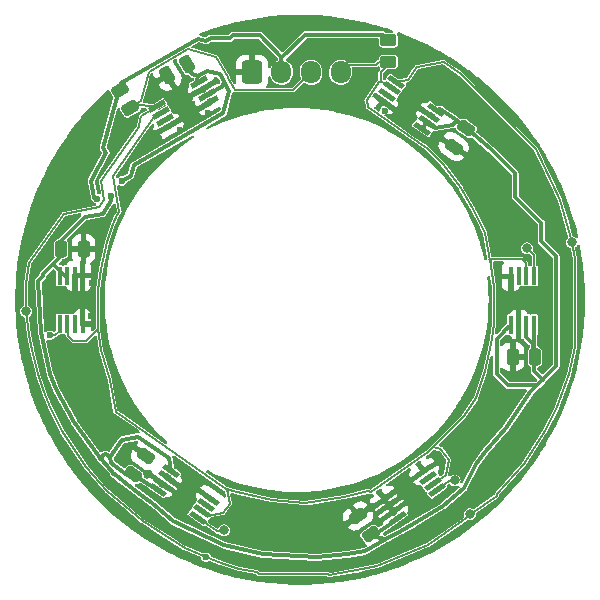
<source format=gbr>
%TF.GenerationSoftware,KiCad,Pcbnew,7.0.10*%
%TF.CreationDate,2024-07-08T17:56:43-07:00*%
%TF.ProjectId,Thermistor Ring,54686572-6d69-4737-946f-722052696e67,rev?*%
%TF.SameCoordinates,Original*%
%TF.FileFunction,Copper,L1,Top*%
%TF.FilePolarity,Positive*%
%FSLAX46Y46*%
G04 Gerber Fmt 4.6, Leading zero omitted, Abs format (unit mm)*
G04 Created by KiCad (PCBNEW 7.0.10) date 2024-07-08 17:56:43*
%MOMM*%
%LPD*%
G01*
G04 APERTURE LIST*
G04 Aperture macros list*
%AMRoundRect*
0 Rectangle with rounded corners*
0 $1 Rounding radius*
0 $2 $3 $4 $5 $6 $7 $8 $9 X,Y pos of 4 corners*
0 Add a 4 corners polygon primitive as box body*
4,1,4,$2,$3,$4,$5,$6,$7,$8,$9,$2,$3,0*
0 Add four circle primitives for the rounded corners*
1,1,$1+$1,$2,$3*
1,1,$1+$1,$4,$5*
1,1,$1+$1,$6,$7*
1,1,$1+$1,$8,$9*
0 Add four rect primitives between the rounded corners*
20,1,$1+$1,$2,$3,$4,$5,0*
20,1,$1+$1,$4,$5,$6,$7,0*
20,1,$1+$1,$6,$7,$8,$9,0*
20,1,$1+$1,$8,$9,$2,$3,0*%
%AMRotRect*
0 Rectangle, with rotation*
0 The origin of the aperture is its center*
0 $1 length*
0 $2 width*
0 $3 Rotation angle, in degrees counterclockwise*
0 Add horizontal line*
21,1,$1,$2,0,0,$3*%
G04 Aperture macros list end*
%TA.AperFunction,SMDPad,CuDef*%
%ADD10RoundRect,0.250000X0.250000X0.475000X-0.250000X0.475000X-0.250000X-0.475000X0.250000X-0.475000X0*%
%TD*%
%TA.AperFunction,SMDPad,CuDef*%
%ADD11RoundRect,0.250000X0.245703X-0.477237X0.532491X-0.067661X-0.245703X0.477237X-0.532491X0.067661X0*%
%TD*%
%TA.AperFunction,SMDPad,CuDef*%
%ADD12RotRect,1.524000X0.457200X145.000000*%
%TD*%
%TA.AperFunction,SMDPad,CuDef*%
%ADD13RotRect,1.524000X0.457200X325.000000*%
%TD*%
%TA.AperFunction,SMDPad,CuDef*%
%ADD14RotRect,1.524000X0.457200X30.000000*%
%TD*%
%TA.AperFunction,SMDPad,CuDef*%
%ADD15R,0.457200X1.524000*%
%TD*%
%TA.AperFunction,SMDPad,CuDef*%
%ADD16RotRect,1.524000X0.457200X215.000000*%
%TD*%
%TA.AperFunction,SMDPad,CuDef*%
%ADD17RoundRect,0.250000X0.532491X0.067661X0.245703X0.477237X-0.532491X-0.067661X-0.245703X-0.477237X0*%
%TD*%
%TA.AperFunction,SMDPad,CuDef*%
%ADD18RoundRect,0.250000X-0.020994X0.536362X-0.454006X0.286362X0.020994X-0.536362X0.454006X-0.286362X0*%
%TD*%
%TA.AperFunction,SMDPad,CuDef*%
%ADD19RoundRect,0.250000X-0.250000X-0.475000X0.250000X-0.475000X0.250000X0.475000X-0.250000X0.475000X0*%
%TD*%
%TA.AperFunction,SMDPad,CuDef*%
%ADD20RoundRect,0.250000X-0.520961X0.002332X-0.258461X-0.452332X0.520961X-0.002332X0.258461X0.452332X0*%
%TD*%
%TA.AperFunction,SMDPad,CuDef*%
%ADD21RoundRect,0.250000X-0.450000X0.262500X-0.450000X-0.262500X0.450000X-0.262500X0.450000X0.262500X0*%
%TD*%
%TA.AperFunction,SMDPad,CuDef*%
%ADD22RoundRect,0.250000X-0.245703X0.477237X-0.532491X0.067661X0.245703X-0.477237X0.532491X-0.067661X0*%
%TD*%
%TA.AperFunction,ComponentPad*%
%ADD23RoundRect,0.250000X-0.600000X-0.725000X0.600000X-0.725000X0.600000X0.725000X-0.600000X0.725000X0*%
%TD*%
%TA.AperFunction,ComponentPad*%
%ADD24O,1.700000X1.950000*%
%TD*%
%TA.AperFunction,ViaPad*%
%ADD25C,0.600000*%
%TD*%
%TA.AperFunction,ViaPad*%
%ADD26C,0.800000*%
%TD*%
%TA.AperFunction,Conductor*%
%ADD27C,0.380000*%
%TD*%
%TA.AperFunction,Conductor*%
%ADD28C,0.160000*%
%TD*%
%TA.AperFunction,Conductor*%
%ADD29C,0.100000*%
%TD*%
G04 APERTURE END LIST*
D10*
%TO.P,C6,1*%
%TO.N,/Power 3.3-5V*%
X94974148Y-61158053D03*
%TO.P,C6,2*%
%TO.N,GND*%
X93074148Y-61158053D03*
%TD*%
D11*
%TO.P,C5,1*%
%TO.N,/Power 3.3-5V*%
X60951657Y-71101308D03*
%TO.P,C5,2*%
%TO.N,GND*%
X62041453Y-69544920D03*
%TD*%
D12*
%TO.P,U6,1,SDA*%
%TO.N,/SDA*%
X66400791Y-74765539D03*
%TO.P,U6,2,SCL*%
%TO.N,/SCL*%
X66773614Y-74233092D03*
%TO.P,U6,3,ALERT*%
%TO.N,unconnected-(U6-ALERT-Pad3)*%
X67146440Y-73700642D03*
%TO.P,U6,4,GND*%
%TO.N,GND*%
X67519264Y-73168194D03*
%TO.P,U6,5,A2*%
%TO.N,/Power 3.3-5V*%
X64169423Y-70822611D03*
%TO.P,U6,6,A1*%
%TO.N,GND*%
X63796600Y-71355058D03*
%TO.P,U6,7,A0*%
X63423774Y-71887508D03*
%TO.P,U6,8,VDD*%
%TO.N,/Power 3.3-5V*%
X63050950Y-72419956D03*
%TD*%
D13*
%TO.P,U7,1,SDA*%
%TO.N,/SDA*%
X83194031Y-37897474D03*
%TO.P,U7,2,SCL*%
%TO.N,/SCL*%
X82821208Y-38429921D03*
%TO.P,U7,3,ALERT*%
%TO.N,unconnected-(U7-ALERT-Pad3)*%
X82448382Y-38962371D03*
%TO.P,U7,4,GND*%
%TO.N,GND*%
X82075558Y-39494819D03*
%TO.P,U7,5,A2*%
%TO.N,/Power 3.3-5V*%
X85425399Y-41840402D03*
%TO.P,U7,6,A1*%
X85798222Y-41307955D03*
%TO.P,U7,7,A0*%
%TO.N,GND*%
X86171048Y-40775505D03*
%TO.P,U7,8,VDD*%
%TO.N,/Power 3.3-5V*%
X86543872Y-40243057D03*
%TD*%
D14*
%TO.P,U2,1,SDA*%
%TO.N,/SDA*%
X62966003Y-39950240D03*
%TO.P,U2,2,SCL*%
%TO.N,/SCL*%
X63291002Y-40513155D03*
%TO.P,U2,3,ALERT*%
%TO.N,unconnected-(U2-ALERT-Pad3)*%
X63616003Y-41076073D03*
%TO.P,U2,4,GND*%
%TO.N,GND*%
X63941002Y-41638988D03*
%TO.P,U2,5,A2*%
X67482527Y-39594288D03*
%TO.P,U2,6,A1*%
%TO.N,/Power 3.3-5V*%
X67157528Y-39031373D03*
%TO.P,U2,7,A0*%
%TO.N,GND*%
X66832527Y-38468455D03*
%TO.P,U2,8,VDD*%
%TO.N,/Power 3.3-5V*%
X66507528Y-37905540D03*
%TD*%
D15*
%TO.P,U5,1,SDA*%
%TO.N,/SDA*%
X94885923Y-54336981D03*
%TO.P,U5,2,SCL*%
%TO.N,/SCL*%
X94235925Y-54336981D03*
%TO.P,U5,3,ALERT*%
%TO.N,unconnected-(U5-ALERT-Pad3)*%
X93585923Y-54336981D03*
%TO.P,U5,4,GND*%
%TO.N,GND*%
X92935925Y-54336981D03*
%TO.P,U5,5,A2*%
%TO.N,/Power 3.3-5V*%
X92935925Y-58426381D03*
%TO.P,U5,6,A1*%
%TO.N,GND*%
X93585923Y-58426381D03*
%TO.P,U5,7,A0*%
%TO.N,/Power 3.3-5V*%
X94235925Y-58426381D03*
%TO.P,U5,8,VDD*%
X94885923Y-58426381D03*
%TD*%
%TO.P,U3,1,SDA*%
%TO.N,/SDA*%
X54708916Y-58379595D03*
%TO.P,U3,2,SCL*%
%TO.N,/SCL*%
X55358914Y-58379595D03*
%TO.P,U3,3,ALERT*%
%TO.N,unconnected-(U3-ALERT-Pad3)*%
X56008916Y-58379595D03*
%TO.P,U3,4,GND*%
%TO.N,GND*%
X56658914Y-58379595D03*
%TO.P,U3,5,A2*%
X56658914Y-54290195D03*
%TO.P,U3,6,A1*%
X56008916Y-54290195D03*
%TO.P,U3,7,A0*%
%TO.N,/Power 3.3-5V*%
X55358914Y-54290195D03*
%TO.P,U3,8,VDD*%
X54708916Y-54290195D03*
%TD*%
D16*
%TO.P,U4,1,SDA*%
%TO.N,/SDA*%
X86696278Y-72458775D03*
%TO.P,U4,2,SCL*%
%TO.N,/SCL*%
X86323454Y-71926327D03*
%TO.P,U4,3,ALERT*%
%TO.N,unconnected-(U4-ALERT-Pad3)*%
X85950628Y-71393877D03*
%TO.P,U4,4,GND*%
%TO.N,GND*%
X85577805Y-70861430D03*
%TO.P,U4,5,A2*%
X82227964Y-73207013D03*
%TO.P,U4,6,A1*%
X82600788Y-73739461D03*
%TO.P,U4,7,A0*%
X82973614Y-74271911D03*
%TO.P,U4,8,VDD*%
%TO.N,/Power 3.3-5V*%
X83346437Y-74804358D03*
%TD*%
D17*
%TO.P,C1,1*%
%TO.N,/Power 3.3-5V*%
X81052768Y-76195570D03*
%TO.P,C1,2*%
%TO.N,GND*%
X79962972Y-74639182D03*
%TD*%
D18*
%TO.P,C3,2*%
%TO.N,GND*%
X63833754Y-37332625D03*
%TO.P,C3,1*%
%TO.N,/Power 3.3-5V*%
X65479202Y-36382625D03*
%TD*%
D19*
%TO.P,C2,1*%
%TO.N,/Power 3.3-5V*%
X54841174Y-52013806D03*
%TO.P,C2,2*%
%TO.N,GND*%
X56741174Y-52013806D03*
%TD*%
D20*
%TO.P,R3,1*%
%TO.N,/Power 3.3-5V*%
X59792491Y-38539046D03*
%TO.P,R3,2*%
%TO.N,/SDA*%
X60704991Y-40119542D03*
%TD*%
D21*
%TO.P,R2,2*%
%TO.N,/SCL*%
X82543481Y-36189073D03*
%TO.P,R2,1*%
%TO.N,/Power 3.3-5V*%
X82543481Y-34364073D03*
%TD*%
D22*
%TO.P,C4,1*%
%TO.N,/Power 3.3-5V*%
X89163648Y-41801154D03*
%TO.P,C4,2*%
%TO.N,GND*%
X88073852Y-43357542D03*
%TD*%
D23*
%TO.P,J1,1,Pin_1*%
%TO.N,GND*%
X71001807Y-37077362D03*
D24*
%TO.P,J1,2,Pin_2*%
%TO.N,/Power 3.3-5V*%
X73501807Y-37077362D03*
%TO.P,J1,3,Pin_3*%
%TO.N,/SDA*%
X76001807Y-37077362D03*
%TO.P,J1,4,Pin_4*%
%TO.N,/SCL*%
X78501807Y-37077362D03*
%TD*%
D25*
%TO.N,GND*%
X66083104Y-41232333D03*
X53047129Y-53049360D03*
X71497120Y-78669366D03*
X62912567Y-39099669D03*
X63112546Y-42629532D03*
X83556676Y-72745434D03*
X81183538Y-74028682D03*
X66279836Y-72371866D03*
X77791469Y-38855316D03*
X64870358Y-41995510D03*
X84444406Y-40290013D03*
X92064662Y-65543547D03*
X83423895Y-41159282D03*
X96307126Y-63429361D03*
X91294664Y-65413551D03*
X64324535Y-74219277D03*
X58100347Y-52015507D03*
X65717003Y-39220596D03*
X91802577Y-39539662D03*
X70171805Y-39747359D03*
X60611657Y-65345337D03*
X91257125Y-70729360D03*
X85356128Y-74097876D03*
X53966209Y-56357760D03*
X57517117Y-64529358D03*
X85336850Y-38423108D03*
X92795612Y-59746540D03*
X82260479Y-40386912D03*
X85067908Y-39835423D03*
X56336637Y-55845770D03*
X84737130Y-35399366D03*
X93595614Y-56866537D03*
X60743138Y-41445619D03*
X87907113Y-38729363D03*
X56740359Y-50425508D03*
X84405243Y-71638528D03*
X78436857Y-75475822D03*
X62802572Y-38219667D03*
X60572576Y-47219661D03*
X83522795Y-71523405D03*
X77967123Y-33049361D03*
X92064209Y-56440920D03*
X64480742Y-72796793D03*
X80033618Y-40128124D03*
X89382567Y-64509665D03*
X69351808Y-37097365D03*
X57550588Y-41475960D03*
X60262931Y-69312829D03*
X95057116Y-45629370D03*
X57470340Y-54945508D03*
X57379132Y-56330379D03*
X95847232Y-56122731D03*
X54494668Y-60293561D03*
X65990329Y-71746528D03*
X55807127Y-69939355D03*
X73717119Y-75909366D03*
X54597404Y-45791136D03*
X93444150Y-62618054D03*
X92377063Y-50741051D03*
X89534174Y-44376382D03*
X86730495Y-42481885D03*
X97407120Y-54079365D03*
X73281810Y-39397374D03*
X51957122Y-51439363D03*
X74197121Y-80109365D03*
X92965610Y-55726540D03*
X67290355Y-40555501D03*
X56666633Y-56805767D03*
X98861800Y-56417364D03*
X57354649Y-57733543D03*
X65025615Y-72262730D03*
X54737740Y-47560662D03*
X66316644Y-40179203D03*
X71051808Y-35307363D03*
X64570360Y-38598295D03*
X59735282Y-72479675D03*
X74057124Y-33109357D03*
%TO.N,/Power 3.3-5V*%
X59032358Y-47519090D03*
X59966343Y-46270196D03*
X57913237Y-47774188D03*
D26*
%TO.N,/SDA*%
X98101908Y-51462383D03*
X88155690Y-71624900D03*
X89452019Y-74483854D03*
X51873912Y-57304372D03*
X68637908Y-75846368D03*
X94291906Y-51970357D03*
D25*
X53905907Y-59336366D03*
X67113906Y-78132369D03*
%TD*%
D27*
%TO.N,/Power 3.3-5V*%
X58963709Y-69638843D02*
X58971912Y-69644588D01*
X58971912Y-69644588D02*
X59009864Y-69637898D01*
X60039440Y-68167513D02*
X61376460Y-67931759D01*
X59009864Y-69637898D02*
X60039440Y-68167513D01*
X61376460Y-67931759D02*
X63981300Y-69755687D01*
X63981300Y-69755687D02*
X64169427Y-70822608D01*
D28*
%TO.N,/SCL*%
X68891899Y-72341182D02*
X68810159Y-72355595D01*
X68810159Y-72355595D02*
X59454661Y-65804807D01*
X59454661Y-65804807D02*
X58985907Y-63146366D01*
X58985907Y-63146366D02*
X58223908Y-60606369D01*
X58223908Y-60606369D02*
X57969909Y-58828375D01*
D27*
%TO.N,/Power 3.3-5V*%
X63050951Y-72419956D02*
X62576727Y-72087899D01*
X62576727Y-72087899D02*
X62471417Y-72106461D01*
X59054016Y-70151004D02*
X58963709Y-69638843D01*
X62471417Y-72106461D02*
X61555567Y-71465185D01*
X61555567Y-71465185D02*
X61553272Y-71452071D01*
X61553272Y-71452071D02*
X60963195Y-71038905D01*
X60963195Y-71038905D02*
X60451038Y-71129212D01*
X60451038Y-71129212D02*
X59054016Y-70151004D01*
X58963709Y-69638843D02*
X58656528Y-69423756D01*
X58656528Y-69423756D02*
X58389316Y-69470873D01*
X58389316Y-69470873D02*
X58174220Y-69778062D01*
X92935923Y-58426379D02*
X92357374Y-59004929D01*
X91724147Y-62618056D02*
X92687435Y-63581341D01*
X92357374Y-59004929D02*
X92357378Y-59022036D01*
X92357378Y-59022036D02*
X91724148Y-59655265D01*
X92687435Y-63581341D02*
X95126942Y-63581342D01*
X91724148Y-59655265D02*
X91724147Y-62618056D01*
D28*
%TO.N,/SCL*%
X78501808Y-37077362D02*
X79121800Y-36457360D01*
X79121800Y-36457360D02*
X81472694Y-36457360D01*
X81472694Y-36457360D02*
X81740975Y-36189074D01*
X82625106Y-36347097D02*
X81895324Y-37076876D01*
X81740975Y-36189074D02*
X82543480Y-36189078D01*
X82543480Y-36189078D02*
X82625107Y-36270702D01*
X81895324Y-37076876D02*
X81895326Y-37873193D01*
X82625107Y-36270702D02*
X82625106Y-36347097D01*
%TO.N,/SDA*%
X60984070Y-39842938D02*
X61593580Y-39491041D01*
X61593580Y-39491041D02*
X62252116Y-37033348D01*
X68941639Y-37513210D02*
X69561806Y-38587362D01*
X62252116Y-37033348D02*
X65570131Y-35117691D01*
X65570131Y-35117691D02*
X67941197Y-35753015D01*
X67941197Y-35753015D02*
X68946650Y-37494522D01*
X68946650Y-37494522D02*
X68941639Y-37513210D01*
X69561806Y-38587362D02*
X74491810Y-38587368D01*
X74491810Y-38587368D02*
X75953103Y-37126066D01*
%TO.N,/SCL*%
X82821211Y-38429919D02*
X82006457Y-37859426D01*
X89719899Y-48668371D02*
X90735903Y-50700370D01*
X82006457Y-37859426D02*
X81770985Y-37900943D01*
X81770985Y-37900943D02*
X80706070Y-39421797D01*
X80706070Y-39421797D02*
X80809332Y-40007411D01*
X88703908Y-46890383D02*
X89719899Y-48668371D01*
X80809332Y-40007411D02*
X85907979Y-43577526D01*
X87179915Y-44858367D02*
X88703908Y-46890383D01*
X85907979Y-43577526D02*
X85909885Y-43588377D01*
X85909885Y-43588377D02*
X87179915Y-44858367D01*
X90735903Y-50700370D02*
X91201573Y-53494376D01*
D27*
%TO.N,/Power 3.3-5V*%
X59879116Y-37976676D02*
X58415726Y-43438140D01*
X73501811Y-35897363D02*
X73501808Y-37077361D01*
X67132687Y-34409005D02*
X66398998Y-34212419D01*
X73501800Y-35747364D02*
X71690824Y-33936372D01*
X69145904Y-34190368D02*
X67511414Y-34190374D01*
X67511414Y-34190374D02*
X67132687Y-34409005D01*
X69399920Y-33936380D02*
X69145904Y-34190368D01*
X57648662Y-47703308D02*
X57913237Y-47774188D01*
X71690824Y-33936372D02*
X69399920Y-33936380D01*
X66398998Y-34212419D02*
X59879116Y-37976676D01*
X73501808Y-37077361D02*
X73501800Y-35747364D01*
X75510635Y-33888535D02*
X73501811Y-35897363D01*
X82067939Y-33888539D02*
X75510635Y-33888535D01*
X82543479Y-34364076D02*
X82067939Y-33888539D01*
X58415726Y-43438140D02*
X58662133Y-43864944D01*
X58662133Y-43864944D02*
X57393757Y-46257682D01*
X57393757Y-46257682D02*
X57648662Y-47703308D01*
X85798225Y-41307957D02*
X85425400Y-41840401D01*
X88240395Y-41190224D02*
X88023807Y-41499534D01*
X88023807Y-41499534D02*
X86464494Y-41774483D01*
X86464494Y-41774483D02*
X85798225Y-41307957D01*
X85798225Y-41307957D02*
X85808371Y-41365510D01*
X85808371Y-41365510D02*
X86136601Y-41595342D01*
X92513908Y-67210384D02*
X90735904Y-69242373D01*
X96752331Y-52640070D02*
X96752326Y-61955952D01*
X96752326Y-61955952D02*
X94545911Y-64162378D01*
X90735904Y-69242373D02*
X89973904Y-70258367D01*
X95499197Y-51386945D02*
X96752331Y-52640070D01*
X95499204Y-49796950D02*
X95499197Y-51386945D01*
X89465892Y-42064358D02*
X91243915Y-43588361D01*
X84639926Y-75338372D02*
X83660199Y-75882665D01*
X94545911Y-64162378D02*
X92513908Y-67210384D01*
X93289197Y-47586941D02*
X95499204Y-49796950D01*
X86944835Y-40172356D02*
X88195905Y-41048374D01*
X88195905Y-41048374D02*
X89465892Y-42064358D01*
X86543872Y-40243060D02*
X86944835Y-40172356D01*
X87179909Y-73814381D02*
X84639926Y-75338372D01*
X93289198Y-45633659D02*
X93289197Y-47586941D01*
X91243915Y-43588361D02*
X93289198Y-45633659D01*
X89973904Y-70258367D02*
X88957900Y-72290366D01*
X88957900Y-72290366D02*
X87179909Y-73814381D01*
X83660199Y-75882665D02*
X82353905Y-76608363D01*
D28*
%TO.N,/SDA*%
X98101908Y-51462383D02*
X97085919Y-47906364D01*
X97085919Y-47906364D02*
X95053903Y-43588372D01*
X95053903Y-43588372D02*
X88703914Y-37238374D01*
X88703914Y-37238374D02*
X87235668Y-36210318D01*
X84960083Y-36611560D02*
X84181606Y-37723340D01*
X87235668Y-36210318D02*
X84960083Y-36611560D01*
X84181606Y-37723340D02*
X83194033Y-37897472D01*
D27*
%TO.N,/Power 3.3-5V*%
X94819655Y-60593550D02*
X94819662Y-60055900D01*
X94819662Y-60055900D02*
X94235922Y-59472160D01*
X94235922Y-59472160D02*
X94235923Y-58426379D01*
X95611940Y-63096344D02*
X94885614Y-62370012D01*
X94885614Y-62370012D02*
X94885610Y-58426687D01*
X94885610Y-58426687D02*
X94885920Y-58426380D01*
D28*
%TO.N,/SCL*%
X91201573Y-53494376D02*
X91201571Y-52987846D01*
X91201571Y-52987846D02*
X91100267Y-52886542D01*
X91100267Y-52886542D02*
X93835609Y-52886534D01*
X93835609Y-52886534D02*
X94205612Y-53256539D01*
X94205612Y-53256539D02*
X94205616Y-54939971D01*
X94205616Y-54939971D02*
X94160897Y-54984685D01*
%TO.N,/SDA*%
X94885919Y-54336983D02*
X94885923Y-54759688D01*
X94291906Y-51970357D02*
X94885919Y-52564378D01*
X94885919Y-52564378D02*
X94885919Y-54336983D01*
D27*
%TO.N,/Power 3.3-5V*%
X81052759Y-76195568D02*
X81345237Y-76247140D01*
X81345237Y-76247140D02*
X83338076Y-74851739D01*
X83338076Y-74851739D02*
X83346429Y-74804370D01*
D28*
%TO.N,/SCL*%
X86323544Y-68828727D02*
X87005973Y-68949065D01*
X87005973Y-68949065D02*
X87049034Y-69010547D01*
X87049034Y-69010547D02*
X87651295Y-69870655D01*
X87651295Y-69870655D02*
X87424813Y-71155151D01*
X87424813Y-71155151D02*
X86323449Y-71926331D01*
%TO.N,/SDA*%
X88155690Y-71624900D02*
X87863215Y-71573330D01*
X87863215Y-71573330D02*
X86710022Y-72380802D01*
X86710022Y-72380802D02*
X86696276Y-72458778D01*
D27*
%TO.N,/Power 3.3-5V*%
X81052759Y-76195568D02*
X81462961Y-76451269D01*
X82353905Y-76608363D02*
X81462961Y-76451269D01*
D28*
%TO.N,/SCL*%
X68891899Y-72341182D02*
X69117354Y-73619688D01*
X69117354Y-73619688D02*
X68579664Y-74387553D01*
X68579664Y-74387553D02*
X67313147Y-74610878D01*
X66304466Y-73904590D02*
X66286053Y-73800180D01*
X67313147Y-74610878D02*
X66304466Y-73904590D01*
%TO.N,/SDA*%
X68637908Y-75846368D02*
X68057982Y-75948620D01*
X68057982Y-75948620D02*
X66059117Y-74548995D01*
X53905907Y-59336366D02*
X54369478Y-59336371D01*
X54369478Y-59336371D02*
X54708915Y-58996936D01*
X54708915Y-58996936D02*
X54708926Y-57956892D01*
D27*
%TO.N,/Power 3.3-5V*%
X53305548Y-54160730D02*
X54111827Y-53354463D01*
X54111827Y-53354463D02*
X54273992Y-53354462D01*
X54273992Y-53354462D02*
X55209731Y-54290204D01*
X55209731Y-54290204D02*
X55358914Y-54290200D01*
D28*
%TO.N,/SCL*%
X63889431Y-40254271D02*
X63766912Y-40429240D01*
X59246935Y-45814013D02*
X59785614Y-48869005D01*
X58731911Y-51462361D02*
X58223919Y-53748377D01*
X63766912Y-40429240D02*
X62911821Y-40580016D01*
X62911821Y-40580016D02*
X59246935Y-45814013D01*
X57969913Y-55526373D02*
X57969909Y-58828375D01*
X59785614Y-48869005D02*
X59615684Y-49111682D01*
X59615684Y-49111682D02*
X59239905Y-49938371D01*
X59239905Y-49938371D02*
X58731911Y-51462361D01*
X58223919Y-53748377D02*
X57969913Y-55526373D01*
%TO.N,/SDA*%
X60984070Y-39842938D02*
X62966008Y-39950239D01*
X58508227Y-47895627D02*
X58073610Y-48516331D01*
X52127921Y-53240377D02*
X51873915Y-55018382D01*
X62966008Y-39950239D02*
X62939073Y-40050786D01*
X62939073Y-40050786D02*
X61632106Y-40805358D01*
X61632106Y-40805358D02*
X61428648Y-41564674D01*
X61428648Y-41564674D02*
X61450796Y-41690242D01*
X61450796Y-41690242D02*
X58226099Y-46295577D01*
X58226099Y-46295577D02*
X58508227Y-47895627D01*
X58073610Y-48516331D02*
X55070007Y-49045948D01*
X51873915Y-55018382D02*
X51873912Y-57304372D01*
X55070007Y-49045948D02*
X52133758Y-53239330D01*
X52133758Y-53239330D02*
X52127921Y-53240377D01*
X60704982Y-40119533D02*
X60984070Y-39842938D01*
D27*
%TO.N,/Power 3.3-5V*%
X68625593Y-37818444D02*
X68509790Y-38250647D01*
X68509790Y-38250647D02*
X66733432Y-39276226D01*
X59966343Y-46270196D02*
X60757376Y-45813490D01*
X60995366Y-44925363D02*
X68567287Y-40553705D01*
X60757376Y-45813490D02*
X60995366Y-44925363D01*
X68567287Y-40553705D02*
X69086360Y-38616507D01*
X69086360Y-38616507D02*
X68290856Y-37238641D01*
X68290856Y-37238641D02*
X67200935Y-36946602D01*
X67200935Y-36946602D02*
X66466584Y-37370577D01*
X66466584Y-37370577D02*
X66381658Y-37687520D01*
X66381658Y-37687520D02*
X66507532Y-37905542D01*
X54413921Y-63908366D02*
X53905900Y-62638380D01*
X61235632Y-72580665D02*
X60509914Y-72036372D01*
X59110122Y-47960071D02*
X58357755Y-49034553D01*
X59239917Y-71020376D02*
X59246558Y-71057984D01*
X53305548Y-54160730D02*
X54733902Y-52732366D01*
X82353905Y-76608363D02*
X80575911Y-77624354D01*
X60509914Y-72036372D02*
X59570122Y-71284527D01*
X53305547Y-54348730D02*
X53305548Y-54160730D01*
X80575911Y-77624354D02*
X79051916Y-77878373D01*
X68637898Y-77116372D02*
X64319917Y-75084360D01*
X56843385Y-49301575D02*
X54733911Y-51411059D01*
X59239917Y-71020376D02*
X57969919Y-69496366D01*
X55937897Y-66702377D02*
X54413921Y-63908366D01*
X59246558Y-71057984D02*
X59570122Y-71284527D01*
X76511910Y-78132371D02*
X71939921Y-77878375D01*
X59032358Y-47519090D02*
X59110122Y-47960071D01*
X58357755Y-49034553D02*
X56843385Y-49301575D01*
X62541917Y-73560368D02*
X61961333Y-73124936D01*
X53905900Y-62638380D02*
X53143910Y-59082347D01*
X79051916Y-77878373D02*
X76511910Y-78132371D01*
X54733911Y-51411059D02*
X54733914Y-52732351D01*
X53143910Y-59082347D02*
X52889910Y-54764371D01*
X71939921Y-77878375D02*
X68637898Y-77116372D01*
X66466584Y-37370577D02*
X65961899Y-37235351D01*
X61961333Y-73124936D02*
X61235632Y-72580665D01*
X52889910Y-54764371D02*
X53305547Y-54348730D01*
X59570122Y-71284527D02*
X59239917Y-71020376D01*
X65961899Y-37235351D02*
X65597198Y-36603677D01*
X57969919Y-69496366D02*
X55937897Y-66702377D01*
X64319917Y-75084360D02*
X62541917Y-73560368D01*
D28*
%TO.N,/SDA*%
X91724540Y-72953659D02*
X91751919Y-72798387D01*
X81591913Y-78894385D02*
X80321909Y-79148376D01*
X89452019Y-74483854D02*
X89521647Y-74496128D01*
X91751919Y-72798387D02*
X94037930Y-70258373D01*
X94037930Y-70258373D02*
X95815908Y-67464350D01*
X71431905Y-79402375D02*
X69907921Y-79148360D01*
X97847910Y-62638380D02*
X98355919Y-60352377D01*
X52381897Y-60606367D02*
X52889906Y-62638367D01*
X58731916Y-72544369D02*
X61779910Y-75084377D01*
X53905898Y-65432377D02*
X54921912Y-67464365D01*
X56953910Y-70512358D02*
X58731916Y-72544369D01*
X77401205Y-79529670D02*
X71559204Y-79529667D01*
X95815908Y-67464350D02*
X96831905Y-65432371D01*
X68383922Y-78640372D02*
X67113906Y-78132369D01*
X54921912Y-67464365D02*
X56953910Y-70512358D01*
X85909911Y-77116377D02*
X81591913Y-78894385D01*
X96831905Y-65432371D02*
X97847910Y-62638380D01*
X52127915Y-59336367D02*
X52381897Y-60606367D01*
X71559204Y-79529667D02*
X71431905Y-79402375D01*
X51873912Y-57304372D02*
X52127915Y-59336367D01*
X98361817Y-60346482D02*
X98361808Y-52891841D01*
X89521647Y-74496128D02*
X91724540Y-72953659D01*
X80321909Y-79148376D02*
X77527918Y-79656379D01*
X69907921Y-79148360D02*
X68383922Y-78640372D01*
X98361808Y-52891841D02*
X98101908Y-51462383D01*
X61779910Y-75084377D02*
X65335911Y-77370366D01*
X98355919Y-60352377D02*
X98361817Y-60346482D01*
X65335911Y-77370366D02*
X67113906Y-78132369D01*
X89421377Y-74657607D02*
X85909911Y-77116377D01*
X53397890Y-64162362D02*
X53905898Y-65432377D01*
X77527918Y-79656379D02*
X77401205Y-79529670D01*
X89452019Y-74483854D02*
X89421377Y-74657607D01*
D29*
X63639442Y-39821246D02*
X63052086Y-40160355D01*
D28*
X52889906Y-62638367D02*
X53397890Y-64162362D01*
%TO.N,/SCL*%
X90735905Y-62384378D02*
X89973910Y-64670371D01*
X85895644Y-69239852D02*
X81106627Y-72593167D01*
X81106627Y-72593167D02*
X80829897Y-72544377D01*
X78797911Y-73052364D02*
X75495910Y-73560377D01*
X80829897Y-72544377D02*
X78797911Y-73052364D01*
X72701897Y-73306376D02*
X69399907Y-72544369D01*
X88957899Y-66194376D02*
X86323544Y-68828727D01*
X89973910Y-64670371D02*
X88957899Y-66194376D01*
X91497905Y-55272372D02*
X91491454Y-55278832D01*
X75495910Y-73560377D02*
X72701897Y-73306376D01*
X91201573Y-53494376D02*
X91497905Y-55272372D01*
X56964476Y-59833795D02*
X55881165Y-59833803D01*
X69399907Y-72544369D02*
X68891899Y-72341182D01*
X85909906Y-69242378D02*
X85895644Y-69239852D01*
X91243908Y-60098363D02*
X90735905Y-62384378D01*
X91389050Y-59082364D02*
X91243908Y-60098363D01*
X91497902Y-58320357D02*
X91389050Y-59082364D01*
X57969909Y-58828375D02*
X56964476Y-59833795D01*
X91491456Y-58313916D02*
X91497902Y-58320357D01*
X86323544Y-68828727D02*
X85909906Y-69242378D01*
X91491454Y-55278832D02*
X91491456Y-58313916D01*
X55881165Y-59833803D02*
X55433901Y-59386542D01*
X55433901Y-59386542D02*
X55433909Y-57731901D01*
%TD*%
%TA.AperFunction,Conductor*%
%TO.N,GND*%
G36*
X58869655Y-38575780D02*
G01*
X58923381Y-38620449D01*
X58935657Y-38643728D01*
X58951358Y-38683160D01*
X58951359Y-38683161D01*
X58951361Y-38683167D01*
X59224637Y-39156494D01*
X59241110Y-39224394D01*
X59237025Y-39250587D01*
X58151998Y-43299975D01*
X58146420Y-43316205D01*
X58143569Y-43322940D01*
X58133992Y-43366664D01*
X58132641Y-43372215D01*
X58128157Y-43388952D01*
X58127217Y-43394447D01*
X58125797Y-43404086D01*
X58120334Y-43429030D01*
X58120334Y-43429032D01*
X58120334Y-43429034D01*
X58121289Y-43435185D01*
X58122388Y-43463729D01*
X58121909Y-43469933D01*
X58121909Y-43469935D01*
X58129275Y-43494389D01*
X58133075Y-43511127D01*
X58136990Y-43536352D01*
X58136993Y-43536359D01*
X58140101Y-43541742D01*
X58151441Y-43567971D01*
X58153236Y-43573929D01*
X58168937Y-43594068D01*
X58178532Y-43608309D01*
X58295845Y-43811508D01*
X58312316Y-43879408D01*
X58298016Y-43931582D01*
X57144589Y-46107472D01*
X57139784Y-46115749D01*
X57119291Y-46148101D01*
X57119290Y-46148104D01*
X57113087Y-46179494D01*
X57109806Y-46192405D01*
X57100274Y-46222936D01*
X57100186Y-46223683D01*
X57098249Y-46253895D01*
X57098241Y-46254652D01*
X57103795Y-46286157D01*
X57105400Y-46299382D01*
X57107541Y-46331303D01*
X57107730Y-46332038D01*
X57117155Y-46361917D01*
X57351322Y-47689939D01*
X57352913Y-47706629D01*
X57362908Y-47755877D01*
X57363500Y-47759002D01*
X57367249Y-47780263D01*
X57368516Y-47784894D01*
X57370429Y-47792933D01*
X57374767Y-47814309D01*
X57374768Y-47814310D01*
X57380443Y-47823167D01*
X57392115Y-47846456D01*
X57394128Y-47851815D01*
X57395812Y-47856297D01*
X57409974Y-47872156D01*
X57421884Y-47887842D01*
X57433362Y-47905755D01*
X57441849Y-47911961D01*
X57461144Y-47929459D01*
X57468152Y-47937307D01*
X57487087Y-47946979D01*
X57503866Y-47957308D01*
X57521033Y-47969860D01*
X57531396Y-47974822D01*
X57530735Y-47976201D01*
X57579439Y-48005884D01*
X57583368Y-48010712D01*
X57674889Y-48102233D01*
X57674891Y-48102234D01*
X57674895Y-48102238D01*
X57783724Y-48157689D01*
X57834520Y-48205664D01*
X57851315Y-48273485D01*
X57828777Y-48339620D01*
X57774062Y-48383071D01*
X57748961Y-48390290D01*
X55065912Y-48863384D01*
X55043551Y-48865265D01*
X55026729Y-48865152D01*
X54995378Y-48881339D01*
X54988632Y-48884569D01*
X54956339Y-48898844D01*
X54954891Y-48899964D01*
X54953290Y-48900983D01*
X54950359Y-48903393D01*
X54949051Y-48904765D01*
X54947666Y-48905975D01*
X54927417Y-48934893D01*
X54922942Y-48940890D01*
X54900997Y-48968518D01*
X54900244Y-48970162D01*
X54889092Y-48989627D01*
X52028097Y-53075536D01*
X52022536Y-53081385D01*
X52023115Y-53081843D01*
X52021979Y-53083280D01*
X52009007Y-53096716D01*
X51985391Y-53129432D01*
X51982173Y-53133694D01*
X51958300Y-53163931D01*
X51958023Y-53164618D01*
X51955919Y-53169525D01*
X51955613Y-53170197D01*
X51950162Y-53208351D01*
X51949294Y-53213619D01*
X51941869Y-53253295D01*
X51941072Y-53271980D01*
X51702652Y-54940893D01*
X51696733Y-54959210D01*
X51697017Y-54959280D01*
X51693414Y-54973894D01*
X51693414Y-54996751D01*
X51692170Y-55014266D01*
X51692130Y-55014541D01*
X51692130Y-55014558D01*
X51692798Y-55021238D01*
X51693413Y-55033571D01*
X51693412Y-56757717D01*
X51673727Y-56824757D01*
X51636451Y-56862032D01*
X51542788Y-56922225D01*
X51542786Y-56922227D01*
X51448535Y-57030998D01*
X51448534Y-57031000D01*
X51388746Y-57161915D01*
X51368265Y-57304372D01*
X51388746Y-57446828D01*
X51446707Y-57573743D01*
X51448535Y-57577745D01*
X51542784Y-57686515D01*
X51663859Y-57764325D01*
X51672661Y-57766909D01*
X51674740Y-57767520D01*
X51733520Y-57805293D01*
X51762546Y-57868848D01*
X51762851Y-57871118D01*
X51941623Y-59301280D01*
X51942460Y-59322144D01*
X51942194Y-59328139D01*
X51948737Y-59360855D01*
X51950187Y-59369787D01*
X51951526Y-59380504D01*
X51953347Y-59387778D01*
X51953300Y-59387789D01*
X51955966Y-59397001D01*
X52193596Y-60585235D01*
X52195647Y-60605588D01*
X52195996Y-60606984D01*
X52195996Y-60606985D01*
X52202516Y-60633066D01*
X52205030Y-60643122D01*
X52206324Y-60648876D01*
X52209201Y-60663261D01*
X52211362Y-60669822D01*
X52213884Y-60678538D01*
X52700711Y-62625813D01*
X52704015Y-62645963D01*
X52704598Y-62653235D01*
X52706370Y-62658550D01*
X52714576Y-62683171D01*
X52714972Y-62684357D01*
X52717630Y-62693488D01*
X52720111Y-62703411D01*
X52722597Y-62709903D01*
X52726625Y-62719318D01*
X52735694Y-62746523D01*
X53208429Y-64164769D01*
X53213598Y-64186810D01*
X53213777Y-64188090D01*
X53226981Y-64221102D01*
X53229478Y-64227919D01*
X53233583Y-64240232D01*
X53233586Y-64240240D01*
X53236797Y-64247014D01*
X53236501Y-64247154D01*
X53240671Y-64255327D01*
X53716616Y-65445186D01*
X53722440Y-65463927D01*
X53724558Y-65473307D01*
X53724558Y-65473308D01*
X53738790Y-65501772D01*
X53743008Y-65511165D01*
X53746448Y-65519765D01*
X53748520Y-65523545D01*
X53755271Y-65534733D01*
X54735761Y-67495677D01*
X54741011Y-67513646D01*
X54741939Y-67513312D01*
X54747049Y-67527474D01*
X54761208Y-67548712D01*
X54768937Y-67562029D01*
X54770266Y-67564687D01*
X54770268Y-67564690D01*
X54772892Y-67567772D01*
X54781650Y-67579373D01*
X56773644Y-70567361D01*
X56781215Y-70584695D01*
X56781859Y-70584363D01*
X56788773Y-70597735D01*
X56788774Y-70597737D01*
X56804940Y-70616213D01*
X56814787Y-70629075D01*
X56815882Y-70630717D01*
X56819582Y-70634103D01*
X56829190Y-70643927D01*
X57347473Y-71236252D01*
X58542969Y-72602536D01*
X58563091Y-72625532D01*
X58575324Y-72645227D01*
X58582186Y-72654552D01*
X58597938Y-72667679D01*
X58607647Y-72677157D01*
X58610504Y-72679719D01*
X58610508Y-72679723D01*
X58613342Y-72681705D01*
X58617937Y-72684919D01*
X58626251Y-72691273D01*
X60048565Y-73876540D01*
X61621799Y-75187575D01*
X61633787Y-75201922D01*
X61634533Y-75201217D01*
X61644880Y-75212152D01*
X61666485Y-75226040D01*
X61678805Y-75235081D01*
X61681193Y-75237071D01*
X61684670Y-75238763D01*
X61684685Y-75238771D01*
X61697464Y-75245956D01*
X63067823Y-76126896D01*
X65197379Y-77495888D01*
X65217610Y-77513987D01*
X65223913Y-77518744D01*
X65223915Y-77518744D01*
X65223916Y-77518746D01*
X65241471Y-77526269D01*
X65249984Y-77530790D01*
X65249988Y-77530784D01*
X65256736Y-77534047D01*
X65256740Y-77534050D01*
X65266644Y-77537438D01*
X65275319Y-77540775D01*
X66649335Y-78129644D01*
X66703199Y-78174144D01*
X66722961Y-78224220D01*
X66728258Y-78257669D01*
X66728258Y-78257670D01*
X66728260Y-78257673D01*
X66785856Y-78370711D01*
X66785858Y-78370713D01*
X66785860Y-78370716D01*
X66875558Y-78460414D01*
X66875560Y-78460415D01*
X66875564Y-78460419D01*
X66988602Y-78518015D01*
X66988603Y-78518015D01*
X66988605Y-78518016D01*
X67113903Y-78537861D01*
X67113906Y-78537861D01*
X67113909Y-78537861D01*
X67239206Y-78518016D01*
X67239208Y-78518015D01*
X67239210Y-78518015D01*
X67344251Y-78464493D01*
X67412918Y-78451597D01*
X67446591Y-78459845D01*
X68026380Y-78691760D01*
X68263383Y-78786561D01*
X68283552Y-78796855D01*
X68284637Y-78797540D01*
X68284638Y-78797541D01*
X68318359Y-78808781D01*
X68325194Y-78811285D01*
X68337236Y-78816102D01*
X68344483Y-78818027D01*
X68344398Y-78818344D01*
X68353340Y-78820441D01*
X69803224Y-79303724D01*
X69823466Y-79314394D01*
X69834359Y-79319088D01*
X69834361Y-79319089D01*
X69854684Y-79322476D01*
X69868075Y-79325803D01*
X69871628Y-79326525D01*
X69871635Y-79326528D01*
X69880555Y-79327243D01*
X69891019Y-79328532D01*
X71305980Y-79564376D01*
X71368871Y-79594815D01*
X71373271Y-79599004D01*
X71379827Y-79605559D01*
X71406456Y-79632187D01*
X71412006Y-79637736D01*
X71426375Y-79654977D01*
X71435928Y-79668817D01*
X71435930Y-79668818D01*
X71435931Y-79668819D01*
X71467178Y-79685218D01*
X71473700Y-79688895D01*
X71503903Y-79707153D01*
X71503904Y-79707153D01*
X71505617Y-79707687D01*
X71507359Y-79708408D01*
X71511113Y-79709455D01*
X71512979Y-79709739D01*
X71514715Y-79710167D01*
X71550018Y-79710167D01*
X71557501Y-79710393D01*
X71592718Y-79712522D01*
X71592718Y-79712521D01*
X71592719Y-79712522D01*
X71592719Y-79712521D01*
X71594476Y-79712200D01*
X71616836Y-79710167D01*
X77275081Y-79710168D01*
X77342117Y-79729853D01*
X77362757Y-79746485D01*
X77400122Y-79783849D01*
X77431523Y-79815337D01*
X77438898Y-79817646D01*
X77465997Y-79829864D01*
X77472614Y-79833864D01*
X77479892Y-79834304D01*
X77509471Y-79839745D01*
X77511017Y-79840229D01*
X77516436Y-79841926D01*
X77524041Y-79840542D01*
X77553713Y-79838768D01*
X77561430Y-79839235D01*
X77568085Y-79836239D01*
X77596789Y-79827315D01*
X80296573Y-79336441D01*
X80304711Y-79335889D01*
X80313679Y-79334095D01*
X80313682Y-79334096D01*
X80354757Y-79325880D01*
X80356835Y-79325485D01*
X80377946Y-79321647D01*
X80385345Y-79319762D01*
X81583694Y-79080102D01*
X81619490Y-79078228D01*
X81619501Y-79078229D01*
X81619503Y-79078228D01*
X81619504Y-79078228D01*
X81633497Y-79072466D01*
X81641916Y-79069350D01*
X81648794Y-79067083D01*
X81648802Y-79067082D01*
X81661978Y-79060893D01*
X81667417Y-79058497D01*
X85941387Y-77298618D01*
X85972819Y-77290287D01*
X85976999Y-77289752D01*
X85990094Y-77280581D01*
X85997832Y-77275719D01*
X85998899Y-77274937D01*
X85998902Y-77274936D01*
X86013930Y-77263925D01*
X86016036Y-77262416D01*
X89253268Y-74995668D01*
X89319473Y-74973342D01*
X89359326Y-74978267D01*
X89380056Y-74984354D01*
X89380058Y-74984354D01*
X89523981Y-74984354D01*
X89523981Y-74984353D01*
X89662072Y-74943807D01*
X89783147Y-74865997D01*
X89877396Y-74757227D01*
X89937184Y-74626311D01*
X89957666Y-74483854D01*
X89957666Y-74483852D01*
X89957666Y-74475725D01*
X89977351Y-74408686D01*
X90010540Y-74374152D01*
X91805406Y-73117384D01*
X91824867Y-73106236D01*
X91840169Y-73099226D01*
X91861758Y-73071282D01*
X91866514Y-73065499D01*
X91889722Y-73038948D01*
X91889721Y-73038948D01*
X91889724Y-73038946D01*
X91889724Y-73038942D01*
X91890549Y-73037347D01*
X91891565Y-73035752D01*
X91893239Y-73032253D01*
X91893848Y-73030451D01*
X91894567Y-73028821D01*
X91894572Y-73028816D01*
X91900708Y-72994016D01*
X91902213Y-72986767D01*
X91910437Y-72952412D01*
X91910435Y-72952407D01*
X91910424Y-72950622D01*
X91912304Y-72928251D01*
X91914521Y-72915678D01*
X91944468Y-72854263D01*
X91946095Y-72852456D01*
X92604335Y-72121077D01*
X94139514Y-70415322D01*
X94160512Y-70398363D01*
X94166325Y-70392812D01*
X94166324Y-70392812D01*
X94166327Y-70392811D01*
X94176604Y-70376659D01*
X94182441Y-70368980D01*
X94186752Y-70362836D01*
X94186752Y-70362834D01*
X94186756Y-70362831D01*
X94191670Y-70353640D01*
X94196373Y-70345592D01*
X95936728Y-67610693D01*
X95949141Y-67597565D01*
X95947692Y-67596332D01*
X95957451Y-67584868D01*
X95957456Y-67584865D01*
X95970331Y-67559111D01*
X95976631Y-67547988D01*
X95979956Y-67542764D01*
X95980202Y-67542033D01*
X95986797Y-67526179D01*
X96967978Y-65563834D01*
X96979102Y-65549143D01*
X96977952Y-65548373D01*
X96986331Y-65535868D01*
X96986334Y-65535866D01*
X96995553Y-65510511D01*
X97001173Y-65497443D01*
X97003151Y-65493490D01*
X97003720Y-65490966D01*
X97008145Y-65475882D01*
X97009081Y-65473308D01*
X97998971Y-62751133D01*
X98008449Y-62734789D01*
X98007771Y-62734453D01*
X98014456Y-62720970D01*
X98014460Y-62720966D01*
X98016986Y-62709596D01*
X98019804Y-62696916D01*
X98024319Y-62681428D01*
X98025033Y-62679468D01*
X98025559Y-62674567D01*
X98027798Y-62660941D01*
X98519926Y-60446404D01*
X98534873Y-60409129D01*
X98539287Y-60401833D01*
X98539287Y-60401827D01*
X98539842Y-60400050D01*
X98540568Y-60398297D01*
X98541582Y-60394659D01*
X98541867Y-60392793D01*
X98542313Y-60390977D01*
X98542317Y-60390971D01*
X98542316Y-60355719D01*
X98542544Y-60348200D01*
X98544682Y-60313019D01*
X98544679Y-60313013D01*
X98544342Y-60311167D01*
X98542315Y-60288847D01*
X98542308Y-52938401D01*
X98547139Y-52906809D01*
X98547355Y-52903323D01*
X98544308Y-52886564D01*
X98543475Y-52877335D01*
X98543212Y-52877368D01*
X98542308Y-52869923D01*
X98539315Y-52857781D01*
X98537711Y-52850285D01*
X98535774Y-52839634D01*
X98377870Y-51971154D01*
X98385245Y-51901675D01*
X98426419Y-51850438D01*
X98426331Y-51850336D01*
X98426895Y-51849847D01*
X98429012Y-51847213D01*
X98432837Y-51844654D01*
X98433034Y-51844527D01*
X98433033Y-51844527D01*
X98433036Y-51844526D01*
X98527285Y-51735756D01*
X98537752Y-51712835D01*
X98583506Y-51660031D01*
X98650545Y-51640345D01*
X98717585Y-51660028D01*
X98763340Y-51712832D01*
X98772463Y-51741706D01*
X98888139Y-52364655D01*
X98888575Y-52367147D01*
X98904251Y-52462348D01*
X98904637Y-52464848D01*
X99030273Y-53338668D01*
X99030607Y-53341174D01*
X99042387Y-53436927D01*
X99042671Y-53439442D01*
X99132566Y-54317719D01*
X99132797Y-54320238D01*
X99140655Y-54416325D01*
X99140836Y-54418848D01*
X99194833Y-55300045D01*
X99194962Y-55302572D01*
X99198897Y-55398972D01*
X99198974Y-55401499D01*
X99217967Y-56332360D01*
X99217967Y-56337420D01*
X99198974Y-57268281D01*
X99198897Y-57270808D01*
X99194962Y-57367208D01*
X99194833Y-57369735D01*
X99140836Y-58250932D01*
X99140655Y-58253455D01*
X99132797Y-58349542D01*
X99132566Y-58352061D01*
X99042671Y-59230338D01*
X99042387Y-59232853D01*
X99030607Y-59328606D01*
X99030273Y-59331112D01*
X98904637Y-60204932D01*
X98904251Y-60207432D01*
X98888575Y-60302633D01*
X98888139Y-60305125D01*
X98726968Y-61173074D01*
X98726481Y-61175556D01*
X98706924Y-61270091D01*
X98706386Y-61272562D01*
X98509959Y-62133169D01*
X98509371Y-62135629D01*
X98485968Y-62229314D01*
X98485330Y-62231763D01*
X98253964Y-63083635D01*
X98253276Y-63086070D01*
X98226076Y-63178701D01*
X98225339Y-63181119D01*
X97959401Y-64022904D01*
X97958614Y-64025309D01*
X97927679Y-64116696D01*
X97926844Y-64119083D01*
X97626798Y-64949304D01*
X97625914Y-64951674D01*
X97591259Y-65041770D01*
X97590327Y-65044122D01*
X97256673Y-65861399D01*
X97255692Y-65863731D01*
X97217377Y-65952370D01*
X97216350Y-65954682D01*
X96849631Y-66757683D01*
X96848557Y-66759972D01*
X96806702Y-66846885D01*
X96805581Y-66849153D01*
X96406427Y-67636504D01*
X96405260Y-67638749D01*
X96359837Y-67723990D01*
X96358625Y-67726210D01*
X95927684Y-68496633D01*
X95926427Y-68498827D01*
X95877621Y-68582050D01*
X95876319Y-68584220D01*
X95414271Y-69336490D01*
X95412925Y-69338632D01*
X95360766Y-69419792D01*
X95359377Y-69421905D01*
X94867073Y-70154639D01*
X94865641Y-70156725D01*
X94810176Y-70235746D01*
X94808702Y-70237801D01*
X94286919Y-70949848D01*
X94285402Y-70951874D01*
X94226763Y-71028562D01*
X94225207Y-71030555D01*
X93674782Y-71720765D01*
X93673185Y-71722726D01*
X93611540Y-71796872D01*
X93609903Y-71798801D01*
X93031757Y-72466018D01*
X93030081Y-72467912D01*
X92965450Y-72539496D01*
X92963736Y-72541356D01*
X92358849Y-73184444D01*
X92357096Y-73186270D01*
X92289589Y-73255167D01*
X92287801Y-73256955D01*
X91657233Y-73874789D01*
X91655409Y-73876540D01*
X91585122Y-73942653D01*
X91583261Y-73944368D01*
X90928025Y-74535960D01*
X90926131Y-74537636D01*
X90853201Y-74600830D01*
X90851272Y-74602467D01*
X90172430Y-75166859D01*
X90170469Y-75168456D01*
X90095046Y-75228604D01*
X90093052Y-75230161D01*
X89391741Y-75766404D01*
X89389715Y-75767921D01*
X89311926Y-75824923D01*
X89309872Y-75826396D01*
X88587290Y-76333577D01*
X88585204Y-76335009D01*
X88505049Y-76388863D01*
X88502935Y-76390253D01*
X87760360Y-76867476D01*
X87758219Y-76868821D01*
X87675945Y-76919355D01*
X87673776Y-76920657D01*
X86912288Y-77367233D01*
X86910092Y-77368491D01*
X86825882Y-77415594D01*
X86823663Y-77416806D01*
X86044517Y-77831991D01*
X86042273Y-77833157D01*
X85956283Y-77876751D01*
X85954015Y-77877872D01*
X85158646Y-78260902D01*
X85156355Y-78261976D01*
X85068522Y-78302088D01*
X85066211Y-78303116D01*
X84255886Y-78653382D01*
X84253555Y-78654361D01*
X84164235Y-78690827D01*
X84161882Y-78691760D01*
X83337929Y-79008689D01*
X83335559Y-79009573D01*
X83244809Y-79042370D01*
X83242422Y-79043205D01*
X82406267Y-79326249D01*
X82403863Y-79327036D01*
X82311784Y-79356126D01*
X82309364Y-79356863D01*
X81462384Y-79605559D01*
X81459949Y-79606247D01*
X81366787Y-79631549D01*
X81364340Y-79632187D01*
X80507892Y-79846136D01*
X80505432Y-79846724D01*
X80411349Y-79868198D01*
X80408877Y-79868736D01*
X79544365Y-80047583D01*
X79541883Y-80048070D01*
X79447008Y-80065688D01*
X79444516Y-80066124D01*
X78573516Y-80209547D01*
X78571016Y-80209933D01*
X78475410Y-80223679D01*
X78472903Y-80224013D01*
X77596787Y-80331788D01*
X77594273Y-80332072D01*
X77498204Y-80341905D01*
X77495685Y-80342136D01*
X76615882Y-80414087D01*
X76613359Y-80414268D01*
X76517043Y-80420170D01*
X76514517Y-80420299D01*
X75632442Y-80456309D01*
X75629914Y-80456386D01*
X75539527Y-80458230D01*
X75533420Y-80458355D01*
X75530892Y-80458381D01*
X74648126Y-80458381D01*
X74645597Y-80458355D01*
X74638542Y-80458211D01*
X74549102Y-80456386D01*
X74546574Y-80456309D01*
X73664499Y-80420299D01*
X73661973Y-80420170D01*
X73565657Y-80414268D01*
X73563134Y-80414087D01*
X72683331Y-80342136D01*
X72680812Y-80341905D01*
X72584743Y-80332072D01*
X72582229Y-80331788D01*
X71706113Y-80224013D01*
X71703606Y-80223679D01*
X71608000Y-80209933D01*
X71605500Y-80209547D01*
X70734500Y-80066124D01*
X70732008Y-80065688D01*
X70637133Y-80048070D01*
X70634651Y-80047583D01*
X69770139Y-79868736D01*
X69767667Y-79868198D01*
X69673584Y-79846724D01*
X69671124Y-79846136D01*
X68814676Y-79632187D01*
X68812229Y-79631549D01*
X68719067Y-79606247D01*
X68716632Y-79605559D01*
X67869652Y-79356863D01*
X67867232Y-79356126D01*
X67775153Y-79327036D01*
X67772749Y-79326249D01*
X66936594Y-79043205D01*
X66934207Y-79042370D01*
X66843457Y-79009573D01*
X66841087Y-79008689D01*
X66017134Y-78691760D01*
X66014781Y-78690827D01*
X65925461Y-78654361D01*
X65923130Y-78653382D01*
X65112805Y-78303116D01*
X65110494Y-78302088D01*
X65022661Y-78261976D01*
X65020370Y-78260902D01*
X64225001Y-77877872D01*
X64222733Y-77876751D01*
X64136743Y-77833157D01*
X64134499Y-77831991D01*
X63355353Y-77416806D01*
X63353134Y-77415594D01*
X63268924Y-77368491D01*
X63266728Y-77367233D01*
X62576238Y-76962294D01*
X62505235Y-76920654D01*
X62503071Y-76919355D01*
X62420797Y-76868821D01*
X62418656Y-76867476D01*
X62376365Y-76840297D01*
X61676011Y-76390207D01*
X61673967Y-76388863D01*
X61593812Y-76335009D01*
X61591726Y-76333577D01*
X60869144Y-75826396D01*
X60867090Y-75824923D01*
X60852472Y-75814211D01*
X60789230Y-75767868D01*
X60787275Y-75766404D01*
X60778180Y-75759450D01*
X60407849Y-75476284D01*
X60085964Y-75230161D01*
X60084001Y-75228628D01*
X60008530Y-75168442D01*
X60006586Y-75166859D01*
X59327744Y-74602467D01*
X59325815Y-74600830D01*
X59252885Y-74537636D01*
X59250991Y-74535960D01*
X58866323Y-74188655D01*
X58595736Y-73944351D01*
X58593894Y-73942653D01*
X58523607Y-73876540D01*
X58521783Y-73874789D01*
X57891215Y-73256955D01*
X57889427Y-73255167D01*
X57865638Y-73230888D01*
X57821876Y-73186224D01*
X57820167Y-73184444D01*
X57215280Y-72541356D01*
X57213566Y-72539496D01*
X57163094Y-72483594D01*
X57148930Y-72467907D01*
X57147259Y-72466018D01*
X57103949Y-72416036D01*
X56694621Y-71943645D01*
X56569113Y-71798801D01*
X56567476Y-71796872D01*
X56505831Y-71722726D01*
X56504234Y-71720765D01*
X55953809Y-71030555D01*
X55952253Y-71028562D01*
X55893614Y-70951874D01*
X55892129Y-70949890D01*
X55497755Y-70411712D01*
X55370314Y-70237801D01*
X55368840Y-70235746D01*
X55313375Y-70156725D01*
X55311943Y-70154639D01*
X55268224Y-70089568D01*
X54819632Y-69421895D01*
X54818250Y-69419792D01*
X54808518Y-69404649D01*
X54766060Y-69338582D01*
X54764776Y-69336540D01*
X54302665Y-68584168D01*
X54301395Y-68582050D01*
X54252589Y-68498827D01*
X54251332Y-68496633D01*
X54239106Y-68474776D01*
X53966264Y-67986998D01*
X53820391Y-67726210D01*
X53819179Y-67723990D01*
X53773756Y-67638749D01*
X53772589Y-67636504D01*
X53373435Y-66849153D01*
X53372314Y-66846885D01*
X53348570Y-66797581D01*
X53330456Y-66759966D01*
X53329385Y-66757683D01*
X53128872Y-66318622D01*
X52962661Y-65954670D01*
X52961639Y-65952370D01*
X52923324Y-65863731D01*
X52922364Y-65861451D01*
X52588673Y-65044084D01*
X52587757Y-65041770D01*
X52553084Y-64951628D01*
X52552236Y-64949352D01*
X52252151Y-64119023D01*
X52251359Y-64116759D01*
X52220383Y-64025251D01*
X52219615Y-64022904D01*
X52216640Y-64013488D01*
X52000850Y-63330437D01*
X51953677Y-63181119D01*
X51952940Y-63178701D01*
X51950557Y-63170586D01*
X51925705Y-63085948D01*
X51925072Y-63083706D01*
X51693657Y-62231652D01*
X51693077Y-62229427D01*
X51669627Y-62135555D01*
X51669069Y-62133222D01*
X51472625Y-61272539D01*
X51472092Y-61270091D01*
X51452535Y-61175556D01*
X51452048Y-61173074D01*
X51441847Y-61118138D01*
X51290860Y-60305029D01*
X51290455Y-60302717D01*
X51274755Y-60207369D01*
X51274391Y-60205011D01*
X51148739Y-59331082D01*
X51148409Y-59328606D01*
X51148352Y-59328139D01*
X51136612Y-59232705D01*
X51136360Y-59230471D01*
X51046440Y-58351961D01*
X51046227Y-58349638D01*
X51038355Y-58253374D01*
X51038186Y-58251020D01*
X50984176Y-57369611D01*
X50984060Y-57367331D01*
X50980116Y-57270718D01*
X50980044Y-57268373D01*
X50962035Y-56385667D01*
X50962009Y-56383138D01*
X50962009Y-56286642D01*
X50962035Y-56284113D01*
X50980044Y-55401403D01*
X50980116Y-55399069D01*
X50984060Y-55302440D01*
X50984175Y-55300183D01*
X51038187Y-54418748D01*
X51038354Y-54416422D01*
X51046229Y-54320124D01*
X51046439Y-54317836D01*
X51136362Y-53439287D01*
X51136609Y-53437099D01*
X51148418Y-53341103D01*
X51148735Y-53338726D01*
X51274395Y-52464740D01*
X51274750Y-52462442D01*
X51290461Y-52367030D01*
X51290854Y-52364784D01*
X51452061Y-51496635D01*
X51452521Y-51494293D01*
X51472110Y-51399604D01*
X51472615Y-51397285D01*
X51669080Y-50536513D01*
X51669616Y-50534270D01*
X51693089Y-50440306D01*
X51693643Y-50438178D01*
X51925095Y-49585992D01*
X51925690Y-49583884D01*
X51952962Y-49491003D01*
X51953677Y-49488661D01*
X52219644Y-48646786D01*
X52220363Y-48644588D01*
X52251380Y-48552960D01*
X52252128Y-48550820D01*
X52552259Y-47720363D01*
X52553060Y-47718217D01*
X52587799Y-47627903D01*
X52588646Y-47625765D01*
X52922392Y-46808263D01*
X52923324Y-46806049D01*
X52933807Y-46781799D01*
X52961640Y-46717406D01*
X52962627Y-46715184D01*
X53329424Y-45912013D01*
X53330419Y-45909891D01*
X53372357Y-45822806D01*
X53373387Y-45820722D01*
X53772629Y-45033198D01*
X53773756Y-45031031D01*
X53819179Y-44945790D01*
X53820364Y-44943619D01*
X54251400Y-44173027D01*
X54252545Y-44171029D01*
X54301454Y-44087630D01*
X54302611Y-44085703D01*
X54764833Y-43333149D01*
X54766003Y-43331287D01*
X54818314Y-43249890D01*
X54819571Y-43247978D01*
X55312008Y-42515045D01*
X55313313Y-42513145D01*
X55368885Y-42433970D01*
X55370266Y-42432044D01*
X55892202Y-41719791D01*
X55893558Y-41717979D01*
X55952256Y-41641213D01*
X55953756Y-41639292D01*
X56504293Y-40948941D01*
X56505764Y-40947135D01*
X56567563Y-40872804D01*
X56569032Y-40871073D01*
X57147350Y-40203658D01*
X57148841Y-40201973D01*
X57213654Y-40130188D01*
X57215236Y-40128471D01*
X57820261Y-39485237D01*
X57821781Y-39483654D01*
X57889504Y-39414535D01*
X57891136Y-39412903D01*
X58521905Y-38794872D01*
X58523486Y-38793354D01*
X58593949Y-38727077D01*
X58595737Y-38725430D01*
X58600096Y-38721495D01*
X58676207Y-38652775D01*
X58737358Y-38597565D01*
X58800308Y-38567250D01*
X58869655Y-38575780D01*
G37*
%TD.AperFunction*%
%TA.AperFunction,Conductor*%
G36*
X87212238Y-36417720D02*
G01*
X87235450Y-36430514D01*
X88537429Y-37342151D01*
X88578568Y-37370956D01*
X88595125Y-37384850D01*
X90344953Y-39134681D01*
X94888693Y-43678427D01*
X94913209Y-43713309D01*
X95492161Y-44943570D01*
X96910405Y-47957308D01*
X96912103Y-47960915D01*
X96919134Y-47979646D01*
X97090685Y-48580084D01*
X97778077Y-50985998D01*
X97777567Y-51055866D01*
X97752561Y-51101265D01*
X97676533Y-51189005D01*
X97676530Y-51189011D01*
X97616742Y-51319926D01*
X97596261Y-51462383D01*
X97616742Y-51604839D01*
X97666062Y-51712832D01*
X97676531Y-51735756D01*
X97770780Y-51844526D01*
X97891855Y-51922336D01*
X97934907Y-51934977D01*
X97993685Y-51972750D01*
X98021973Y-52031772D01*
X98179308Y-52897117D01*
X98181308Y-52919299D01*
X98181315Y-60268946D01*
X98179327Y-60282002D01*
X98179362Y-60282005D01*
X98177212Y-60317376D01*
X98174487Y-60336753D01*
X97676011Y-62579858D01*
X97671498Y-62595334D01*
X96668256Y-65354225D01*
X96662631Y-65367304D01*
X95661485Y-67369582D01*
X95655191Y-67380699D01*
X93899255Y-70140084D01*
X93886808Y-70156464D01*
X91656547Y-72634533D01*
X91641513Y-72648670D01*
X91636292Y-72652817D01*
X91616062Y-72678998D01*
X91610119Y-72686122D01*
X91603089Y-72693934D01*
X91598788Y-72700063D01*
X91598777Y-72700055D01*
X91593539Y-72708149D01*
X91581887Y-72723228D01*
X91578734Y-72730362D01*
X91573697Y-72744931D01*
X91571772Y-72752485D01*
X91571623Y-72771535D01*
X91569742Y-72792102D01*
X91568682Y-72798111D01*
X91537650Y-72860712D01*
X91517690Y-72878145D01*
X89844580Y-74049660D01*
X89778374Y-74071987D01*
X89710607Y-74054977D01*
X89706443Y-74052416D01*
X89662072Y-74023901D01*
X89662071Y-74023900D01*
X89662067Y-74023898D01*
X89523982Y-73983354D01*
X89523980Y-73983354D01*
X89380058Y-73983354D01*
X89380055Y-73983354D01*
X89241968Y-74023899D01*
X89120892Y-74101710D01*
X89026642Y-74210480D01*
X89026641Y-74210482D01*
X88966853Y-74341397D01*
X88946372Y-74483854D01*
X88966853Y-74626311D01*
X88966854Y-74626312D01*
X88968686Y-74630323D01*
X88969313Y-74634687D01*
X88969352Y-74634818D01*
X88969333Y-74634823D01*
X88978631Y-74699481D01*
X88949607Y-74763037D01*
X88927017Y-74783411D01*
X85833957Y-76949209D01*
X85810046Y-76962294D01*
X81550476Y-78716243D01*
X81527581Y-78723175D01*
X80289145Y-78970853D01*
X80287009Y-78971261D01*
X77654156Y-79449966D01*
X77584677Y-79442591D01*
X77530214Y-79398824D01*
X77529924Y-79398405D01*
X77524482Y-79390522D01*
X77524481Y-79390520D01*
X77493222Y-79374114D01*
X77486703Y-79370437D01*
X77456506Y-79352183D01*
X77454777Y-79351644D01*
X77453032Y-79350921D01*
X77449329Y-79349889D01*
X77447458Y-79349604D01*
X77445695Y-79349169D01*
X77410393Y-79349169D01*
X77402913Y-79348943D01*
X77367686Y-79346813D01*
X77365904Y-79347140D01*
X77343571Y-79349168D01*
X71685328Y-79349167D01*
X71618289Y-79329482D01*
X71597548Y-79312749D01*
X71597106Y-79312306D01*
X71586221Y-79296787D01*
X71585854Y-79297085D01*
X71576380Y-79285385D01*
X71557561Y-79271124D01*
X71544779Y-79259983D01*
X71544039Y-79259243D01*
X71544034Y-79259239D01*
X71538946Y-79256164D01*
X71528197Y-79248872D01*
X71505466Y-79231646D01*
X71496506Y-79227786D01*
X71487206Y-79224889D01*
X71458735Y-79223167D01*
X71445835Y-79221706D01*
X69961155Y-78974242D01*
X69942331Y-78969566D01*
X68449485Y-78471962D01*
X68442644Y-78469456D01*
X67579354Y-78124143D01*
X67524420Y-78080969D01*
X67502933Y-78028409D01*
X67499553Y-78007069D01*
X67499553Y-78007068D01*
X67499552Y-78007066D01*
X67499552Y-78007065D01*
X67441956Y-77894027D01*
X67441952Y-77894023D01*
X67441951Y-77894021D01*
X67352253Y-77804323D01*
X67352250Y-77804321D01*
X67352248Y-77804319D01*
X67239210Y-77746723D01*
X67239209Y-77746722D01*
X67239206Y-77746721D01*
X67113909Y-77726877D01*
X67113903Y-77726877D01*
X66988605Y-77746721D01*
X66988601Y-77746722D01*
X66895843Y-77793985D01*
X66827174Y-77806881D01*
X66790703Y-77797474D01*
X65430355Y-77214464D01*
X65412147Y-77204796D01*
X65183412Y-77057753D01*
X64333538Y-76511407D01*
X61893341Y-74942716D01*
X61881012Y-74933669D01*
X58865895Y-72421059D01*
X58851958Y-72407454D01*
X57102885Y-70408509D01*
X57093031Y-70395638D01*
X56757154Y-69891823D01*
X55082607Y-67380007D01*
X55074875Y-67366683D01*
X54911292Y-67039523D01*
X54072999Y-65362969D01*
X54068787Y-65353590D01*
X53568801Y-64103630D01*
X53566296Y-64096789D01*
X53547784Y-64041253D01*
X53246413Y-63137115D01*
X53064844Y-62592393D01*
X53062183Y-62583257D01*
X52558762Y-60569608D01*
X52557468Y-60563850D01*
X52523632Y-60394659D01*
X52307085Y-59311853D01*
X52305642Y-59302955D01*
X52120814Y-57824347D01*
X52132031Y-57755385D01*
X52176818Y-57704652D01*
X52179634Y-57702841D01*
X52205040Y-57686515D01*
X52299289Y-57577745D01*
X52359077Y-57446829D01*
X52379559Y-57304372D01*
X52359077Y-57161915D01*
X52299289Y-57030999D01*
X52205040Y-56922229D01*
X52205037Y-56922227D01*
X52205035Y-56922225D01*
X52111373Y-56862032D01*
X52065618Y-56809228D01*
X52054412Y-56757717D01*
X52054412Y-56385667D01*
X52054413Y-55040011D01*
X52055657Y-55022502D01*
X52295010Y-53347066D01*
X52316186Y-53293486D01*
X55145521Y-49252792D01*
X55200097Y-49209170D01*
X55225555Y-49201804D01*
X56424771Y-48990350D01*
X56494210Y-48998094D01*
X56548439Y-49042151D01*
X56570241Y-49108532D01*
X56552693Y-49176162D01*
X56533984Y-49200147D01*
X54574597Y-51159541D01*
X54561655Y-51170805D01*
X54559227Y-51172639D01*
X54502370Y-51196398D01*
X54489782Y-51198232D01*
X54384688Y-51249609D01*
X54301977Y-51332320D01*
X54250600Y-51437414D01*
X54240674Y-51505545D01*
X54240674Y-52522066D01*
X54250600Y-52590198D01*
X54250601Y-52590201D01*
X54282193Y-52654823D01*
X54293953Y-52723696D01*
X54266609Y-52787993D01*
X54258475Y-52796964D01*
X53940367Y-53115074D01*
X53917970Y-53132815D01*
X53912730Y-53136059D01*
X53912725Y-53136063D01*
X53897396Y-53156364D01*
X53886124Y-53169318D01*
X53146228Y-53909219D01*
X53133274Y-53920491D01*
X53127452Y-53924886D01*
X53097312Y-53957949D01*
X53093363Y-53962085D01*
X53081096Y-53974353D01*
X53077555Y-53978616D01*
X53071488Y-53986277D01*
X53054281Y-54005152D01*
X53052033Y-54010956D01*
X53038712Y-54036226D01*
X53035197Y-54041357D01*
X53035196Y-54041358D01*
X53029350Y-54066215D01*
X53024271Y-54082617D01*
X53015048Y-54106422D01*
X53015047Y-54106427D01*
X53015047Y-54112652D01*
X53011756Y-54141016D01*
X53010331Y-54147073D01*
X53010331Y-54147080D01*
X53010332Y-54147095D01*
X53012332Y-54161435D01*
X53002096Y-54230551D01*
X52977203Y-54266244D01*
X52723503Y-54519946D01*
X52699912Y-54537996D01*
X52698269Y-54539395D01*
X52677796Y-54564690D01*
X52669106Y-54574345D01*
X52665461Y-54577990D01*
X52665456Y-54577996D01*
X52659606Y-54586536D01*
X52653698Y-54594462D01*
X52629945Y-54623810D01*
X52624478Y-54633922D01*
X52624100Y-54633717D01*
X52623803Y-54634323D01*
X52624197Y-54634497D01*
X52619557Y-54645005D01*
X52610915Y-54681744D01*
X52608269Y-54691273D01*
X52596721Y-54727222D01*
X52595277Y-54738620D01*
X52594850Y-54738565D01*
X52594793Y-54739227D01*
X52595224Y-54739247D01*
X52594693Y-54750728D01*
X52599906Y-54788104D01*
X52600881Y-54797950D01*
X52851255Y-59054279D01*
X52849916Y-59081124D01*
X52848479Y-59090112D01*
X52848479Y-59090115D01*
X52853231Y-59112289D01*
X52854367Y-59120654D01*
X52854629Y-59120615D01*
X52855490Y-59126273D01*
X52860352Y-59145835D01*
X52861260Y-59149759D01*
X53613127Y-62658550D01*
X53615872Y-62683171D01*
X53615936Y-62689021D01*
X53616011Y-62695854D01*
X53624248Y-62716446D01*
X53627439Y-62725411D01*
X53627489Y-62725571D01*
X53636672Y-62747542D01*
X53637393Y-62749306D01*
X54124794Y-63967747D01*
X54132621Y-63997754D01*
X54132887Y-63999794D01*
X54132887Y-63999796D01*
X54132888Y-63999797D01*
X54147088Y-64025832D01*
X54153352Y-64039139D01*
X54154197Y-64041252D01*
X54154198Y-64041253D01*
X54161283Y-64052422D01*
X54165435Y-64059469D01*
X55658921Y-66797581D01*
X55669917Y-66825168D01*
X55671018Y-66829320D01*
X55671019Y-66829322D01*
X55671020Y-66829325D01*
X55687163Y-66851522D01*
X55695731Y-66865065D01*
X55695757Y-66865113D01*
X55705523Y-66877088D01*
X55709700Y-66882509D01*
X57697680Y-69615942D01*
X57705504Y-69631081D01*
X57706377Y-69630593D01*
X57711985Y-69640620D01*
X57737996Y-69671834D01*
X57743015Y-69678277D01*
X57750814Y-69689000D01*
X57752457Y-69690553D01*
X57762539Y-69701286D01*
X57880451Y-69842782D01*
X57903160Y-69883963D01*
X57914574Y-69919211D01*
X57983096Y-70003474D01*
X58023231Y-70026372D01*
X58057042Y-70054692D01*
X58946422Y-71121957D01*
X58950197Y-71126487D01*
X58968999Y-71164653D01*
X58970466Y-71164024D01*
X58974999Y-71174581D01*
X58975000Y-71174584D01*
X58978488Y-71179790D01*
X58991543Y-71205178D01*
X58993744Y-71211034D01*
X58993745Y-71211035D01*
X58993746Y-71211037D01*
X59010733Y-71230050D01*
X59021265Y-71243628D01*
X59035458Y-71264807D01*
X59040580Y-71268393D01*
X59061930Y-71287353D01*
X59066107Y-71292028D01*
X59066109Y-71292029D01*
X59088805Y-71303615D01*
X59103547Y-71312480D01*
X59392659Y-71514903D01*
X59399002Y-71519653D01*
X59777268Y-71822270D01*
X60277851Y-72222742D01*
X60291750Y-72235731D01*
X60292168Y-72236187D01*
X60292169Y-72236188D01*
X60292170Y-72236189D01*
X60319543Y-72256719D01*
X60330439Y-72264891D01*
X60333499Y-72267262D01*
X60349461Y-72280031D01*
X60354245Y-72283182D01*
X60354084Y-72283425D01*
X60361118Y-72287901D01*
X61006335Y-72771817D01*
X61006345Y-72771826D01*
X61405639Y-73071293D01*
X61743590Y-73324754D01*
X61743591Y-73324755D01*
X61999498Y-73516682D01*
X62356820Y-73784670D01*
X62363119Y-73789723D01*
X62707645Y-74085029D01*
X64114989Y-75291318D01*
X64124041Y-75299905D01*
X64147087Y-75324087D01*
X64180472Y-75339798D01*
X64189697Y-75344622D01*
X64221633Y-75363070D01*
X64221636Y-75363070D01*
X64232471Y-75366892D01*
X64232380Y-75367148D01*
X64250147Y-75372586D01*
X68484785Y-77365377D01*
X68501622Y-77374974D01*
X68519663Y-77387222D01*
X68566888Y-77398119D01*
X68570278Y-77398953D01*
X68584398Y-77402634D01*
X68617155Y-77411175D01*
X68617157Y-77411174D01*
X68617607Y-77411292D01*
X68635695Y-77413997D01*
X71834423Y-78152163D01*
X71857677Y-78160024D01*
X71869587Y-78165416D01*
X71869586Y-78165416D01*
X71891702Y-78166644D01*
X71900349Y-78167467D01*
X71900823Y-78167486D01*
X71900828Y-78167488D01*
X71924972Y-78168502D01*
X71926412Y-78168572D01*
X76451254Y-78419948D01*
X76477440Y-78424248D01*
X76486781Y-78426833D01*
X76508748Y-78424635D01*
X76516958Y-78424459D01*
X76516946Y-78424128D01*
X76522676Y-78423917D01*
X76535968Y-78422188D01*
X76543273Y-78421238D01*
X76546867Y-78420824D01*
X79017624Y-78173750D01*
X79034604Y-78174643D01*
X79034625Y-78173622D01*
X79046107Y-78173846D01*
X79046113Y-78173848D01*
X79086308Y-78167147D01*
X79094319Y-78166081D01*
X79107606Y-78164753D01*
X79109672Y-78164148D01*
X79124088Y-78160850D01*
X80620560Y-77911418D01*
X80622409Y-77911126D01*
X80672890Y-77903521D01*
X80689529Y-77894011D01*
X80708528Y-77885194D01*
X80726524Y-77878627D01*
X80736025Y-77870300D01*
X80756215Y-77855906D01*
X82472922Y-76874935D01*
X82488466Y-76867437D01*
X82496416Y-76864262D01*
X82512056Y-76858019D01*
X82514854Y-76855414D01*
X82539112Y-76837790D01*
X83739993Y-76170653D01*
X83739997Y-76170652D01*
X83753807Y-76162980D01*
X83753808Y-76162980D01*
X83805787Y-76134103D01*
X83824806Y-76123537D01*
X83824806Y-76123536D01*
X83841184Y-76114438D01*
X83841188Y-76114434D01*
X84724366Y-75623780D01*
X84741414Y-75615935D01*
X84742817Y-75615413D01*
X84742822Y-75615413D01*
X84783538Y-75590982D01*
X84786982Y-75588993D01*
X84804536Y-75579242D01*
X84804545Y-75579234D01*
X84809272Y-75576004D01*
X84809413Y-75576210D01*
X84816359Y-75571289D01*
X87293461Y-74085027D01*
X87316016Y-74074416D01*
X87327735Y-74070285D01*
X87344558Y-74055865D01*
X87351923Y-74050021D01*
X87352435Y-74049643D01*
X87352452Y-74049634D01*
X87370096Y-74033993D01*
X87371521Y-74032752D01*
X89097773Y-72553085D01*
X89112866Y-72542066D01*
X89113059Y-72541889D01*
X89113062Y-72541889D01*
X89148834Y-72509384D01*
X89151477Y-72507053D01*
X89167394Y-72493411D01*
X89167398Y-72493405D01*
X89171386Y-72489292D01*
X89171641Y-72489539D01*
X89177208Y-72483605D01*
X89193445Y-72468853D01*
X89197848Y-72460045D01*
X89212128Y-72437790D01*
X89218299Y-72430119D01*
X89224939Y-72409227D01*
X89232202Y-72391335D01*
X90217022Y-70421706D01*
X90228726Y-70402769D01*
X90958933Y-69429165D01*
X90964811Y-69421914D01*
X90979896Y-69404674D01*
X92699792Y-67439094D01*
X92721748Y-67419344D01*
X92725496Y-67416708D01*
X92740552Y-67394122D01*
X92749914Y-67381895D01*
X92750250Y-67381429D01*
X92750256Y-67381423D01*
X92758274Y-67367862D01*
X92761806Y-67362241D01*
X94764858Y-64357661D01*
X94780343Y-64338773D01*
X95298358Y-63820755D01*
X95320761Y-63803011D01*
X95326041Y-63799743D01*
X95341429Y-63779363D01*
X95352690Y-63766423D01*
X95776471Y-63342640D01*
X95792633Y-63330437D01*
X95800733Y-63323711D01*
X95800734Y-63323708D01*
X95800738Y-63323707D01*
X95823200Y-63296656D01*
X95830894Y-63288217D01*
X96911647Y-62207459D01*
X96924598Y-62196190D01*
X96930418Y-62191794D01*
X96930424Y-62191792D01*
X96960583Y-62158706D01*
X96964476Y-62154629D01*
X96976775Y-62142332D01*
X96976779Y-62142325D01*
X96980345Y-62138032D01*
X96986390Y-62130398D01*
X97003592Y-62111530D01*
X97005835Y-62105737D01*
X97019167Y-62080446D01*
X97022677Y-62075323D01*
X97028522Y-62050469D01*
X97033603Y-62034063D01*
X97042824Y-62010260D01*
X97042826Y-62010256D01*
X97042826Y-62004040D01*
X97046120Y-61975648D01*
X97047543Y-61969600D01*
X97044015Y-61944309D01*
X97042826Y-61927178D01*
X97042826Y-60908053D01*
X97042829Y-52705256D01*
X97044021Y-52688121D01*
X97045027Y-52680905D01*
X97045030Y-52680899D01*
X97042961Y-52636198D01*
X97042830Y-52630465D01*
X97042831Y-52613152D01*
X97042829Y-52613146D01*
X97042318Y-52607620D01*
X97041192Y-52597917D01*
X97040013Y-52572408D01*
X97037502Y-52566723D01*
X97029046Y-52539413D01*
X97028930Y-52538792D01*
X97027906Y-52533312D01*
X97017117Y-52515887D01*
X97014466Y-52511605D01*
X97006458Y-52496413D01*
X96996145Y-52473057D01*
X96996144Y-52473054D01*
X96991751Y-52468661D01*
X96974003Y-52446254D01*
X96970733Y-52440973D01*
X96970732Y-52440971D01*
X96950349Y-52425579D01*
X96937401Y-52414312D01*
X95826016Y-51302934D01*
X95792531Y-51241610D01*
X95789697Y-51215252D01*
X95789697Y-51159541D01*
X95789702Y-49862134D01*
X95790893Y-49845001D01*
X95791899Y-49837787D01*
X95791902Y-49837780D01*
X95789834Y-49793088D01*
X95789703Y-49787359D01*
X95789704Y-49770033D01*
X95789702Y-49770022D01*
X95789188Y-49764471D01*
X95788064Y-49754788D01*
X95786886Y-49729288D01*
X95784377Y-49723606D01*
X95775919Y-49696293D01*
X95774779Y-49690194D01*
X95774779Y-49690193D01*
X95761330Y-49668471D01*
X95753329Y-49653289D01*
X95743017Y-49629935D01*
X95743017Y-49629934D01*
X95738623Y-49625540D01*
X95720875Y-49603132D01*
X95717606Y-49597851D01*
X95697224Y-49582460D01*
X95684270Y-49571187D01*
X93616016Y-47502931D01*
X93582531Y-47441608D01*
X93579697Y-47415250D01*
X93579697Y-45698862D01*
X93580888Y-45681717D01*
X93581895Y-45674495D01*
X93581897Y-45674490D01*
X93579828Y-45629778D01*
X93579697Y-45624049D01*
X93579697Y-45622072D01*
X93579698Y-45606741D01*
X93579696Y-45606732D01*
X93579183Y-45601185D01*
X93578059Y-45591499D01*
X93576881Y-45565999D01*
X93576880Y-45565996D01*
X93576880Y-45565995D01*
X93574368Y-45560306D01*
X93565915Y-45533008D01*
X93564773Y-45526903D01*
X93564772Y-45526899D01*
X93551331Y-45505191D01*
X93543327Y-45490006D01*
X93533012Y-45466644D01*
X93528616Y-45462248D01*
X93510868Y-45439840D01*
X93510779Y-45439697D01*
X93507599Y-45434560D01*
X93507598Y-45434558D01*
X93487223Y-45419172D01*
X93474267Y-45407899D01*
X91492553Y-43426171D01*
X91481835Y-43411744D01*
X91481403Y-43412092D01*
X91474200Y-43403136D01*
X91445047Y-43378148D01*
X91438073Y-43371690D01*
X91430296Y-43363913D01*
X91430295Y-43363912D01*
X91430293Y-43363910D01*
X91426572Y-43361361D01*
X91415962Y-43353217D01*
X90480202Y-42551147D01*
X90041246Y-42174904D01*
X90003157Y-42116331D01*
X90002782Y-42046463D01*
X90011173Y-42025031D01*
X90033277Y-41981103D01*
X90051470Y-41865551D01*
X90031157Y-41750351D01*
X90016316Y-41723520D01*
X89974540Y-41647990D01*
X89974538Y-41647988D01*
X89924424Y-41600780D01*
X89910128Y-41590770D01*
X89091738Y-41017727D01*
X89030233Y-40986779D01*
X88956258Y-40975132D01*
X88914682Y-40968586D01*
X88914678Y-40968586D01*
X88799484Y-40988898D01*
X88799483Y-40988898D01*
X88746259Y-41018336D01*
X88678067Y-41033556D01*
X88612472Y-41009493D01*
X88608783Y-41006654D01*
X88427244Y-40861423D01*
X88415830Y-40849004D01*
X88415053Y-40849766D01*
X88407012Y-40841558D01*
X88373369Y-40818000D01*
X88367032Y-40813254D01*
X88356368Y-40804722D01*
X88356361Y-40804718D01*
X88356359Y-40804716D01*
X88356350Y-40804711D01*
X88354740Y-40803852D01*
X88341979Y-40796021D01*
X87798981Y-40415806D01*
X87164862Y-39971787D01*
X87151511Y-39960985D01*
X87146166Y-39956010D01*
X87108371Y-39932069D01*
X87103604Y-39928892D01*
X87089412Y-39918955D01*
X87084613Y-39916217D01*
X87076000Y-39911563D01*
X87054415Y-39897891D01*
X87054413Y-39897890D01*
X87048316Y-39896686D01*
X87021108Y-39887953D01*
X87015452Y-39885386D01*
X87015450Y-39885385D01*
X87015449Y-39885385D01*
X86989950Y-39883942D01*
X86972924Y-39881790D01*
X86947864Y-39876839D01*
X86941742Y-39877919D01*
X86913230Y-39879604D01*
X86907017Y-39879253D01*
X86907014Y-39879253D01*
X86882708Y-39887122D01*
X86866053Y-39891265D01*
X86716272Y-39917677D01*
X86646832Y-39909933D01*
X86623615Y-39897136D01*
X86100334Y-39530732D01*
X86100328Y-39530729D01*
X86072975Y-39518693D01*
X86033005Y-39517820D01*
X86033002Y-39517821D01*
X85995739Y-39532312D01*
X85995738Y-39532313D01*
X85974154Y-39552975D01*
X85974149Y-39552981D01*
X85929616Y-39616580D01*
X85875038Y-39660204D01*
X85805540Y-39667396D01*
X85796901Y-39665481D01*
X85733964Y-39649152D01*
X85590254Y-39653714D01*
X85453658Y-39698575D01*
X85335231Y-39780107D01*
X85295831Y-39825215D01*
X85268398Y-39864392D01*
X86114908Y-40457126D01*
X86133259Y-40453890D01*
X86151299Y-40439470D01*
X86220798Y-40432275D01*
X86269419Y-40452640D01*
X86440792Y-40572636D01*
X86484415Y-40627212D01*
X86491608Y-40696711D01*
X86471242Y-40745333D01*
X86298310Y-40992307D01*
X86243733Y-41035932D01*
X86174235Y-41043126D01*
X86125612Y-41022759D01*
X85877527Y-40849049D01*
X85877524Y-40849045D01*
X85006157Y-40238910D01*
X84978729Y-40278082D01*
X84978720Y-40278097D01*
X84949813Y-40330537D01*
X84913705Y-40469707D01*
X84918267Y-40613417D01*
X84963128Y-40750012D01*
X85000001Y-40803571D01*
X85021803Y-40869952D01*
X85004255Y-40937583D01*
X84999441Y-40945009D01*
X84954909Y-41008608D01*
X84954905Y-41008615D01*
X84942868Y-41035969D01*
X84940587Y-41046259D01*
X84906856Y-41107448D01*
X84886155Y-41123995D01*
X84877269Y-41129656D01*
X84855677Y-41150325D01*
X84855674Y-41150329D01*
X84582085Y-41541055D01*
X84570045Y-41568416D01*
X84569172Y-41608387D01*
X84569173Y-41608390D01*
X84574157Y-41621205D01*
X84583664Y-41645652D01*
X84601479Y-41664262D01*
X84604332Y-41667242D01*
X84604336Y-41667245D01*
X85868935Y-42552726D01*
X85868936Y-42552726D01*
X85868937Y-42552727D01*
X85896295Y-42564765D01*
X85936265Y-42565638D01*
X85936265Y-42565637D01*
X85936267Y-42565638D01*
X85973530Y-42551147D01*
X85995120Y-42530479D01*
X86051386Y-42450123D01*
X87213784Y-42450123D01*
X88394483Y-43276857D01*
X89220705Y-43855383D01*
X89249373Y-43814442D01*
X89249375Y-43814440D01*
X89299692Y-43724289D01*
X89299692Y-43724287D01*
X89349975Y-43556328D01*
X89349977Y-43556321D01*
X89360171Y-43381297D01*
X89360171Y-43381296D01*
X89329727Y-43208638D01*
X89260284Y-43047651D01*
X89155585Y-42907014D01*
X89077476Y-42839513D01*
X89077475Y-42839512D01*
X88217389Y-42237275D01*
X88217380Y-42237269D01*
X88127233Y-42186956D01*
X88127232Y-42186955D01*
X87959272Y-42136671D01*
X87959267Y-42136670D01*
X87784243Y-42126476D01*
X87784242Y-42126476D01*
X87611584Y-42156920D01*
X87450594Y-42226364D01*
X87309964Y-42331060D01*
X87242457Y-42409174D01*
X87213784Y-42450123D01*
X86051386Y-42450123D01*
X86268714Y-42139745D01*
X86270730Y-42135162D01*
X86315748Y-42081731D01*
X86382508Y-42061119D01*
X86391224Y-42061305D01*
X86419375Y-42062896D01*
X86436412Y-42065049D01*
X86461460Y-42069999D01*
X86467579Y-42068919D01*
X86496110Y-42067234D01*
X86502317Y-42067585D01*
X86526615Y-42059717D01*
X86543273Y-42055572D01*
X88010048Y-41796940D01*
X88027132Y-41795137D01*
X88034414Y-41794875D01*
X88034420Y-41794876D01*
X88078070Y-41785081D01*
X88083689Y-41783956D01*
X88100763Y-41780946D01*
X88106164Y-41779468D01*
X88115482Y-41776686D01*
X88140392Y-41771098D01*
X88140392Y-41771097D01*
X88150837Y-41768755D01*
X88220560Y-41773289D01*
X88276763Y-41814797D01*
X88294884Y-41848409D01*
X88296137Y-41851954D01*
X88339423Y-41930214D01*
X88352756Y-41954318D01*
X88402873Y-42001529D01*
X89235558Y-42584581D01*
X89297063Y-42615529D01*
X89412615Y-42633722D01*
X89527814Y-42613409D01*
X89532853Y-42610621D01*
X89601042Y-42595395D01*
X89666639Y-42619452D01*
X89673565Y-42624971D01*
X91018273Y-43777565D01*
X91042769Y-43798561D01*
X91049752Y-43805027D01*
X92962379Y-45717669D01*
X92995863Y-45778991D01*
X92998697Y-45805349D01*
X92998697Y-47521750D01*
X92997508Y-47538881D01*
X92996499Y-47546110D01*
X92998565Y-47590796D01*
X92998697Y-47596522D01*
X92998697Y-47613857D01*
X92999209Y-47619384D01*
X93000335Y-47629089D01*
X93001515Y-47654605D01*
X93004027Y-47660295D01*
X93012477Y-47687582D01*
X93013619Y-47693694D01*
X93013621Y-47693699D01*
X93027063Y-47715408D01*
X93035069Y-47730596D01*
X93045385Y-47753959D01*
X93049777Y-47758351D01*
X93067522Y-47780753D01*
X93070793Y-47786036D01*
X93070794Y-47786037D01*
X93070796Y-47786040D01*
X93091175Y-47801429D01*
X93104129Y-47812702D01*
X95172383Y-49880958D01*
X95205868Y-49942281D01*
X95208702Y-49968639D01*
X95208697Y-51321745D01*
X95207508Y-51338872D01*
X95206498Y-51346112D01*
X95206498Y-51346115D01*
X95206498Y-51346116D01*
X95207392Y-51365451D01*
X95208565Y-51390816D01*
X95208697Y-51396542D01*
X95208697Y-51413857D01*
X95209211Y-51419411D01*
X95210333Y-51429084D01*
X95211513Y-51454603D01*
X95211514Y-51454605D01*
X95214028Y-51460299D01*
X95222480Y-51487596D01*
X95223620Y-51493698D01*
X95223621Y-51493699D01*
X95223622Y-51493702D01*
X95234091Y-51510610D01*
X95237063Y-51515410D01*
X95245069Y-51530600D01*
X95255382Y-51553959D01*
X95255386Y-51553964D01*
X95259777Y-51558355D01*
X95277523Y-51580759D01*
X95280794Y-51586042D01*
X95301165Y-51601425D01*
X95314122Y-51612699D01*
X96425510Y-52724080D01*
X96458995Y-52785404D01*
X96461829Y-52811762D01*
X96461826Y-61784261D01*
X96442141Y-61851300D01*
X96425507Y-61871942D01*
X95699621Y-62597830D01*
X95638298Y-62631315D01*
X95568607Y-62626331D01*
X95524258Y-62597830D01*
X95212431Y-62286000D01*
X95178947Y-62224677D01*
X95176113Y-62198319D01*
X95176113Y-62130394D01*
X95176113Y-62102637D01*
X95195798Y-62035600D01*
X95248602Y-61989845D01*
X95282227Y-61979936D01*
X95325541Y-61973626D01*
X95430631Y-61922251D01*
X95513346Y-61839536D01*
X95564721Y-61734446D01*
X95574648Y-61666313D01*
X95574648Y-60649793D01*
X95574514Y-60648876D01*
X95567655Y-60601796D01*
X95564721Y-60581660D01*
X95513346Y-60476570D01*
X95513344Y-60476568D01*
X95513344Y-60476567D01*
X95430633Y-60393856D01*
X95424725Y-60390968D01*
X95325541Y-60342480D01*
X95325539Y-60342479D01*
X95282231Y-60336169D01*
X95218731Y-60307024D01*
X95181068Y-60248174D01*
X95176111Y-60213470D01*
X95176110Y-59314719D01*
X95195794Y-59247681D01*
X95197006Y-59245832D01*
X95199503Y-59242095D01*
X95209192Y-59227594D01*
X95215023Y-59198280D01*
X95215022Y-57654483D01*
X95209192Y-57625168D01*
X95197516Y-57607693D01*
X95186980Y-57591923D01*
X95153818Y-57569767D01*
X95153736Y-57569712D01*
X95153734Y-57569711D01*
X95153731Y-57569710D01*
X95124424Y-57563881D01*
X94647428Y-57563881D01*
X94647420Y-57563882D01*
X94618107Y-57569712D01*
X94608370Y-57573745D01*
X94538901Y-57581211D01*
X94513471Y-57573743D01*
X94503738Y-57569711D01*
X94474426Y-57563881D01*
X94396781Y-57563881D01*
X94329742Y-57544196D01*
X94283987Y-57491392D01*
X94280599Y-57483214D01*
X94257877Y-57422294D01*
X94257873Y-57422287D01*
X94171713Y-57307193D01*
X94171710Y-57307190D01*
X94056616Y-57221030D01*
X94056609Y-57221026D01*
X93921902Y-57170784D01*
X93921895Y-57170782D01*
X93862367Y-57164381D01*
X93814523Y-57164381D01*
X93814523Y-59688381D01*
X93862351Y-59688381D01*
X93862367Y-59688380D01*
X93921899Y-59681979D01*
X93929536Y-59679130D01*
X93999227Y-59674140D01*
X94060553Y-59707620D01*
X94492840Y-60139907D01*
X94526325Y-60201230D01*
X94529159Y-60227589D01*
X94529158Y-60331000D01*
X94509473Y-60398039D01*
X94492839Y-60418680D01*
X94434951Y-60476567D01*
X94383574Y-60581661D01*
X94373648Y-60649792D01*
X94373648Y-61666313D01*
X94383574Y-61734444D01*
X94434951Y-61839538D01*
X94517663Y-61922250D01*
X94525569Y-61926115D01*
X94577153Y-61973241D01*
X94595113Y-62037517D01*
X94595113Y-62304820D01*
X94593925Y-62321943D01*
X94592916Y-62329179D01*
X94594981Y-62373866D01*
X94595113Y-62379585D01*
X94595113Y-62396922D01*
X94595628Y-62402475D01*
X94596752Y-62412158D01*
X94597932Y-62437672D01*
X94600444Y-62443362D01*
X94608896Y-62470657D01*
X94610038Y-62476768D01*
X94610039Y-62476770D01*
X94623479Y-62498477D01*
X94631486Y-62513668D01*
X94641798Y-62537023D01*
X94641801Y-62537028D01*
X94646193Y-62541420D01*
X94663939Y-62563823D01*
X94667213Y-62569111D01*
X94687583Y-62584493D01*
X94700541Y-62595768D01*
X95113431Y-63008662D01*
X95146915Y-63069985D01*
X95141931Y-63139677D01*
X95113431Y-63184024D01*
X95042931Y-63254523D01*
X94981611Y-63288007D01*
X94955252Y-63290841D01*
X92859125Y-63290841D01*
X92792086Y-63271156D01*
X92771444Y-63254522D01*
X92050966Y-62534044D01*
X92017481Y-62472721D01*
X92014647Y-62446363D01*
X92014647Y-62183470D01*
X92034332Y-62116431D01*
X92087136Y-62070676D01*
X92156294Y-62060732D01*
X92219850Y-62089757D01*
X92226402Y-62096611D01*
X92226724Y-62096290D01*
X92355802Y-62225368D01*
X92505023Y-62317409D01*
X92505028Y-62317411D01*
X92671450Y-62372558D01*
X92671457Y-62372559D01*
X92774167Y-62383052D01*
X92824147Y-62383051D01*
X92824148Y-62383051D01*
X92824148Y-61408053D01*
X93324148Y-61408053D01*
X93324148Y-62383052D01*
X93374120Y-62383052D01*
X93374134Y-62383051D01*
X93476845Y-62372558D01*
X93643267Y-62317411D01*
X93643272Y-62317409D01*
X93792493Y-62225368D01*
X93916463Y-62101398D01*
X94008504Y-61952177D01*
X94008506Y-61952172D01*
X94063653Y-61785750D01*
X94063654Y-61785743D01*
X94074147Y-61683039D01*
X94074148Y-61683026D01*
X94074148Y-61408053D01*
X93324148Y-61408053D01*
X92824148Y-61408053D01*
X92824148Y-60908053D01*
X93324148Y-60908053D01*
X94074147Y-60908053D01*
X94074147Y-60633081D01*
X94074146Y-60633066D01*
X94063653Y-60530355D01*
X94008506Y-60363933D01*
X94008504Y-60363928D01*
X93916463Y-60214707D01*
X93792493Y-60090737D01*
X93643272Y-59998696D01*
X93643267Y-59998694D01*
X93476845Y-59943547D01*
X93476838Y-59943546D01*
X93396483Y-59935336D01*
X93343488Y-59913712D01*
X93324148Y-59933053D01*
X93324148Y-60908053D01*
X92824148Y-60908053D01*
X92824148Y-59933053D01*
X92824147Y-59933052D01*
X92774177Y-59933053D01*
X92774159Y-59933054D01*
X92671450Y-59943547D01*
X92505028Y-59998694D01*
X92505023Y-59998696D01*
X92355802Y-60090737D01*
X92226724Y-60219816D01*
X92224532Y-60217624D01*
X92178799Y-60249954D01*
X92108998Y-60253038D01*
X92048610Y-60217895D01*
X92016808Y-60155683D01*
X92014647Y-60132635D01*
X92014647Y-59826956D01*
X92034332Y-59759917D01*
X92050966Y-59739275D01*
X92274033Y-59516208D01*
X92499690Y-59290550D01*
X92561011Y-59257067D01*
X92630702Y-59262051D01*
X92656256Y-59275128D01*
X92668112Y-59283050D01*
X92668115Y-59283050D01*
X92668116Y-59283051D01*
X92677972Y-59285011D01*
X92697426Y-59288881D01*
X92775065Y-59288880D01*
X92842102Y-59308564D01*
X92887858Y-59361367D01*
X92891246Y-59369546D01*
X92913969Y-59430468D01*
X92913972Y-59430474D01*
X93000132Y-59545568D01*
X93000135Y-59545571D01*
X93115229Y-59631731D01*
X93115236Y-59631735D01*
X93249943Y-59681977D01*
X93285953Y-59685849D01*
X93338208Y-59707493D01*
X93357323Y-59688379D01*
X93357323Y-57164381D01*
X93309478Y-57164381D01*
X93249950Y-57170782D01*
X93249943Y-57170784D01*
X93115236Y-57221026D01*
X93115229Y-57221030D01*
X93000135Y-57307190D01*
X93000132Y-57307193D01*
X92913972Y-57422287D01*
X92913968Y-57422294D01*
X92891247Y-57483214D01*
X92849376Y-57539148D01*
X92783911Y-57563565D01*
X92775066Y-57563881D01*
X92697430Y-57563881D01*
X92697422Y-57563882D01*
X92668112Y-57569711D01*
X92634867Y-57591923D01*
X92612657Y-57625166D01*
X92612654Y-57625172D01*
X92606825Y-57654479D01*
X92606825Y-58293285D01*
X92587140Y-58360324D01*
X92570506Y-58380966D01*
X92198066Y-58753406D01*
X92185143Y-58764655D01*
X92179224Y-58769127D01*
X92149117Y-58802167D01*
X92145150Y-58806323D01*
X92132921Y-58818552D01*
X92129531Y-58822634D01*
X92123309Y-58830490D01*
X92106072Y-58849409D01*
X92100026Y-58859180D01*
X92099229Y-58858687D01*
X92079288Y-58889295D01*
X91781952Y-59186630D01*
X91720629Y-59220115D01*
X91650937Y-59215131D01*
X91595004Y-59173259D01*
X91570587Y-59107795D01*
X91571516Y-59081425D01*
X91675752Y-58351726D01*
X91676522Y-58346995D01*
X91683460Y-58309060D01*
X91679432Y-58296154D01*
X91674420Y-58271568D01*
X91672571Y-58253098D01*
X91671954Y-58240765D01*
X91671954Y-55357559D01*
X91674726Y-55339308D01*
X91675721Y-55322651D01*
X91681726Y-55291247D01*
X91683263Y-55286582D01*
X91681600Y-55276609D01*
X91680134Y-55248826D01*
X91680738Y-55238735D01*
X91678716Y-55234252D01*
X91669444Y-55203669D01*
X91563096Y-54565581D01*
X92207325Y-54565581D01*
X92207325Y-55146825D01*
X92213726Y-55206353D01*
X92213728Y-55206360D01*
X92263970Y-55341067D01*
X92263974Y-55341074D01*
X92350134Y-55456168D01*
X92350137Y-55456171D01*
X92465231Y-55542331D01*
X92465238Y-55542335D01*
X92599945Y-55592577D01*
X92599952Y-55592579D01*
X92659480Y-55598980D01*
X92659497Y-55598981D01*
X92707325Y-55598981D01*
X92707325Y-54565581D01*
X92207325Y-54565581D01*
X91563096Y-54565581D01*
X91383757Y-53489545D01*
X91382071Y-53469182D01*
X91382071Y-53191038D01*
X91401756Y-53124001D01*
X91454560Y-53078246D01*
X91506068Y-53067040D01*
X92215268Y-53067038D01*
X92282306Y-53086722D01*
X92328061Y-53139526D01*
X92338005Y-53208685D01*
X92314534Y-53265348D01*
X92263974Y-53332888D01*
X92263970Y-53332894D01*
X92213728Y-53467601D01*
X92213726Y-53467608D01*
X92207325Y-53527136D01*
X92207325Y-54108381D01*
X93040525Y-54108381D01*
X93107564Y-54128066D01*
X93153319Y-54180870D01*
X93164525Y-54232381D01*
X93164525Y-55598981D01*
X93212353Y-55598981D01*
X93212369Y-55598980D01*
X93271897Y-55592579D01*
X93271904Y-55592577D01*
X93406611Y-55542335D01*
X93406618Y-55542331D01*
X93521712Y-55456171D01*
X93521715Y-55456168D01*
X93607875Y-55341074D01*
X93607879Y-55341067D01*
X93630601Y-55280147D01*
X93672472Y-55224213D01*
X93737936Y-55199796D01*
X93746778Y-55199480D01*
X93824421Y-55199480D01*
X93839078Y-55196565D01*
X93853732Y-55193651D01*
X93853732Y-55193650D01*
X93853736Y-55193650D01*
X93853738Y-55193648D01*
X93863469Y-55189618D01*
X93932939Y-55182148D01*
X93958380Y-55189618D01*
X93968109Y-55193648D01*
X93968112Y-55193650D01*
X93968115Y-55193650D01*
X93968116Y-55193651D01*
X93977972Y-55195611D01*
X93997426Y-55199481D01*
X94474423Y-55199480D01*
X94503738Y-55193650D01*
X94503743Y-55193646D01*
X94513470Y-55189618D01*
X94582939Y-55182149D01*
X94608379Y-55189619D01*
X94618106Y-55193647D01*
X94618110Y-55193650D01*
X94647424Y-55199481D01*
X95124421Y-55199480D01*
X95153736Y-55193650D01*
X95186980Y-55171438D01*
X95209192Y-55138194D01*
X95215023Y-55108880D01*
X95215022Y-53565083D01*
X95209192Y-53535768D01*
X95197519Y-53518297D01*
X95186980Y-53502523D01*
X95153733Y-53480310D01*
X95142961Y-53475848D01*
X95088560Y-53432004D01*
X95066498Y-53365709D01*
X95066419Y-53361289D01*
X95066419Y-52592047D01*
X95068451Y-52569691D01*
X95071482Y-52553155D01*
X95063766Y-52528395D01*
X95060982Y-52519458D01*
X95058971Y-52512244D01*
X95050527Y-52477985D01*
X95050524Y-52477982D01*
X95049687Y-52476385D01*
X95048960Y-52474630D01*
X95047073Y-52471285D01*
X95045951Y-52469760D01*
X95045010Y-52468204D01*
X95020063Y-52443257D01*
X95014928Y-52437803D01*
X94991522Y-52411382D01*
X94990040Y-52410360D01*
X94972793Y-52395987D01*
X94955914Y-52379108D01*
X94809245Y-52232436D01*
X94775761Y-52171113D01*
X94777522Y-52121839D01*
X94775809Y-52121593D01*
X94779668Y-52094747D01*
X94797553Y-51970357D01*
X94777071Y-51827900D01*
X94717283Y-51696984D01*
X94623034Y-51588214D01*
X94501959Y-51510404D01*
X94501957Y-51510403D01*
X94501955Y-51510402D01*
X94501956Y-51510402D01*
X94363869Y-51469857D01*
X94363867Y-51469857D01*
X94219945Y-51469857D01*
X94219942Y-51469857D01*
X94081855Y-51510402D01*
X93960779Y-51588213D01*
X93866529Y-51696983D01*
X93866528Y-51696985D01*
X93806740Y-51827900D01*
X93786259Y-51970357D01*
X93806740Y-52112813D01*
X93861371Y-52232436D01*
X93866529Y-52243730D01*
X93960778Y-52352500D01*
X94081853Y-52430310D01*
X94081856Y-52430311D01*
X94081855Y-52430311D01*
X94219942Y-52470856D01*
X94219944Y-52470857D01*
X94219945Y-52470857D01*
X94363869Y-52470857D01*
X94363869Y-52470856D01*
X94427211Y-52452256D01*
X94497081Y-52452255D01*
X94549830Y-52483552D01*
X94605690Y-52539413D01*
X94669101Y-52602824D01*
X94702585Y-52664147D01*
X94705419Y-52690505D01*
X94705419Y-53361293D01*
X94685734Y-53428332D01*
X94632930Y-53474087D01*
X94628868Y-53475855D01*
X94608372Y-53484344D01*
X94538903Y-53491811D01*
X94513471Y-53484343D01*
X94503738Y-53480311D01*
X94485919Y-53476767D01*
X94424009Y-53444381D01*
X94389435Y-53383665D01*
X94386112Y-53355150D01*
X94386112Y-53284211D01*
X94388143Y-53261859D01*
X94391175Y-53245315D01*
X94380669Y-53211602D01*
X94378665Y-53204414D01*
X94370220Y-53170146D01*
X94370217Y-53170143D01*
X94369387Y-53168561D01*
X94368659Y-53166804D01*
X94366753Y-53163424D01*
X94365635Y-53161904D01*
X94364704Y-53160365D01*
X94339742Y-53135403D01*
X94334624Y-53129967D01*
X94311216Y-53103545D01*
X94311213Y-53103544D01*
X94311212Y-53103542D01*
X94309732Y-53102520D01*
X94292492Y-53088153D01*
X94222799Y-53018460D01*
X94062121Y-52857781D01*
X93982805Y-52778464D01*
X93968437Y-52761222D01*
X93958888Y-52747387D01*
X93958885Y-52747385D01*
X93958885Y-52747384D01*
X93927646Y-52730989D01*
X93921121Y-52727309D01*
X93890915Y-52709049D01*
X93889191Y-52708512D01*
X93887441Y-52707787D01*
X93883728Y-52706752D01*
X93881863Y-52706468D01*
X93880102Y-52706034D01*
X93880097Y-52706034D01*
X93844803Y-52706034D01*
X93837316Y-52705808D01*
X93802099Y-52703677D01*
X93800320Y-52704004D01*
X93777973Y-52706034D01*
X91358216Y-52706040D01*
X91291177Y-52686356D01*
X91245422Y-52633552D01*
X91235904Y-52602431D01*
X90918585Y-50698527D01*
X90916923Y-50675703D01*
X90917243Y-50659440D01*
X90901217Y-50627389D01*
X90898259Y-50621030D01*
X90884068Y-50588091D01*
X90884066Y-50588089D01*
X90883660Y-50587553D01*
X90871581Y-50568117D01*
X90028189Y-48881339D01*
X89907106Y-48639176D01*
X89898758Y-48617686D01*
X89898690Y-48617448D01*
X89898690Y-48617446D01*
X89880800Y-48586138D01*
X89877560Y-48580084D01*
X89871541Y-48568046D01*
X89871537Y-48568042D01*
X89867400Y-48561787D01*
X89867731Y-48561567D01*
X89862514Y-48554138D01*
X88888037Y-46848800D01*
X88881799Y-46831146D01*
X88880890Y-46831533D01*
X88875002Y-46817678D01*
X88875002Y-46817676D01*
X88868031Y-46808381D01*
X88859680Y-46797245D01*
X88851216Y-46784363D01*
X88849751Y-46781799D01*
X88846968Y-46778876D01*
X88837576Y-46767774D01*
X88832751Y-46761340D01*
X87355807Y-44792056D01*
X87347044Y-44774923D01*
X87346793Y-44775075D01*
X87339004Y-44762191D01*
X87339004Y-44762190D01*
X87322849Y-44746036D01*
X87311333Y-44732757D01*
X87311166Y-44732534D01*
X87305960Y-44728275D01*
X87296794Y-44719981D01*
X86082953Y-43506177D01*
X86057187Y-43468554D01*
X86055160Y-43463961D01*
X86055159Y-43463958D01*
X86055155Y-43463955D01*
X86053937Y-43462376D01*
X86052923Y-43460783D01*
X86050638Y-43458001D01*
X86049274Y-43456699D01*
X86047951Y-43455185D01*
X86019128Y-43435004D01*
X86013060Y-43430473D01*
X85985521Y-43408568D01*
X85983684Y-43407725D01*
X85964291Y-43396606D01*
X85937930Y-43378148D01*
X85874576Y-43333787D01*
X86787532Y-43333787D01*
X86817976Y-43506445D01*
X86887419Y-43667432D01*
X86992118Y-43808069D01*
X87070227Y-43875570D01*
X87070228Y-43875571D01*
X87930314Y-44477808D01*
X87930323Y-44477814D01*
X88020470Y-44528127D01*
X88020471Y-44528128D01*
X88188431Y-44578412D01*
X88188436Y-44578413D01*
X88363460Y-44588607D01*
X88363461Y-44588607D01*
X88536119Y-44558163D01*
X88697109Y-44488719D01*
X88837739Y-44384023D01*
X88905253Y-44305899D01*
X88933918Y-44264959D01*
X88933919Y-44264959D01*
X87750527Y-43436341D01*
X87750524Y-43436337D01*
X86926996Y-42859699D01*
X86898331Y-42900638D01*
X86848010Y-42990796D01*
X86797728Y-43158755D01*
X86797726Y-43158762D01*
X86787532Y-43333786D01*
X86787532Y-43333787D01*
X85874576Y-43333787D01*
X84591594Y-42435432D01*
X82261368Y-40803788D01*
X82217744Y-40749211D01*
X82210551Y-40679712D01*
X82242073Y-40617358D01*
X82302303Y-40581944D01*
X82365614Y-40584456D01*
X82365963Y-40583115D01*
X82512641Y-40621170D01*
X82656351Y-40616609D01*
X82792947Y-40571748D01*
X82911374Y-40490216D01*
X82950774Y-40445109D01*
X82950786Y-40445093D01*
X82978206Y-40405930D01*
X82978206Y-40405929D01*
X82131696Y-39813197D01*
X81844907Y-40222773D01*
X81851142Y-40258130D01*
X81843398Y-40327569D01*
X81799341Y-40381798D01*
X81732960Y-40403600D01*
X81665329Y-40386052D01*
X81657909Y-40381241D01*
X81385441Y-40190457D01*
X81341818Y-40135881D01*
X81334625Y-40066382D01*
X81366147Y-40004028D01*
X81426377Y-39968614D01*
X81435035Y-39966767D01*
X81470392Y-39960532D01*
X81757179Y-39550957D01*
X81757178Y-39550956D01*
X81240620Y-39189258D01*
X81196995Y-39134681D01*
X81189802Y-39065183D01*
X81210164Y-39016567D01*
X81330165Y-38845188D01*
X81384738Y-38801568D01*
X81454237Y-38794375D01*
X81502859Y-38814741D01*
X82319457Y-39386529D01*
X82319458Y-39386531D01*
X83240447Y-40031413D01*
X83267875Y-39992243D01*
X83267879Y-39992237D01*
X83296792Y-39939783D01*
X83332900Y-39800616D01*
X83328338Y-39656906D01*
X83283477Y-39520311D01*
X83283474Y-39520306D01*
X83246604Y-39466751D01*
X83224801Y-39400370D01*
X83242348Y-39332740D01*
X83247151Y-39325331D01*
X83291697Y-39261714D01*
X83303735Y-39234357D01*
X83303735Y-39234351D01*
X83306015Y-39224072D01*
X83339741Y-39162882D01*
X83360454Y-39146326D01*
X83369333Y-39140667D01*
X83369339Y-39140666D01*
X83390929Y-39119998D01*
X83637494Y-38767866D01*
X83664521Y-38729267D01*
X83664521Y-38729266D01*
X83664523Y-38729264D01*
X83676561Y-38701907D01*
X83676561Y-38701903D01*
X83678841Y-38691622D01*
X83712568Y-38630432D01*
X83733280Y-38613876D01*
X83742155Y-38608221D01*
X83742162Y-38608219D01*
X83763752Y-38587551D01*
X84037346Y-38196817D01*
X84049384Y-38169460D01*
X84050257Y-38129487D01*
X84035766Y-38092224D01*
X84035763Y-38092221D01*
X84032342Y-38083423D01*
X84026389Y-38013807D01*
X84059017Y-37952024D01*
X84119869Y-37917689D01*
X84126347Y-37916367D01*
X84185706Y-37905900D01*
X84208056Y-37904021D01*
X84224883Y-37904135D01*
X84256264Y-37887931D01*
X84262993Y-37884711D01*
X84295270Y-37870446D01*
X84295272Y-37870442D01*
X84296690Y-37869348D01*
X84298285Y-37868331D01*
X84301292Y-37865859D01*
X84302604Y-37864485D01*
X84303941Y-37863315D01*
X84303945Y-37863314D01*
X84324187Y-37834402D01*
X84328652Y-37828418D01*
X84350613Y-37800773D01*
X84350614Y-37800767D01*
X84351359Y-37799143D01*
X84362512Y-37779670D01*
X85035597Y-36818404D01*
X85090172Y-36774783D01*
X85115636Y-36767415D01*
X87142802Y-36409976D01*
X87212238Y-36417720D01*
G37*
%TD.AperFunction*%
%TA.AperFunction,Conductor*%
G36*
X61314485Y-68257655D02*
G01*
X61368714Y-68301711D01*
X61390516Y-68368093D01*
X61372968Y-68435723D01*
X61340627Y-68471489D01*
X61277565Y-68518437D01*
X61210058Y-68596552D01*
X61181385Y-68637501D01*
X62288059Y-69412402D01*
X62331684Y-69466979D01*
X62338878Y-69536477D01*
X62318511Y-69585100D01*
X62173970Y-69791526D01*
X62119393Y-69835151D01*
X62049895Y-69842345D01*
X62001272Y-69821978D01*
X60894598Y-69047076D01*
X60894597Y-69047076D01*
X60865932Y-69088016D01*
X60815611Y-69178174D01*
X60765329Y-69346133D01*
X60765327Y-69346140D01*
X60755133Y-69521164D01*
X60755133Y-69521165D01*
X60785577Y-69693823D01*
X60855020Y-69854810D01*
X60959719Y-69995447D01*
X61037828Y-70062948D01*
X61037829Y-70062949D01*
X61897915Y-70665186D01*
X61897916Y-70665187D01*
X61988071Y-70715506D01*
X62168035Y-70769383D01*
X62186303Y-70763792D01*
X62222227Y-70769646D01*
X62331060Y-70775985D01*
X62413174Y-70761506D01*
X62482613Y-70769250D01*
X62536843Y-70813305D01*
X62558646Y-70879686D01*
X62541099Y-70947317D01*
X62536284Y-70954744D01*
X62521123Y-70976395D01*
X63667673Y-71779218D01*
X63667674Y-71779220D01*
X64588662Y-72424101D01*
X64616093Y-72384928D01*
X64616095Y-72384925D01*
X64633242Y-72353817D01*
X64648450Y-72332099D01*
X64671810Y-72305356D01*
X64699247Y-72266169D01*
X63579796Y-71482320D01*
X63536172Y-71427743D01*
X63528979Y-71358244D01*
X63549345Y-71309622D01*
X63722277Y-71062649D01*
X63776854Y-71019024D01*
X63846352Y-71011830D01*
X63894973Y-71032196D01*
X64066343Y-71152190D01*
X64109967Y-71206766D01*
X64117161Y-71276264D01*
X64112813Y-71286643D01*
X64114977Y-71298919D01*
X64961489Y-71891652D01*
X64988917Y-71852482D01*
X64988921Y-71852476D01*
X65017834Y-71800022D01*
X65053942Y-71660855D01*
X65049380Y-71517145D01*
X65004519Y-71380550D01*
X65004516Y-71380545D01*
X64967646Y-71326990D01*
X64945843Y-71260609D01*
X64963390Y-71192979D01*
X64968197Y-71185564D01*
X65012738Y-71121954D01*
X65024776Y-71094597D01*
X65025649Y-71054624D01*
X65011158Y-71017361D01*
X64990490Y-70995771D01*
X64990489Y-70995770D01*
X64990485Y-70995767D01*
X64544887Y-70683757D01*
X64467212Y-70629368D01*
X64423588Y-70574792D01*
X64416222Y-70549333D01*
X64278707Y-69769447D01*
X64276904Y-69752370D01*
X64276642Y-69745070D01*
X64266844Y-69701408D01*
X64265718Y-69695783D01*
X64265372Y-69693823D01*
X64264522Y-69689000D01*
X64262713Y-69678736D01*
X64261243Y-69673362D01*
X64258453Y-69664016D01*
X64255267Y-69649816D01*
X64259797Y-69580097D01*
X64301302Y-69523891D01*
X64366606Y-69499047D01*
X64434974Y-69513453D01*
X64447380Y-69521095D01*
X68671789Y-72479057D01*
X68683956Y-72487576D01*
X68701102Y-72502061D01*
X68717655Y-72518838D01*
X68750727Y-72580385D01*
X68751502Y-72584394D01*
X68812053Y-72927763D01*
X68804310Y-72997202D01*
X68760254Y-73051432D01*
X68693873Y-73073235D01*
X68626243Y-73055688D01*
X68608364Y-73042688D01*
X68600547Y-73035861D01*
X68600541Y-73035855D01*
X67273801Y-72106862D01*
X67221347Y-72077949D01*
X67082179Y-72041841D01*
X66938470Y-72046403D01*
X66801874Y-72091264D01*
X66683447Y-72172796D01*
X66644047Y-72217904D01*
X66616614Y-72257081D01*
X67736067Y-73040931D01*
X67779692Y-73095508D01*
X67786885Y-73165006D01*
X67766519Y-73213630D01*
X67646526Y-73384997D01*
X67591949Y-73428621D01*
X67522450Y-73435814D01*
X67473828Y-73415448D01*
X66354373Y-72631599D01*
X66326945Y-72670771D01*
X66326936Y-72670786D01*
X66298029Y-72723226D01*
X66261921Y-72862396D01*
X66266483Y-73006106D01*
X66311344Y-73142701D01*
X66311346Y-73142705D01*
X66348217Y-73196262D01*
X66370019Y-73262643D01*
X66352471Y-73330273D01*
X66347656Y-73337700D01*
X66303126Y-73401295D01*
X66291086Y-73428656D01*
X66288805Y-73438946D01*
X66255075Y-73500135D01*
X66234374Y-73516682D01*
X66225485Y-73522345D01*
X66203892Y-73543015D01*
X66203889Y-73543019D01*
X65930300Y-73933745D01*
X65918260Y-73961106D01*
X65915979Y-73971396D01*
X65882248Y-74032585D01*
X65861547Y-74049132D01*
X65852661Y-74054793D01*
X65831069Y-74075462D01*
X65831066Y-74075466D01*
X65557477Y-74466192D01*
X65545437Y-74493553D01*
X65544564Y-74533524D01*
X65544565Y-74533527D01*
X65546163Y-74537636D01*
X65559056Y-74570789D01*
X65577722Y-74590288D01*
X65579724Y-74592379D01*
X65579728Y-74592382D01*
X66844327Y-75477863D01*
X66844328Y-75477863D01*
X66844329Y-75477864D01*
X66871687Y-75489902D01*
X66911657Y-75490775D01*
X66911657Y-75490774D01*
X66911659Y-75490775D01*
X66948922Y-75476284D01*
X66948922Y-75476283D01*
X66960302Y-75471858D01*
X66961567Y-75475112D01*
X67008873Y-75461419D01*
X67075837Y-75481360D01*
X67079517Y-75483839D01*
X67931786Y-76080607D01*
X67948928Y-76095089D01*
X67960741Y-76107062D01*
X67994392Y-76117796D01*
X68001398Y-76120267D01*
X68034335Y-76133012D01*
X68034338Y-76133011D01*
X68036103Y-76133238D01*
X68037952Y-76133648D01*
X68041843Y-76134027D01*
X68043736Y-76133983D01*
X68045507Y-76134101D01*
X68045511Y-76134103D01*
X68080297Y-76127968D01*
X68087654Y-76126899D01*
X68122735Y-76122879D01*
X68122735Y-76122878D01*
X68137697Y-76121164D01*
X68138136Y-76124996D01*
X68181777Y-76121915D01*
X68243070Y-76155455D01*
X68249018Y-76161850D01*
X68306780Y-76228511D01*
X68427855Y-76306321D01*
X68427858Y-76306322D01*
X68427857Y-76306322D01*
X68565944Y-76346867D01*
X68565946Y-76346868D01*
X68565947Y-76346868D01*
X68709870Y-76346868D01*
X68709870Y-76346867D01*
X68847961Y-76306321D01*
X68969036Y-76228511D01*
X69063285Y-76119741D01*
X69123073Y-75988825D01*
X69143555Y-75846368D01*
X69123073Y-75703911D01*
X69063285Y-75572995D01*
X69040415Y-75546601D01*
X79102905Y-75546601D01*
X79131564Y-75587531D01*
X79131583Y-75587554D01*
X79199081Y-75665660D01*
X79339714Y-75770359D01*
X79500704Y-75839803D01*
X79673363Y-75870247D01*
X79848387Y-75860053D01*
X79848392Y-75860052D01*
X80016350Y-75809768D01*
X80106510Y-75759450D01*
X80966598Y-75157207D01*
X81044705Y-75089708D01*
X81044709Y-75089704D01*
X81149404Y-74949072D01*
X81218847Y-74788085D01*
X81243094Y-74650571D01*
X81698137Y-74650571D01*
X81725563Y-74689740D01*
X81725572Y-74689752D01*
X81748939Y-74716504D01*
X81764143Y-74738217D01*
X81781292Y-74769329D01*
X81808723Y-74808505D01*
X81808724Y-74808505D01*
X82655235Y-74215772D01*
X82655235Y-74215771D01*
X82544649Y-74057838D01*
X82544648Y-74057838D01*
X81698137Y-74650571D01*
X81243094Y-74650571D01*
X81249291Y-74615427D01*
X81249291Y-74615426D01*
X81239097Y-74440402D01*
X81239095Y-74440392D01*
X81226544Y-74398470D01*
X81226173Y-74328601D01*
X81263636Y-74269624D01*
X81327037Y-74240262D01*
X81396247Y-74249839D01*
X81425752Y-74274266D01*
X81435898Y-74276055D01*
X82122061Y-73795599D01*
X82919165Y-73795599D01*
X83029751Y-73953532D01*
X83029752Y-73953532D01*
X83876263Y-73360799D01*
X83848838Y-73321631D01*
X83848820Y-73321608D01*
X83825461Y-73294865D01*
X83810255Y-73273150D01*
X83793109Y-73242044D01*
X83793101Y-73242031D01*
X83765677Y-73202866D01*
X83765676Y-73202865D01*
X82919165Y-73795598D01*
X82919165Y-73795599D01*
X82122061Y-73795599D01*
X82282409Y-73683322D01*
X82171824Y-73525391D01*
X81325313Y-74118123D01*
X81322754Y-74132639D01*
X81291726Y-74195241D01*
X81231779Y-74231131D01*
X81172921Y-74231968D01*
X81165241Y-74230206D01*
X81114538Y-74265710D01*
X81048332Y-74288037D01*
X80992559Y-74277226D01*
X80945793Y-74256195D01*
X80263791Y-74733736D01*
X80263787Y-74733742D01*
X79102905Y-75546601D01*
X69040415Y-75546601D01*
X68969036Y-75464225D01*
X68847961Y-75386415D01*
X68847959Y-75386414D01*
X68847957Y-75386413D01*
X68847958Y-75386413D01*
X68709871Y-75345868D01*
X68709869Y-75345868D01*
X68565947Y-75345868D01*
X68565944Y-75345868D01*
X68427857Y-75386413D01*
X68306781Y-75464224D01*
X68212531Y-75572994D01*
X68212530Y-75572996D01*
X68183240Y-75637132D01*
X68137485Y-75689936D01*
X68070445Y-75709620D01*
X68003406Y-75689935D01*
X67999322Y-75687195D01*
X67296013Y-75194732D01*
X67252389Y-75140155D01*
X67245196Y-75070656D01*
X67253640Y-75043214D01*
X67256144Y-75037525D01*
X67256144Y-75037520D01*
X67258424Y-75027240D01*
X67292151Y-74966050D01*
X67312863Y-74949494D01*
X67321738Y-74943839D01*
X67321745Y-74943837D01*
X67343335Y-74923169D01*
X67421184Y-74811987D01*
X67475756Y-74768365D01*
X67501213Y-74760999D01*
X68057343Y-74662937D01*
X78676652Y-74662937D01*
X78686846Y-74837961D01*
X78686848Y-74837968D01*
X78737129Y-75005924D01*
X78737132Y-75005930D01*
X78787445Y-75096077D01*
X78787455Y-75096093D01*
X78816115Y-75137025D01*
X78816116Y-75137025D01*
X79614788Y-74577788D01*
X79184606Y-73963425D01*
X78959355Y-74121148D01*
X78959344Y-74121157D01*
X78881238Y-74188655D01*
X78881234Y-74188659D01*
X78776539Y-74329291D01*
X78707096Y-74490278D01*
X78676652Y-74662936D01*
X78676652Y-74662937D01*
X68057343Y-74662937D01*
X68583755Y-74570115D01*
X68606121Y-74568235D01*
X68622937Y-74568349D01*
X68654296Y-74552158D01*
X68661032Y-74548933D01*
X68693329Y-74534658D01*
X68693334Y-74534651D01*
X68694729Y-74533574D01*
X68696329Y-74532554D01*
X68699354Y-74530067D01*
X68700662Y-74528697D01*
X68701994Y-74527531D01*
X68702000Y-74527529D01*
X68722267Y-74498583D01*
X68726704Y-74492638D01*
X68748672Y-74464985D01*
X68748673Y-74464979D01*
X68749420Y-74463351D01*
X68760582Y-74443867D01*
X69249343Y-73745877D01*
X69263824Y-73728739D01*
X69275798Y-73716925D01*
X69286520Y-73683307D01*
X69289010Y-73676248D01*
X69301743Y-73643343D01*
X69301745Y-73643339D01*
X69301744Y-73643332D01*
X69301973Y-73641555D01*
X69302382Y-73639710D01*
X69302759Y-73635845D01*
X69302715Y-73633949D01*
X69302835Y-73632158D01*
X69302837Y-73632154D01*
X69296706Y-73597389D01*
X69295632Y-73590002D01*
X69291615Y-73554939D01*
X69291614Y-73554937D01*
X69290982Y-73553236D01*
X69285100Y-73531577D01*
X69280571Y-73505892D01*
X69165342Y-72852455D01*
X69173085Y-72783017D01*
X69217141Y-72728787D01*
X69283522Y-72706984D01*
X69315338Y-72710097D01*
X69315969Y-72710242D01*
X69315970Y-72710243D01*
X69336480Y-72714976D01*
X69350630Y-72719410D01*
X69353221Y-72720098D01*
X69353225Y-72720100D01*
X69361655Y-72721277D01*
X69372383Y-72723261D01*
X69940052Y-72854263D01*
X72609282Y-73470246D01*
X72626848Y-73477682D01*
X72627017Y-73477195D01*
X72641245Y-73482104D01*
X72641249Y-73482107D01*
X72664876Y-73484254D01*
X72681538Y-73486921D01*
X72682666Y-73487182D01*
X72688504Y-73487094D01*
X72701554Y-73487588D01*
X75443003Y-73736811D01*
X75472032Y-73743018D01*
X75479385Y-73745543D01*
X75522994Y-73738833D01*
X75523001Y-73738884D01*
X75523197Y-73738802D01*
X75567046Y-73732131D01*
X75567047Y-73732129D01*
X75581454Y-73729938D01*
X75582237Y-73729718D01*
X75927268Y-73676635D01*
X79594182Y-73676635D01*
X80024364Y-74290999D01*
X80823037Y-73731761D01*
X80827878Y-73704312D01*
X80833876Y-73692208D01*
X80803794Y-73686904D01*
X80765039Y-73656880D01*
X80726859Y-73612701D01*
X80586229Y-73508004D01*
X80425239Y-73438560D01*
X80252580Y-73408116D01*
X80077556Y-73418310D01*
X80077551Y-73418311D01*
X79909593Y-73468595D01*
X79819425Y-73518919D01*
X79594182Y-73676634D01*
X79594182Y-73676635D01*
X75927268Y-73676635D01*
X78766964Y-73239748D01*
X78785403Y-73238308D01*
X78798522Y-73238264D01*
X78798527Y-73238265D01*
X78828043Y-73230885D01*
X78839250Y-73228627D01*
X78847020Y-73227432D01*
X78847022Y-73227431D01*
X78847023Y-73227431D01*
X78848382Y-73227049D01*
X78863785Y-73221950D01*
X80810786Y-72735208D01*
X80862390Y-72733390D01*
X81048038Y-72766121D01*
X81069694Y-72772001D01*
X81085459Y-72777860D01*
X81120489Y-72773367D01*
X81127897Y-72772644D01*
X81163127Y-72770275D01*
X81163128Y-72770274D01*
X81178153Y-72769264D01*
X81178354Y-72772259D01*
X81225069Y-72771171D01*
X81284711Y-72807566D01*
X81315209Y-72870428D01*
X81306878Y-72939799D01*
X81264039Y-72992504D01*
X81146678Y-73074681D01*
X81101578Y-73114075D01*
X81101577Y-73114076D01*
X81020044Y-73232505D01*
X80975183Y-73369100D01*
X80970621Y-73512809D01*
X80978885Y-73544660D01*
X80976884Y-73607660D01*
X80988686Y-73608035D01*
X80992868Y-73609492D01*
X80996006Y-73610648D01*
X81093340Y-73542495D01*
X81159546Y-73520168D01*
X81227313Y-73537178D01*
X81258099Y-73569983D01*
X81288462Y-73585789D01*
X81749236Y-73263151D01*
X82546341Y-73263151D01*
X82656925Y-73421082D01*
X82656926Y-73421082D01*
X83503437Y-72828349D01*
X83476003Y-72789168D01*
X83452640Y-72762422D01*
X83437431Y-72740702D01*
X83420290Y-72709604D01*
X83392852Y-72670418D01*
X82546341Y-73263150D01*
X82546341Y-73263151D01*
X81749236Y-73263151D01*
X81909585Y-73150873D01*
X81622798Y-72741297D01*
X81587666Y-72735103D01*
X81525064Y-72704076D01*
X81489173Y-72644129D01*
X81491390Y-72574294D01*
X81531011Y-72516745D01*
X81538064Y-72511419D01*
X81810271Y-72320817D01*
X81876474Y-72298492D01*
X81944242Y-72315502D01*
X81992055Y-72366450D01*
X82004733Y-72435159D01*
X82003508Y-72443925D01*
X81997313Y-72479057D01*
X82284102Y-72888633D01*
X83130613Y-72295901D01*
X83103180Y-72256722D01*
X83103178Y-72256719D01*
X83063781Y-72211615D01*
X82945353Y-72130083D01*
X82808755Y-72085222D01*
X82808759Y-72085222D01*
X82665047Y-72080660D01*
X82518369Y-72118717D01*
X82517627Y-72115857D01*
X82461832Y-72121071D01*
X82399795Y-72088928D01*
X82364983Y-72028349D01*
X82368450Y-71958565D01*
X82409094Y-71901733D01*
X82414423Y-71897785D01*
X82423182Y-71891652D01*
X84283778Y-70588844D01*
X84349982Y-70566518D01*
X84417750Y-70583528D01*
X84465563Y-70634476D01*
X84478241Y-70703186D01*
X84454485Y-70761188D01*
X84455817Y-70762105D01*
X84369885Y-70886922D01*
X84325024Y-71023517D01*
X84320462Y-71167227D01*
X84356570Y-71306397D01*
X84385479Y-71358840D01*
X84412915Y-71398024D01*
X85259426Y-70805291D01*
X85259426Y-70805290D01*
X84972639Y-70395714D01*
X84937497Y-70389518D01*
X84874894Y-70358491D01*
X84839004Y-70298544D01*
X84841221Y-70228709D01*
X84880842Y-70171159D01*
X84887897Y-70165833D01*
X85160112Y-69975227D01*
X85226318Y-69952900D01*
X85294085Y-69969910D01*
X85341898Y-70020858D01*
X85354576Y-70089568D01*
X85353351Y-70098334D01*
X85347154Y-70133474D01*
X85633943Y-70543050D01*
X86480454Y-69950318D01*
X86453021Y-69911139D01*
X86453019Y-69911136D01*
X86413622Y-69866032D01*
X86295194Y-69784500D01*
X86158596Y-69739639D01*
X86158600Y-69739639D01*
X86014888Y-69735077D01*
X85868210Y-69773134D01*
X85867470Y-69770284D01*
X85811636Y-69775497D01*
X85749601Y-69743350D01*
X85714794Y-69682768D01*
X85718266Y-69612984D01*
X85758914Y-69556156D01*
X85764226Y-69552219D01*
X85927791Y-69437690D01*
X85961320Y-69421103D01*
X85966263Y-69419530D01*
X85966267Y-69419530D01*
X85971891Y-69416084D01*
X85999778Y-69403432D01*
X86006083Y-69401468D01*
X86012043Y-69395506D01*
X86034956Y-69377445D01*
X86042138Y-69373046D01*
X86045518Y-69367376D01*
X86064328Y-69343219D01*
X86339091Y-69068447D01*
X86400414Y-69034962D01*
X86448307Y-69034012D01*
X86850433Y-69104922D01*
X86913033Y-69135948D01*
X86930470Y-69155911D01*
X87424310Y-69861181D01*
X87431094Y-69870869D01*
X87453421Y-69937075D01*
X87451635Y-69963525D01*
X87268955Y-70999595D01*
X87237929Y-71062198D01*
X87217962Y-71079638D01*
X87019162Y-71218838D01*
X86952956Y-71241165D01*
X86885189Y-71224155D01*
X86881410Y-71221841D01*
X86862693Y-71209916D01*
X86816731Y-71157292D01*
X86808262Y-71132179D01*
X86805981Y-71121892D01*
X86793944Y-71094534D01*
X86787713Y-71085635D01*
X86749410Y-71030934D01*
X86727084Y-70964733D01*
X86744093Y-70896965D01*
X86748851Y-70889496D01*
X86785723Y-70835938D01*
X86785724Y-70835937D01*
X86830585Y-70699342D01*
X86835147Y-70555632D01*
X86799039Y-70416465D01*
X86770125Y-70364009D01*
X86742694Y-70324835D01*
X86742693Y-70324834D01*
X85848817Y-70950731D01*
X85848815Y-70950735D01*
X84675154Y-71772540D01*
X84702580Y-71811709D01*
X84702590Y-71811721D01*
X84741988Y-71856827D01*
X84860415Y-71938359D01*
X84997013Y-71983220D01*
X84997009Y-71983220D01*
X85140722Y-71987781D01*
X85203657Y-71971453D01*
X85273491Y-71973669D01*
X85331042Y-72013289D01*
X85336374Y-72020354D01*
X85380901Y-72083944D01*
X85380907Y-72083952D01*
X85401537Y-72103703D01*
X85402498Y-72104623D01*
X85411388Y-72110287D01*
X85457350Y-72162911D01*
X85465818Y-72188020D01*
X85468099Y-72198309D01*
X85473406Y-72210369D01*
X85480138Y-72225670D01*
X85660739Y-72483594D01*
X85744024Y-72602537D01*
X85753733Y-72616402D01*
X85772671Y-72634533D01*
X85775325Y-72637074D01*
X85784213Y-72642737D01*
X85830175Y-72695361D01*
X85838642Y-72720468D01*
X85840923Y-72730757D01*
X85846813Y-72744142D01*
X85852962Y-72758118D01*
X86047437Y-73035855D01*
X86123995Y-73145192D01*
X86126557Y-73148850D01*
X86148147Y-73169520D01*
X86185410Y-73184011D01*
X86185410Y-73184010D01*
X86185411Y-73184011D01*
X86193404Y-73183836D01*
X86225382Y-73183138D01*
X86252739Y-73171101D01*
X87517343Y-72285615D01*
X87538013Y-72264025D01*
X87552504Y-72226762D01*
X87551631Y-72186789D01*
X87539594Y-72159432D01*
X87539593Y-72159431D01*
X87539592Y-72159428D01*
X87538536Y-72157551D01*
X87538281Y-72156447D01*
X87537140Y-72153854D01*
X87537631Y-72153637D01*
X87522808Y-72089475D01*
X87546382Y-72023702D01*
X87575469Y-71995159D01*
X87632487Y-71955234D01*
X87698694Y-71932908D01*
X87766461Y-71949919D01*
X87797322Y-71975606D01*
X87824562Y-72007043D01*
X87945637Y-72084853D01*
X87945640Y-72084854D01*
X87945639Y-72084854D01*
X88083726Y-72125399D01*
X88083728Y-72125400D01*
X88083729Y-72125400D01*
X88227652Y-72125400D01*
X88227652Y-72125399D01*
X88351865Y-72088928D01*
X88365740Y-72084854D01*
X88365740Y-72084853D01*
X88365743Y-72084853D01*
X88390789Y-72068757D01*
X88457829Y-72049072D01*
X88524868Y-72068757D01*
X88570623Y-72121560D01*
X88580567Y-72190719D01*
X88551542Y-72254275D01*
X88538528Y-72267219D01*
X87017388Y-73571072D01*
X87000487Y-73583254D01*
X84496383Y-75085718D01*
X84492805Y-75087784D01*
X83793508Y-75476284D01*
X83503983Y-75637132D01*
X83495591Y-75641794D01*
X83495589Y-75641795D01*
X82341331Y-76283029D01*
X82273168Y-76298378D01*
X82259582Y-76296749D01*
X82171974Y-76281302D01*
X82109370Y-76250276D01*
X82073480Y-76190329D01*
X82075696Y-76120495D01*
X82115316Y-76062944D01*
X82122364Y-76057623D01*
X82871395Y-75533145D01*
X82892578Y-75521223D01*
X82902898Y-75516684D01*
X84167502Y-74631198D01*
X84188172Y-74609608D01*
X84202663Y-74572345D01*
X84201790Y-74532372D01*
X84189753Y-74505015D01*
X84145219Y-74441415D01*
X84122893Y-74375214D01*
X84139902Y-74307446D01*
X84144660Y-74299977D01*
X84181532Y-74246419D01*
X84181533Y-74246418D01*
X84226394Y-74109823D01*
X84230956Y-73966113D01*
X84194848Y-73826946D01*
X84165934Y-73774490D01*
X84138503Y-73735316D01*
X84138502Y-73735315D01*
X83291991Y-74328048D01*
X83288755Y-74346403D01*
X83296136Y-74368290D01*
X83279123Y-74436057D01*
X83243356Y-74474778D01*
X83071988Y-74594771D01*
X83005782Y-74617098D01*
X82938015Y-74600088D01*
X82929749Y-74592453D01*
X82917474Y-74590288D01*
X82070963Y-75183021D01*
X82094431Y-75216537D01*
X82116758Y-75282743D01*
X82099746Y-75350510D01*
X82063979Y-75389234D01*
X81784377Y-75585014D01*
X81718171Y-75607341D01*
X81650403Y-75590331D01*
X81611680Y-75554563D01*
X81566507Y-75490050D01*
X81519296Y-75439932D01*
X81519293Y-75439930D01*
X81416935Y-75383315D01*
X81416931Y-75383314D01*
X81301735Y-75363002D01*
X81186182Y-75381195D01*
X81124677Y-75412143D01*
X80291991Y-75995196D01*
X80291990Y-75995196D01*
X80241877Y-76042404D01*
X80241875Y-76042406D01*
X80185259Y-76144765D01*
X80185258Y-76144770D01*
X80164946Y-76259964D01*
X80164946Y-76259969D01*
X80172244Y-76306321D01*
X80183139Y-76375519D01*
X80214087Y-76437024D01*
X80539029Y-76901090D01*
X80586240Y-76951208D01*
X80586242Y-76951209D01*
X80689065Y-77008081D01*
X80738202Y-77057753D01*
X80752683Y-77126105D01*
X80727912Y-77191436D01*
X80690570Y-77224251D01*
X80496154Y-77335345D01*
X80455020Y-77349996D01*
X79017553Y-77589592D01*
X79009504Y-77590664D01*
X76515065Y-77840106D01*
X76495849Y-77840530D01*
X71991571Y-77590295D01*
X71970567Y-77587311D01*
X68746407Y-76843277D01*
X68721490Y-76834649D01*
X64494321Y-74845373D01*
X64466422Y-74827324D01*
X62779256Y-73381190D01*
X62768191Y-73368316D01*
X62767429Y-73369016D01*
X62759659Y-73360549D01*
X62727015Y-73336066D01*
X62720718Y-73331015D01*
X62710534Y-73322286D01*
X62710530Y-73322283D01*
X62708722Y-73321239D01*
X62696349Y-73313068D01*
X62114097Y-72876384D01*
X61432641Y-72365297D01*
X61151598Y-72154512D01*
X61109778Y-72098542D01*
X61104857Y-72028846D01*
X61138397Y-71967553D01*
X61199751Y-71934124D01*
X61204448Y-71933201D01*
X61315823Y-71913563D01*
X61418185Y-71856946D01*
X61420319Y-71854680D01*
X61423506Y-71852813D01*
X61425791Y-71851040D01*
X61426023Y-71851339D01*
X61480611Y-71819374D01*
X61550420Y-71822270D01*
X61581708Y-71838122D01*
X62251388Y-72307031D01*
X62264745Y-72317836D01*
X62270069Y-72322790D01*
X62270072Y-72322794D01*
X62307872Y-72346742D01*
X62312613Y-72349901D01*
X62324860Y-72358476D01*
X62326844Y-72359865D01*
X62331742Y-72362659D01*
X62340263Y-72367262D01*
X62341907Y-72368304D01*
X62361368Y-72380634D01*
X62361817Y-72380918D01*
X62367926Y-72382125D01*
X62395133Y-72390858D01*
X62400806Y-72393433D01*
X62407457Y-72393808D01*
X62471583Y-72416036D01*
X63494486Y-73132280D01*
X63494487Y-73132280D01*
X63494488Y-73132281D01*
X63518169Y-73142701D01*
X63521846Y-73144319D01*
X63561816Y-73145192D01*
X63561816Y-73145191D01*
X63561818Y-73145192D01*
X63599081Y-73130701D01*
X63620671Y-73110033D01*
X63665205Y-73046431D01*
X63719779Y-73002808D01*
X63789277Y-72995614D01*
X63797921Y-72997531D01*
X63860855Y-73013860D01*
X64004567Y-73009298D01*
X64141163Y-72964437D01*
X64259590Y-72882905D01*
X64298990Y-72837798D01*
X64299002Y-72837782D01*
X64326422Y-72798619D01*
X64326422Y-72798618D01*
X63479912Y-72205885D01*
X63461556Y-72209122D01*
X63443512Y-72223545D01*
X63374014Y-72230734D01*
X63325397Y-72210369D01*
X63244088Y-72153436D01*
X63154028Y-72090375D01*
X63110404Y-72035799D01*
X63103210Y-71966301D01*
X63107559Y-71955918D01*
X63105395Y-71943645D01*
X62258883Y-71350913D01*
X62231455Y-71390085D01*
X62231450Y-71390093D01*
X62221047Y-71408967D01*
X62171445Y-71458175D01*
X62103113Y-71472754D01*
X62041331Y-71450682D01*
X61941163Y-71380545D01*
X61882515Y-71339480D01*
X61838890Y-71284904D01*
X61831147Y-71218622D01*
X61839479Y-71165705D01*
X61819166Y-71050505D01*
X61814661Y-71042361D01*
X61762549Y-70948144D01*
X61762547Y-70948142D01*
X61712433Y-70900934D01*
X61585222Y-70811860D01*
X60879747Y-70317881D01*
X60818242Y-70286933D01*
X60702691Y-70268740D01*
X60702687Y-70268740D01*
X60587493Y-70289052D01*
X60587489Y-70289053D01*
X60485130Y-70345668D01*
X60485127Y-70345670D01*
X60437919Y-70395786D01*
X60437916Y-70395789D01*
X60335384Y-70542219D01*
X60280807Y-70585844D01*
X60211309Y-70593036D01*
X60162687Y-70572670D01*
X59361279Y-70011517D01*
X59317656Y-69956941D01*
X59310288Y-69931475D01*
X59288760Y-69809380D01*
X59296504Y-69739944D01*
X59309297Y-69716732D01*
X60178927Y-68474774D01*
X60233503Y-68431152D01*
X60258961Y-68423786D01*
X61245048Y-68249911D01*
X61314485Y-68257655D01*
G37*
%TD.AperFunction*%
%TA.AperFunction,Conductor*%
G36*
X91121586Y-54348985D02*
G01*
X91166271Y-54402697D01*
X91174778Y-54431548D01*
X91309267Y-55238481D01*
X91310954Y-55258866D01*
X91310954Y-55269740D01*
X91310733Y-55277141D01*
X91308620Y-55312468D01*
X91308907Y-55314024D01*
X91310954Y-55336463D01*
X91310954Y-58286306D01*
X91308933Y-58308604D01*
X91305896Y-58325212D01*
X91306812Y-58340241D01*
X91305491Y-58340321D01*
X91308094Y-58372681D01*
X91216656Y-59012795D01*
X91216656Y-59012796D01*
X91066876Y-60061256D01*
X91065169Y-60070619D01*
X90563112Y-62329879D01*
X90559702Y-62342192D01*
X89815568Y-64574604D01*
X89801105Y-64604175D01*
X88824439Y-66069163D01*
X88808946Y-66088061D01*
X86234440Y-68662564D01*
X86234437Y-68662567D01*
X86234431Y-68662574D01*
X86221311Y-68675692D01*
X86198506Y-68693682D01*
X86191214Y-68698157D01*
X86191211Y-68698160D01*
X86187895Y-68703730D01*
X86169040Y-68727963D01*
X85842838Y-69054177D01*
X85826277Y-69068073D01*
X85799744Y-69086651D01*
X85793404Y-69090807D01*
X85763411Y-69109183D01*
X85761967Y-69110645D01*
X85744897Y-69125055D01*
X81106412Y-72372967D01*
X81040206Y-72395294D01*
X81013758Y-72393508D01*
X80870806Y-72368304D01*
X80863062Y-72366683D01*
X80846498Y-72362659D01*
X80829281Y-72358476D01*
X80829280Y-72358476D01*
X80812450Y-72362683D01*
X80790705Y-72366104D01*
X80773399Y-72367268D01*
X80769495Y-72368513D01*
X80740644Y-72380634D01*
X78767781Y-72873841D01*
X78756563Y-72876101D01*
X75505260Y-73376314D01*
X75475178Y-73377247D01*
X72738905Y-73128496D01*
X72722248Y-73125829D01*
X69463334Y-72373761D01*
X69445168Y-72368069D01*
X69012670Y-72195083D01*
X68993864Y-72185638D01*
X68979564Y-72176863D01*
X68969330Y-72172173D01*
X68969329Y-72172173D01*
X68969327Y-72172172D01*
X68969326Y-72172172D01*
X68954503Y-72169353D01*
X68945980Y-72166797D01*
X68945827Y-72167376D01*
X68938582Y-72165451D01*
X68938581Y-72165451D01*
X68938578Y-72165450D01*
X68931333Y-72163526D01*
X68931351Y-72163456D01*
X68922042Y-72161336D01*
X68904368Y-72155698D01*
X68893152Y-72154944D01*
X68884932Y-72155386D01*
X68876847Y-72153476D01*
X68870810Y-72153436D01*
X68867129Y-72152736D01*
X68867411Y-72151248D01*
X68816932Y-72139328D01*
X68807153Y-72133140D01*
X68787120Y-72119113D01*
X67164577Y-70982996D01*
X67120953Y-70928420D01*
X67113759Y-70858922D01*
X67145282Y-70796567D01*
X67205512Y-70761153D01*
X67275327Y-70763924D01*
X67291454Y-70770663D01*
X67831196Y-71042353D01*
X67831214Y-71042362D01*
X68560360Y-71365565D01*
X68560369Y-71365568D01*
X68560386Y-71365576D01*
X69304533Y-71652636D01*
X70061858Y-71902810D01*
X70830546Y-72115543D01*
X70830558Y-72115545D01*
X70830576Y-72115550D01*
X71563079Y-72280029D01*
X71608763Y-72290287D01*
X72154156Y-72384925D01*
X72394590Y-72426646D01*
X72394599Y-72426647D01*
X72394620Y-72426651D01*
X72394635Y-72426652D01*
X72394636Y-72426653D01*
X72790414Y-72475468D01*
X73186208Y-72524285D01*
X73864145Y-72574294D01*
X73981622Y-72582960D01*
X73981624Y-72582960D01*
X73981637Y-72582961D01*
X74778985Y-72602537D01*
X75576332Y-72582966D01*
X76371756Y-72524286D01*
X76371772Y-72524284D01*
X76371773Y-72524284D01*
X76648825Y-72490112D01*
X77163357Y-72426649D01*
X77949205Y-72290299D01*
X78649050Y-72133140D01*
X78727412Y-72115543D01*
X78727416Y-72115542D01*
X79496115Y-71902816D01*
X80253445Y-71652630D01*
X80997587Y-71365569D01*
X81726760Y-71042365D01*
X82439173Y-70683757D01*
X83133149Y-70290628D01*
X83807002Y-69863910D01*
X84459101Y-69404659D01*
X85087873Y-68913954D01*
X85691822Y-68392988D01*
X86269475Y-67843018D01*
X86819441Y-67265368D01*
X87340405Y-66661429D01*
X87831104Y-66032651D01*
X87831104Y-66032650D01*
X87832042Y-66031449D01*
X87832158Y-66031540D01*
X87840691Y-66021885D01*
X87841867Y-66020121D01*
X87843621Y-66017558D01*
X88296082Y-65375109D01*
X88298568Y-65372080D01*
X88299722Y-65370247D01*
X88303510Y-65364578D01*
X88305002Y-65362471D01*
X88306881Y-65358923D01*
X88723105Y-64701626D01*
X88725511Y-64698410D01*
X88726759Y-64696191D01*
X88730321Y-64690251D01*
X88731493Y-64688413D01*
X88733183Y-64684834D01*
X88734154Y-64683120D01*
X89116916Y-64007455D01*
X89119176Y-64004096D01*
X89120173Y-64002095D01*
X89123581Y-63995722D01*
X89124653Y-63993849D01*
X89126196Y-63990098D01*
X89475919Y-63295333D01*
X89478025Y-63291874D01*
X89479219Y-63289163D01*
X89482094Y-63283085D01*
X89483320Y-63280663D01*
X89484654Y-63276882D01*
X89494565Y-63254522D01*
X89799833Y-62565819D01*
X89801773Y-62562234D01*
X89802670Y-62559882D01*
X89805393Y-62553308D01*
X89806418Y-62551020D01*
X89807581Y-62547112D01*
X90087586Y-61821259D01*
X90089291Y-61817685D01*
X90090095Y-61815234D01*
X90092340Y-61808958D01*
X90093151Y-61806868D01*
X90094099Y-61803089D01*
X90338221Y-61064125D01*
X90339795Y-61060394D01*
X90340559Y-61057608D01*
X90342519Y-61051147D01*
X90343220Y-61049043D01*
X90343983Y-61045199D01*
X90551551Y-60295098D01*
X90552925Y-60291325D01*
X90553546Y-60288533D01*
X90555167Y-60282065D01*
X90555815Y-60279744D01*
X90556386Y-60275849D01*
X90726942Y-59516357D01*
X90728108Y-59512561D01*
X90728552Y-59509967D01*
X90729861Y-59503392D01*
X90730430Y-59500883D01*
X90730807Y-59496931D01*
X90863882Y-58729986D01*
X90864826Y-58726241D01*
X90865152Y-58723583D01*
X90866078Y-58717340D01*
X90866560Y-58714576D01*
X90866740Y-58710686D01*
X90962039Y-57938051D01*
X90962819Y-57934153D01*
X90962976Y-57931934D01*
X90963661Y-57924997D01*
X90963911Y-57923023D01*
X90963913Y-57919084D01*
X91021178Y-57142751D01*
X91021779Y-57138843D01*
X91021849Y-57135859D01*
X91022165Y-57129437D01*
X91022382Y-57126547D01*
X91022171Y-57122597D01*
X91027092Y-56922225D01*
X91041276Y-56344694D01*
X91041673Y-56340769D01*
X91041605Y-56338187D01*
X91041605Y-56331575D01*
X91041666Y-56329266D01*
X91041284Y-56325392D01*
X91022174Y-55547464D01*
X91022395Y-55543483D01*
X91022159Y-55540321D01*
X91021846Y-55533940D01*
X91021783Y-55531233D01*
X91021199Y-55527367D01*
X90963928Y-54750950D01*
X90963933Y-54746992D01*
X90963648Y-54744736D01*
X90962976Y-54737916D01*
X90962834Y-54735920D01*
X90962077Y-54732081D01*
X90961478Y-54727222D01*
X90929397Y-54467110D01*
X90940728Y-54398167D01*
X90987534Y-54346292D01*
X91054955Y-54327958D01*
X91121586Y-54348985D01*
G37*
%TD.AperFunction*%
%TA.AperFunction,Conductor*%
G36*
X91353499Y-61090223D02*
G01*
X91409245Y-61132344D01*
X91433369Y-61197917D01*
X91433647Y-61206210D01*
X91433647Y-62552860D01*
X91432459Y-62569986D01*
X91431449Y-62577225D01*
X91433515Y-62621912D01*
X91433647Y-62627638D01*
X91433647Y-62644972D01*
X91434159Y-62650499D01*
X91435285Y-62660204D01*
X91436465Y-62685720D01*
X91438977Y-62691410D01*
X91447427Y-62718697D01*
X91448569Y-62724809D01*
X91448571Y-62724814D01*
X91462013Y-62746523D01*
X91470019Y-62761711D01*
X91480335Y-62785074D01*
X91484727Y-62789466D01*
X91502472Y-62811868D01*
X91505746Y-62817155D01*
X91505746Y-62817156D01*
X91526126Y-62832546D01*
X91539081Y-62843819D01*
X91990599Y-63295336D01*
X92435918Y-63740653D01*
X92447192Y-63753608D01*
X92451597Y-63759441D01*
X92484653Y-63789576D01*
X92488775Y-63793510D01*
X92501055Y-63805790D01*
X92501060Y-63805793D01*
X92505342Y-63809350D01*
X92512980Y-63815399D01*
X92531857Y-63832607D01*
X92537605Y-63834834D01*
X92537652Y-63834852D01*
X92562933Y-63848177D01*
X92568064Y-63851692D01*
X92592922Y-63857538D01*
X92609319Y-63862616D01*
X92633131Y-63871841D01*
X92639347Y-63871841D01*
X92667735Y-63875134D01*
X92673787Y-63876558D01*
X92699078Y-63873030D01*
X92716209Y-63871841D01*
X94158768Y-63871841D01*
X94225807Y-63891526D01*
X94271562Y-63944330D01*
X94281506Y-64013488D01*
X94261942Y-64064624D01*
X92287258Y-67026651D01*
X92277403Y-67039523D01*
X90557732Y-69004845D01*
X90544135Y-69016411D01*
X90544550Y-69016863D01*
X90536085Y-69024629D01*
X90512874Y-69055577D01*
X90507004Y-69062819D01*
X90499557Y-69071331D01*
X90499549Y-69071341D01*
X90497399Y-69074977D01*
X90489877Y-69086239D01*
X89765170Y-70052510D01*
X89749366Y-70069876D01*
X89738360Y-70079877D01*
X89738359Y-70079878D01*
X89728547Y-70099502D01*
X89726916Y-70102437D01*
X89713935Y-70128720D01*
X89713666Y-70129261D01*
X88881136Y-71794315D01*
X88833548Y-71845473D01*
X88765857Y-71862783D01*
X88699553Y-71840748D01*
X88655687Y-71786364D01*
X88647489Y-71721213D01*
X88661337Y-71624900D01*
X88640855Y-71482443D01*
X88581067Y-71351527D01*
X88486818Y-71242757D01*
X88365743Y-71164947D01*
X88365741Y-71164946D01*
X88365739Y-71164945D01*
X88365740Y-71164945D01*
X88227653Y-71124400D01*
X88227651Y-71124400D01*
X88083729Y-71124400D01*
X88083726Y-71124400D01*
X87945639Y-71164945D01*
X87824562Y-71242757D01*
X87817862Y-71248563D01*
X87815924Y-71246327D01*
X87769635Y-71276057D01*
X87699766Y-71276037D01*
X87640998Y-71238246D01*
X87611991Y-71174683D01*
X87610737Y-71157902D01*
X87610698Y-71152091D01*
X87612579Y-71129727D01*
X87824249Y-69929240D01*
X87830128Y-69907591D01*
X87835988Y-69891823D01*
X87831499Y-69856826D01*
X87830772Y-69849384D01*
X87828404Y-69814158D01*
X87827856Y-69812441D01*
X87827445Y-69810590D01*
X87826159Y-69806943D01*
X87825320Y-69805248D01*
X87824670Y-69803569D01*
X87824669Y-69803567D01*
X87804427Y-69774660D01*
X87800325Y-69768407D01*
X87781861Y-69738321D01*
X87780567Y-69737045D01*
X87766088Y-69719905D01*
X87231709Y-68956741D01*
X87231683Y-68956692D01*
X87196160Y-68905973D01*
X87196149Y-68905957D01*
X87180199Y-68883176D01*
X87180151Y-68883116D01*
X87169706Y-68868203D01*
X87158538Y-68848711D01*
X87151541Y-68833437D01*
X87123574Y-68811827D01*
X87117814Y-68807092D01*
X87091239Y-68783871D01*
X87089677Y-68783065D01*
X87088073Y-68782043D01*
X87084550Y-68780357D01*
X87082758Y-68779752D01*
X87081132Y-68779033D01*
X87046346Y-68772899D01*
X87039030Y-68771380D01*
X87004699Y-68763167D01*
X87002932Y-68763179D01*
X86980565Y-68761298D01*
X86930933Y-68752546D01*
X86868331Y-68721518D01*
X86832441Y-68661571D01*
X86834659Y-68591737D01*
X86864783Y-68542752D01*
X89054538Y-66353001D01*
X89082831Y-66331830D01*
X89083406Y-66331517D01*
X89092005Y-66318617D01*
X89097576Y-66310917D01*
X89101022Y-66306518D01*
X89101030Y-66306511D01*
X89108896Y-66293496D01*
X89111798Y-66288926D01*
X90105694Y-64798094D01*
X90122918Y-64777501D01*
X90131079Y-64769656D01*
X90143984Y-64730938D01*
X90144960Y-64728128D01*
X90158794Y-64689797D01*
X90158793Y-64689793D01*
X90161202Y-64683120D01*
X90163569Y-64672183D01*
X90888610Y-62497049D01*
X90897468Y-62481300D01*
X90895765Y-62480456D01*
X90902452Y-62466968D01*
X90902456Y-62466964D01*
X90908701Y-62438856D01*
X90912109Y-62426552D01*
X90914073Y-62420665D01*
X90914136Y-62419872D01*
X90916691Y-62402904D01*
X90916787Y-62402475D01*
X91188600Y-61179310D01*
X91222358Y-61118138D01*
X91283831Y-61084927D01*
X91353499Y-61090223D01*
G37*
%TD.AperFunction*%
%TA.AperFunction,Conductor*%
G36*
X55081370Y-59232233D02*
G01*
X55091097Y-59236261D01*
X55091101Y-59236264D01*
X55120415Y-59242095D01*
X55128070Y-59242094D01*
X55195108Y-59261774D01*
X55240867Y-59314574D01*
X55250815Y-59383732D01*
X55250046Y-59388440D01*
X55248337Y-59397763D01*
X55248337Y-59397766D01*
X55258840Y-59431470D01*
X55260846Y-59438667D01*
X55263420Y-59449108D01*
X55269294Y-59472939D01*
X55270142Y-59474555D01*
X55270863Y-59476295D01*
X55272746Y-59479634D01*
X55273867Y-59481157D01*
X55274811Y-59482719D01*
X55299769Y-59507676D01*
X55304888Y-59513113D01*
X55328296Y-59539535D01*
X55328297Y-59539535D01*
X55328299Y-59539537D01*
X55329780Y-59540560D01*
X55347019Y-59554926D01*
X55733965Y-59941868D01*
X55748333Y-59959109D01*
X55757890Y-59972954D01*
X55789150Y-59989360D01*
X55795653Y-59993028D01*
X55801971Y-59996847D01*
X55825859Y-60011288D01*
X55825861Y-60011288D01*
X55827573Y-60011822D01*
X55829317Y-60012544D01*
X55833066Y-60013589D01*
X55834945Y-60013875D01*
X55836671Y-60014300D01*
X55836677Y-60014303D01*
X55871951Y-60014302D01*
X55879437Y-60014528D01*
X55914676Y-60016660D01*
X55914682Y-60016657D01*
X55916448Y-60016334D01*
X55938800Y-60014301D01*
X56936805Y-60014295D01*
X56959160Y-60016326D01*
X56975699Y-60019358D01*
X57009414Y-60008851D01*
X57016582Y-60006853D01*
X57050870Y-59998402D01*
X57050874Y-59998398D01*
X57052444Y-59997575D01*
X57054202Y-59996847D01*
X57057599Y-59994930D01*
X57059119Y-59993812D01*
X57060647Y-59992887D01*
X57060649Y-59992887D01*
X57064189Y-59989347D01*
X57085611Y-59967925D01*
X57091067Y-59962789D01*
X57091134Y-59962729D01*
X57117471Y-59939398D01*
X57117474Y-59939389D01*
X57118488Y-59937922D01*
X57132859Y-59920676D01*
X57666913Y-59386629D01*
X57728236Y-59353146D01*
X57797927Y-59358131D01*
X57853861Y-59400002D01*
X57877347Y-59456776D01*
X58037968Y-60581123D01*
X58037483Y-60600586D01*
X58037487Y-60600586D01*
X58038236Y-60615620D01*
X58038237Y-60615623D01*
X58044466Y-60636388D01*
X58047945Y-60652189D01*
X58048321Y-60653589D01*
X58051275Y-60660909D01*
X58055053Y-60671678D01*
X58807897Y-63181162D01*
X58811243Y-63195261D01*
X59272097Y-65808900D01*
X59273978Y-65831261D01*
X59273865Y-65848082D01*
X59273866Y-65848084D01*
X59290056Y-65879440D01*
X59293291Y-65886199D01*
X59307556Y-65918474D01*
X59308663Y-65919906D01*
X59309678Y-65921499D01*
X59312127Y-65924478D01*
X59313502Y-65925789D01*
X59314689Y-65927148D01*
X59343585Y-65947381D01*
X59349585Y-65951858D01*
X59377228Y-65973815D01*
X59378861Y-65974563D01*
X59398345Y-65985723D01*
X61409754Y-67394127D01*
X61434663Y-67411568D01*
X61478288Y-67466145D01*
X61485482Y-67535643D01*
X61453959Y-67597998D01*
X61393729Y-67633412D01*
X61385069Y-67635260D01*
X61373373Y-67637322D01*
X61344850Y-67639007D01*
X61343095Y-67638908D01*
X61338639Y-67638657D01*
X61338638Y-67638657D01*
X61338637Y-67638657D01*
X61314331Y-67646526D01*
X61297678Y-67650669D01*
X60053195Y-67870105D01*
X60036124Y-67871909D01*
X60028820Y-67872171D01*
X59985176Y-67881964D01*
X59979574Y-67883086D01*
X59962486Y-67886100D01*
X59957156Y-67887557D01*
X59947765Y-67890360D01*
X59922851Y-67895951D01*
X59917682Y-67899414D01*
X59892277Y-67912473D01*
X59886454Y-67914660D01*
X59886450Y-67914662D01*
X59867402Y-67931672D01*
X59853837Y-67942192D01*
X59832623Y-67956406D01*
X59829055Y-67961502D01*
X59810083Y-67982856D01*
X59805444Y-67986998D01*
X59805440Y-67987003D01*
X59793825Y-68009742D01*
X59784974Y-68024456D01*
X58994212Y-69153779D01*
X58939635Y-69197403D01*
X58870136Y-69204596D01*
X58826277Y-69187404D01*
X58820053Y-69183461D01*
X58815291Y-69180288D01*
X58801097Y-69170350D01*
X58796283Y-69167603D01*
X58787682Y-69162956D01*
X58766110Y-69149291D01*
X58760005Y-69148084D01*
X58732801Y-69139353D01*
X58727142Y-69136785D01*
X58727134Y-69136783D01*
X58701649Y-69135342D01*
X58684619Y-69133189D01*
X58659569Y-69128240D01*
X58659560Y-69128240D01*
X58653435Y-69129320D01*
X58624916Y-69131005D01*
X58618702Y-69130653D01*
X58594408Y-69138520D01*
X58577743Y-69142666D01*
X58403071Y-69173465D01*
X58386000Y-69175269D01*
X58378696Y-69175531D01*
X58335052Y-69185324D01*
X58329450Y-69186446D01*
X58312362Y-69189460D01*
X58307032Y-69190917D01*
X58297641Y-69193720D01*
X58272727Y-69199311D01*
X58267558Y-69202774D01*
X58242141Y-69215838D01*
X58238576Y-69217177D01*
X58168896Y-69222321D01*
X58107496Y-69188977D01*
X58094693Y-69174029D01*
X56188638Y-66553243D01*
X56180061Y-66539686D01*
X54680755Y-63790903D01*
X54674485Y-63777581D01*
X54672454Y-63772505D01*
X54479107Y-63289163D01*
X54188695Y-62563171D01*
X54182577Y-62543097D01*
X54115864Y-62231763D01*
X53607835Y-59860907D01*
X53613037Y-59791235D01*
X53655082Y-59735432D01*
X53720622Y-59711219D01*
X53770539Y-59721412D01*
X53771324Y-59718997D01*
X53780606Y-59722013D01*
X53905904Y-59741858D01*
X53905907Y-59741858D01*
X53905910Y-59741858D01*
X54031207Y-59722013D01*
X54031208Y-59722013D01*
X54031209Y-59722012D01*
X54031211Y-59722012D01*
X54144249Y-59664416D01*
X54233957Y-59574708D01*
X54233958Y-59574705D01*
X54238841Y-59567985D01*
X54294170Y-59525319D01*
X54339155Y-59516869D01*
X54341812Y-59516869D01*
X54364145Y-59518899D01*
X54380702Y-59521934D01*
X54414408Y-59511430D01*
X54421584Y-59509429D01*
X54455869Y-59500980D01*
X54455876Y-59500973D01*
X54457461Y-59500143D01*
X54459215Y-59499416D01*
X54462586Y-59497515D01*
X54464110Y-59496394D01*
X54465643Y-59495465D01*
X54465652Y-59495463D01*
X54490614Y-59470499D01*
X54496054Y-59465378D01*
X54522471Y-59441977D01*
X54522473Y-59441969D01*
X54523493Y-59440494D01*
X54537856Y-59423257D01*
X54682703Y-59278411D01*
X54744026Y-59244928D01*
X54770383Y-59242094D01*
X54947411Y-59242094D01*
X54947414Y-59242094D01*
X54976729Y-59236264D01*
X54976734Y-59236260D01*
X54986461Y-59232232D01*
X55055930Y-59224763D01*
X55081370Y-59232233D01*
G37*
%TD.AperFunction*%
%TA.AperFunction,Conductor*%
G36*
X66034019Y-42435432D02*
G01*
X66077210Y-42490353D01*
X66083851Y-42559906D01*
X66051835Y-42622009D01*
X66028431Y-42641201D01*
X65758604Y-42812065D01*
X65755362Y-42813815D01*
X65753439Y-42815168D01*
X65748551Y-42818434D01*
X65746590Y-42819678D01*
X65743739Y-42821995D01*
X65109965Y-43268355D01*
X65102064Y-43272710D01*
X65096425Y-43278342D01*
X65092630Y-43285650D01*
X65084798Y-43298070D01*
X65082251Y-43296464D01*
X65070468Y-43320437D01*
X65055390Y-43334357D01*
X64470107Y-43791101D01*
X64470072Y-43791129D01*
X63866167Y-44312068D01*
X63288502Y-44862052D01*
X62738535Y-45439700D01*
X62217577Y-46043625D01*
X62217564Y-46043640D01*
X61776654Y-46608619D01*
X61745050Y-46637212D01*
X61734264Y-46644015D01*
X61726947Y-46647815D01*
X61721315Y-46653454D01*
X61716958Y-46661359D01*
X61270335Y-47295511D01*
X61268120Y-47298256D01*
X61266928Y-47300128D01*
X61263894Y-47304667D01*
X61262268Y-47306986D01*
X61260532Y-47310216D01*
X60843399Y-47968947D01*
X60841230Y-47971893D01*
X60839926Y-47974185D01*
X60837061Y-47978966D01*
X60835784Y-47980991D01*
X60834230Y-47984228D01*
X60449678Y-48663059D01*
X60447679Y-48666074D01*
X60446466Y-48668470D01*
X60443887Y-48673293D01*
X60442491Y-48675769D01*
X60441084Y-48679146D01*
X60090399Y-49375829D01*
X60088570Y-49378918D01*
X60087538Y-49381233D01*
X60085214Y-49386149D01*
X60083911Y-49388754D01*
X60082680Y-49392177D01*
X59766819Y-50104769D01*
X59765094Y-50108010D01*
X59764046Y-50110709D01*
X59761969Y-50115727D01*
X59760727Y-50118548D01*
X59759662Y-50122056D01*
X59479072Y-50849425D01*
X59477526Y-50852733D01*
X59476766Y-50855025D01*
X59474845Y-50860395D01*
X59474012Y-50862564D01*
X59473112Y-50866070D01*
X59228323Y-51607079D01*
X59226965Y-51610410D01*
X59226301Y-51612790D01*
X59224698Y-51618074D01*
X59223894Y-51620524D01*
X59223173Y-51624070D01*
X59015189Y-52375648D01*
X59013960Y-52379108D01*
X59013334Y-52381867D01*
X59012001Y-52387192D01*
X59011281Y-52389815D01*
X59010737Y-52393410D01*
X58839910Y-53154119D01*
X58838857Y-53157619D01*
X58838362Y-53160432D01*
X58837301Y-53165769D01*
X58836649Y-53168707D01*
X58836287Y-53172347D01*
X58703013Y-53940443D01*
X58702138Y-53943989D01*
X58701821Y-53946529D01*
X58700988Y-53952143D01*
X58700517Y-53954882D01*
X58700330Y-53958577D01*
X58604900Y-54732324D01*
X58604192Y-54735944D01*
X58604003Y-54738473D01*
X58603438Y-54744215D01*
X58603143Y-54746627D01*
X58603128Y-54750278D01*
X58545781Y-55527653D01*
X58545241Y-55531285D01*
X58545155Y-55534445D01*
X58544892Y-55539807D01*
X58544657Y-55543119D01*
X58544844Y-55546815D01*
X58525711Y-56326028D01*
X58525372Y-56329648D01*
X58525428Y-56332050D01*
X58525429Y-56337709D01*
X58525368Y-56340387D01*
X58525718Y-56344043D01*
X58544849Y-57123241D01*
X58544671Y-57126914D01*
X58544887Y-57129948D01*
X58545152Y-57135331D01*
X58545247Y-57138793D01*
X58545806Y-57142484D01*
X58603142Y-57919744D01*
X58603164Y-57923391D01*
X58603429Y-57925551D01*
X58604005Y-57931398D01*
X58604209Y-57934142D01*
X58604942Y-57937834D01*
X58700354Y-58711393D01*
X58700547Y-58715083D01*
X58700977Y-58717576D01*
X58701828Y-58723316D01*
X58702175Y-58726103D01*
X58703082Y-58729732D01*
X58836320Y-59497624D01*
X58836689Y-59501290D01*
X58837261Y-59503850D01*
X58838381Y-59509484D01*
X58839557Y-59516208D01*
X58840980Y-59521371D01*
X58841214Y-59522721D01*
X58841219Y-59522746D01*
X59015975Y-60300941D01*
X59015979Y-60300957D01*
X59015981Y-60300964D01*
X59056229Y-60446408D01*
X59228699Y-61069660D01*
X59228700Y-61069663D01*
X59478896Y-61826985D01*
X59765936Y-62571116D01*
X59765954Y-62571159D01*
X60089145Y-63300282D01*
X60425121Y-63967747D01*
X60447764Y-64012730D01*
X60465958Y-64044848D01*
X60840875Y-64706679D01*
X60840884Y-64706694D01*
X60840890Y-64706704D01*
X61054565Y-65044122D01*
X61267612Y-65380549D01*
X61726872Y-66032657D01*
X61926828Y-66288884D01*
X62217563Y-66661438D01*
X62738530Y-67265375D01*
X62738535Y-67265380D01*
X62738540Y-67265386D01*
X63288485Y-67843009D01*
X63288533Y-67843057D01*
X63704140Y-68238740D01*
X63770281Y-68301711D01*
X63784268Y-68315027D01*
X63819249Y-68375509D01*
X63815977Y-68445302D01*
X63775491Y-68502247D01*
X63710646Y-68528264D01*
X63642029Y-68515092D01*
X63627643Y-68506409D01*
X60094754Y-66032655D01*
X59661507Y-65729292D01*
X59617883Y-65674716D01*
X59610517Y-65649257D01*
X59173461Y-63170581D01*
X59173624Y-63152088D01*
X59172329Y-63152153D01*
X59171579Y-63137115D01*
X59171578Y-63137114D01*
X59171579Y-63137113D01*
X59163913Y-63111563D01*
X59160567Y-63097458D01*
X59159859Y-63093439D01*
X59158682Y-63090777D01*
X59153331Y-63076286D01*
X59056597Y-62753839D01*
X58403350Y-60576351D01*
X58399370Y-60558273D01*
X58152963Y-58833437D01*
X58151945Y-58808423D01*
X58152766Y-58794866D01*
X58152765Y-58794863D01*
X58152440Y-58793087D01*
X58150409Y-58770737D01*
X58150409Y-58250932D01*
X58150411Y-55548002D01*
X58151655Y-55530493D01*
X58400953Y-53785451D01*
X58402653Y-53776132D01*
X58904704Y-51516847D01*
X58908108Y-51504556D01*
X59406090Y-50010601D01*
X59410833Y-49998523D01*
X59768366Y-49211976D01*
X59779668Y-49192179D01*
X59917603Y-48995195D01*
X59932082Y-48978059D01*
X59944057Y-48966245D01*
X59954783Y-48932613D01*
X59957263Y-48925579D01*
X59970005Y-48892654D01*
X59970004Y-48892649D01*
X59970234Y-48890865D01*
X59970645Y-48889011D01*
X59971019Y-48885177D01*
X59970975Y-48883284D01*
X59971095Y-48881479D01*
X59971097Y-48881474D01*
X59964967Y-48846712D01*
X59963888Y-48839291D01*
X59959874Y-48804255D01*
X59959870Y-48804250D01*
X59959243Y-48802558D01*
X59953363Y-48780902D01*
X59948017Y-48750585D01*
X59595943Y-46753878D01*
X59603687Y-46684441D01*
X59647744Y-46630212D01*
X59714125Y-46608410D01*
X59774352Y-46621863D01*
X59836352Y-46653454D01*
X59841039Y-46655842D01*
X59841042Y-46655843D01*
X59966340Y-46675688D01*
X59966343Y-46675688D01*
X59966346Y-46675688D01*
X60091643Y-46655843D01*
X60091644Y-46655843D01*
X60091645Y-46655842D01*
X60091647Y-46655842D01*
X60204685Y-46598246D01*
X60294393Y-46508538D01*
X60344351Y-46410489D01*
X60392323Y-46359696D01*
X60392453Y-46359620D01*
X60846179Y-46097659D01*
X60861611Y-46090124D01*
X60868351Y-46087393D01*
X60868361Y-46087391D01*
X60906074Y-46063229D01*
X60910882Y-46060303D01*
X60925939Y-46051611D01*
X60925944Y-46051605D01*
X60930524Y-46048364D01*
X60938317Y-46042571D01*
X60959810Y-46028803D01*
X60963480Y-46023782D01*
X60982898Y-46002808D01*
X60987619Y-45998765D01*
X60999693Y-45976280D01*
X61008850Y-45961742D01*
X61010480Y-45959511D01*
X61023920Y-45941135D01*
X61025528Y-45935133D01*
X61036062Y-45908554D01*
X61036961Y-45906880D01*
X61039002Y-45903080D01*
X61042141Y-45877725D01*
X61045421Y-45860894D01*
X61231526Y-45166389D01*
X61267892Y-45106731D01*
X61289297Y-45091100D01*
X65900095Y-42429051D01*
X65967992Y-42412579D01*
X66034019Y-42435432D01*
G37*
%TD.AperFunction*%
%TA.AperFunction,Conductor*%
G36*
X59461348Y-48211893D02*
G01*
X59496761Y-48272123D01*
X59498608Y-48280780D01*
X59585952Y-48776132D01*
X59578208Y-48845571D01*
X59565410Y-48868789D01*
X59494139Y-48970572D01*
X59471166Y-48994724D01*
X59469773Y-48996488D01*
X59462996Y-49011396D01*
X59458469Y-49019329D01*
X59458781Y-49019495D01*
X59455252Y-49026110D01*
X59450494Y-49038405D01*
X59447739Y-49044960D01*
X59099712Y-49810595D01*
X59089248Y-49825392D01*
X59090776Y-49826357D01*
X59082736Y-49839084D01*
X59073719Y-49866133D01*
X59068976Y-49878213D01*
X59066516Y-49883625D01*
X59066513Y-49883636D01*
X59066316Y-49884689D01*
X59062072Y-49901075D01*
X58579202Y-51349693D01*
X58570359Y-51365451D01*
X58572048Y-51366289D01*
X58565360Y-51379777D01*
X58559116Y-51407873D01*
X58555709Y-51420172D01*
X58553745Y-51426063D01*
X58553740Y-51426088D01*
X58553677Y-51426880D01*
X58551124Y-51443831D01*
X58060314Y-53652531D01*
X58054260Y-53672028D01*
X58051525Y-53678806D01*
X58046885Y-53711281D01*
X58045182Y-53720629D01*
X58042962Y-53730621D01*
X58042284Y-53737524D01*
X58041675Y-53747748D01*
X57798650Y-55448884D01*
X57792731Y-55467201D01*
X57793015Y-55467271D01*
X57789412Y-55481885D01*
X57789412Y-55504742D01*
X57788168Y-55522257D01*
X57788128Y-55522532D01*
X57788128Y-55522549D01*
X57788796Y-55529229D01*
X57789411Y-55541562D01*
X57789409Y-58702244D01*
X57769724Y-58769284D01*
X57753090Y-58789926D01*
X57599195Y-58943819D01*
X57537871Y-58977303D01*
X57468180Y-58972318D01*
X57412246Y-58930447D01*
X57387830Y-58864982D01*
X57387514Y-58856137D01*
X57387514Y-58608195D01*
X56554314Y-58608195D01*
X56487275Y-58588510D01*
X56441520Y-58535706D01*
X56430314Y-58484195D01*
X56430314Y-57117595D01*
X56887514Y-57117595D01*
X56887514Y-58150995D01*
X57387514Y-58150995D01*
X57387514Y-57569767D01*
X57387513Y-57569750D01*
X57381112Y-57510222D01*
X57381110Y-57510215D01*
X57330868Y-57375508D01*
X57330864Y-57375501D01*
X57244704Y-57260407D01*
X57244701Y-57260404D01*
X57129607Y-57174244D01*
X57129600Y-57174240D01*
X56994893Y-57123998D01*
X56994886Y-57123996D01*
X56935358Y-57117595D01*
X56887514Y-57117595D01*
X56430314Y-57117595D01*
X56382469Y-57117595D01*
X56322941Y-57123996D01*
X56322934Y-57123998D01*
X56188227Y-57174240D01*
X56188220Y-57174244D01*
X56073126Y-57260404D01*
X56073123Y-57260407D01*
X55986963Y-57375501D01*
X55986959Y-57375508D01*
X55964238Y-57436428D01*
X55922367Y-57492362D01*
X55856902Y-57516779D01*
X55848057Y-57517095D01*
X55770421Y-57517095D01*
X55770413Y-57517096D01*
X55741103Y-57522925D01*
X55731362Y-57526960D01*
X55661892Y-57534426D01*
X55636461Y-57526958D01*
X55626727Y-57522926D01*
X55626725Y-57522925D01*
X55626724Y-57522925D01*
X55597415Y-57517095D01*
X55120419Y-57517095D01*
X55120411Y-57517096D01*
X55091098Y-57522926D01*
X55081361Y-57526959D01*
X55011892Y-57534425D01*
X54986462Y-57526957D01*
X54976729Y-57522925D01*
X54947417Y-57517095D01*
X54470421Y-57517095D01*
X54470413Y-57517096D01*
X54441103Y-57522925D01*
X54407858Y-57545137D01*
X54385648Y-57578380D01*
X54385645Y-57578386D01*
X54379816Y-57607693D01*
X54379816Y-58944520D01*
X54360131Y-59011559D01*
X54307327Y-59057314D01*
X54238169Y-59067258D01*
X54174613Y-59038233D01*
X54168135Y-59032201D01*
X54144254Y-59008320D01*
X54144251Y-59008318D01*
X54144249Y-59008316D01*
X54031211Y-58950720D01*
X54031210Y-58950719D01*
X54031207Y-58950718D01*
X53905910Y-58930874D01*
X53905904Y-58930874D01*
X53780606Y-58950718D01*
X53780605Y-58950718D01*
X53728431Y-58977303D01*
X53667565Y-59008316D01*
X53667564Y-59008317D01*
X53667558Y-59008320D01*
X53638975Y-59036904D01*
X53577651Y-59070389D01*
X53507960Y-59065403D01*
X53452027Y-59023531D01*
X53427611Y-58958066D01*
X53427514Y-58956590D01*
X53190838Y-54933123D01*
X53206552Y-54865047D01*
X53226936Y-54838170D01*
X53464867Y-54600237D01*
X53477824Y-54588965D01*
X53483641Y-54584572D01*
X53483644Y-54584571D01*
X53513804Y-54551484D01*
X53517719Y-54547385D01*
X53529996Y-54535110D01*
X53533587Y-54530783D01*
X53539610Y-54523177D01*
X53556812Y-54504309D01*
X53559057Y-54498512D01*
X53572384Y-54473230D01*
X53575898Y-54468101D01*
X53581742Y-54443249D01*
X53586823Y-54426842D01*
X53596047Y-54403036D01*
X53596047Y-54396817D01*
X53599341Y-54368425D01*
X53599396Y-54368193D01*
X53600764Y-54362377D01*
X53598762Y-54348027D01*
X53608996Y-54278913D01*
X53633890Y-54243216D01*
X54105229Y-53771884D01*
X54166550Y-53738403D01*
X54236241Y-53743388D01*
X54280588Y-53771888D01*
X54343497Y-53834797D01*
X54376982Y-53896120D01*
X54379816Y-53922478D01*
X54379816Y-55062089D01*
X54379817Y-55062097D01*
X54385646Y-55091407D01*
X54407858Y-55124652D01*
X54415092Y-55129485D01*
X54441103Y-55146864D01*
X54441106Y-55146864D01*
X54441107Y-55146865D01*
X54450963Y-55148825D01*
X54470417Y-55152695D01*
X54947414Y-55152694D01*
X54976729Y-55146864D01*
X54976734Y-55146860D01*
X54986461Y-55142832D01*
X55055930Y-55135363D01*
X55081370Y-55142833D01*
X55091097Y-55146861D01*
X55091101Y-55146864D01*
X55120415Y-55152695D01*
X55198058Y-55152694D01*
X55265095Y-55172378D01*
X55310851Y-55225181D01*
X55314239Y-55233360D01*
X55336962Y-55294282D01*
X55336965Y-55294288D01*
X55423125Y-55409382D01*
X55423128Y-55409385D01*
X55538222Y-55495545D01*
X55538229Y-55495549D01*
X55672936Y-55545791D01*
X55672943Y-55545793D01*
X55732471Y-55552194D01*
X55732488Y-55552195D01*
X55780316Y-55552195D01*
X55780316Y-54518795D01*
X56237516Y-54518795D01*
X56237516Y-55552195D01*
X56285334Y-55552195D01*
X56285353Y-55552193D01*
X56320660Y-55548398D01*
X56347170Y-55548398D01*
X56382476Y-55552193D01*
X56382496Y-55552195D01*
X56430314Y-55552195D01*
X56430314Y-54518795D01*
X56887514Y-54518795D01*
X56887514Y-55552195D01*
X56935342Y-55552195D01*
X56935358Y-55552194D01*
X56994886Y-55545793D01*
X56994893Y-55545791D01*
X57129600Y-55495549D01*
X57129607Y-55495545D01*
X57244701Y-55409385D01*
X57244704Y-55409382D01*
X57330864Y-55294288D01*
X57330868Y-55294281D01*
X57381110Y-55159574D01*
X57381112Y-55159567D01*
X57387513Y-55100039D01*
X57387514Y-55100022D01*
X57387514Y-54518795D01*
X56887514Y-54518795D01*
X56430314Y-54518795D01*
X56237516Y-54518795D01*
X55780316Y-54518795D01*
X55780316Y-54185595D01*
X55800001Y-54118556D01*
X55852805Y-54072801D01*
X55904316Y-54061595D01*
X56430314Y-54061595D01*
X56887514Y-54061595D01*
X57387514Y-54061595D01*
X57387514Y-53480367D01*
X57387513Y-53480350D01*
X57381112Y-53420822D01*
X57381111Y-53420818D01*
X57328359Y-53279385D01*
X57323375Y-53209693D01*
X57356859Y-53148370D01*
X57379445Y-53130512D01*
X57459517Y-53081123D01*
X57583489Y-52957151D01*
X57675530Y-52807930D01*
X57675532Y-52807925D01*
X57730679Y-52641503D01*
X57730680Y-52641496D01*
X57741173Y-52538792D01*
X57741174Y-52538779D01*
X57741174Y-52263806D01*
X56991174Y-52263806D01*
X56991174Y-53157806D01*
X56971489Y-53224845D01*
X56918685Y-53270600D01*
X56893169Y-53276150D01*
X56887514Y-53281806D01*
X56887514Y-54061595D01*
X56430314Y-54061595D01*
X56430314Y-53097417D01*
X56449999Y-53030378D01*
X56466633Y-53009736D01*
X56491174Y-52985195D01*
X56491174Y-52263806D01*
X55741175Y-52263806D01*
X55741175Y-52538792D01*
X55751668Y-52641503D01*
X55806815Y-52807925D01*
X55806818Y-52807932D01*
X55826373Y-52839634D01*
X55844814Y-52907027D01*
X55823892Y-52973690D01*
X55770250Y-53018460D01*
X55734093Y-53028021D01*
X55672942Y-53034596D01*
X55672936Y-53034598D01*
X55538229Y-53084840D01*
X55538222Y-53084844D01*
X55423128Y-53171004D01*
X55423125Y-53171007D01*
X55336965Y-53286101D01*
X55336961Y-53286108D01*
X55314240Y-53347028D01*
X55272369Y-53402962D01*
X55206904Y-53427379D01*
X55198059Y-53427695D01*
X55120419Y-53427695D01*
X55120411Y-53427696D01*
X55091098Y-53433526D01*
X55081361Y-53437559D01*
X55011892Y-53445025D01*
X54986462Y-53437557D01*
X54976729Y-53433525D01*
X54947417Y-53427695D01*
X54947415Y-53427695D01*
X54809416Y-53427695D01*
X54742377Y-53408010D01*
X54721733Y-53391375D01*
X54691408Y-53361049D01*
X54657924Y-53299725D01*
X54662910Y-53230034D01*
X54691410Y-53185688D01*
X54793818Y-53083280D01*
X54893238Y-52983858D01*
X54906194Y-52972584D01*
X54912003Y-52968195D01*
X54912013Y-52968191D01*
X54942122Y-52935159D01*
X54946057Y-52931038D01*
X54958351Y-52918746D01*
X54958356Y-52918738D01*
X54961903Y-52914468D01*
X54967976Y-52906799D01*
X54985180Y-52887928D01*
X54985180Y-52887927D01*
X54992622Y-52879765D01*
X55052334Y-52843485D01*
X55084256Y-52839306D01*
X55124435Y-52839306D01*
X55147145Y-52835997D01*
X55192567Y-52829379D01*
X55297657Y-52778004D01*
X55380372Y-52695289D01*
X55431747Y-52590199D01*
X55441674Y-52522066D01*
X55441674Y-51763806D01*
X55741174Y-51763806D01*
X56491174Y-51763806D01*
X56491174Y-50788806D01*
X56991174Y-50788806D01*
X56991174Y-51763806D01*
X57741173Y-51763806D01*
X57741173Y-51488834D01*
X57741172Y-51488819D01*
X57730679Y-51386108D01*
X57675532Y-51219686D01*
X57675530Y-51219681D01*
X57583489Y-51070460D01*
X57459519Y-50946490D01*
X57310298Y-50854449D01*
X57310293Y-50854447D01*
X57143871Y-50799300D01*
X57143864Y-50799299D01*
X57041160Y-50788806D01*
X56991174Y-50788806D01*
X56491174Y-50788806D01*
X56491173Y-50788805D01*
X56441203Y-50788806D01*
X56441185Y-50788807D01*
X56338476Y-50799300D01*
X56172054Y-50854447D01*
X56172049Y-50854449D01*
X56022828Y-50946490D01*
X55898858Y-51070460D01*
X55806817Y-51219681D01*
X55806815Y-51219686D01*
X55751668Y-51386108D01*
X55751667Y-51386115D01*
X55741174Y-51488819D01*
X55741174Y-51763806D01*
X55441674Y-51763806D01*
X55441674Y-51505546D01*
X55440034Y-51494293D01*
X55433108Y-51446756D01*
X55431747Y-51437413D01*
X55380372Y-51332323D01*
X55380370Y-51332321D01*
X55380370Y-51332320D01*
X55376038Y-51326252D01*
X55353105Y-51260253D01*
X55369494Y-51192333D01*
X55389274Y-51166522D01*
X56956389Y-49599399D01*
X57017710Y-49565916D01*
X57022489Y-49564975D01*
X58344000Y-49331959D01*
X58361070Y-49330157D01*
X58368365Y-49329894D01*
X58368371Y-49329895D01*
X58412032Y-49320097D01*
X58417605Y-49318981D01*
X58434708Y-49315966D01*
X58434711Y-49315964D01*
X58434715Y-49315964D01*
X58440065Y-49314501D01*
X58449429Y-49311706D01*
X58474343Y-49306116D01*
X58479507Y-49302656D01*
X58504931Y-49289587D01*
X58510742Y-49287404D01*
X58510742Y-49287403D01*
X58510744Y-49287403D01*
X58529790Y-49270394D01*
X58543360Y-49259872D01*
X58564570Y-49245661D01*
X58568129Y-49240577D01*
X58587120Y-49219200D01*
X58591754Y-49215063D01*
X58603374Y-49192313D01*
X58612213Y-49177619D01*
X59274919Y-48231186D01*
X59329495Y-48187563D01*
X59398993Y-48180371D01*
X59461348Y-48211893D01*
G37*
%TD.AperFunction*%
%TA.AperFunction,Conductor*%
G36*
X83413271Y-33690072D02*
G01*
X84161956Y-33978049D01*
X84164127Y-33978910D01*
X84253575Y-34015427D01*
X84255886Y-34016398D01*
X84560261Y-34147965D01*
X85066239Y-34366676D01*
X85068522Y-34367692D01*
X85156355Y-34407804D01*
X85158622Y-34408866D01*
X85954056Y-34791928D01*
X85956203Y-34792989D01*
X86042302Y-34836638D01*
X86044517Y-34837789D01*
X86823663Y-35252974D01*
X86825851Y-35254169D01*
X86910156Y-35301325D01*
X86912256Y-35302529D01*
X87673841Y-35749162D01*
X87675882Y-35750387D01*
X87747683Y-35794487D01*
X87758219Y-35800959D01*
X87760303Y-35802268D01*
X88503054Y-36279605D01*
X88505045Y-36280914D01*
X88536986Y-36302375D01*
X88585204Y-36334771D01*
X88587240Y-36336168D01*
X88943903Y-36586510D01*
X89309872Y-36843384D01*
X89311908Y-36844844D01*
X89389818Y-36901936D01*
X89391699Y-36903345D01*
X90077643Y-37427837D01*
X90093052Y-37439619D01*
X90094990Y-37441132D01*
X90170509Y-37501356D01*
X90172430Y-37502921D01*
X90851272Y-38067313D01*
X90853201Y-38068950D01*
X90926131Y-38132144D01*
X90928025Y-38133820D01*
X91583289Y-38725438D01*
X91585095Y-38727102D01*
X91607845Y-38748501D01*
X91655409Y-38793240D01*
X91657233Y-38794991D01*
X92287801Y-39412825D01*
X92289589Y-39414613D01*
X92297526Y-39422713D01*
X92357137Y-39483553D01*
X92358849Y-39485336D01*
X92963736Y-40128424D01*
X92965450Y-40130284D01*
X93030081Y-40201868D01*
X93031757Y-40203762D01*
X93609903Y-40870979D01*
X93611540Y-40872908D01*
X93673185Y-40947054D01*
X93674782Y-40949015D01*
X94225207Y-41639225D01*
X94226763Y-41641218D01*
X94285402Y-41717906D01*
X94286919Y-41719932D01*
X94808702Y-42431979D01*
X94810176Y-42434034D01*
X94865641Y-42513055D01*
X94867073Y-42515141D01*
X95359377Y-43247875D01*
X95360766Y-43249988D01*
X95412925Y-43331148D01*
X95414271Y-43333290D01*
X95876319Y-44085560D01*
X95877621Y-44087730D01*
X95926427Y-44170953D01*
X95927684Y-44173147D01*
X96358625Y-44943570D01*
X96359837Y-44945790D01*
X96405260Y-45031031D01*
X96406427Y-45033276D01*
X96805581Y-45820627D01*
X96806702Y-45822895D01*
X96848557Y-45909808D01*
X96849631Y-45912097D01*
X97216350Y-46715098D01*
X97217377Y-46717410D01*
X97255692Y-46806049D01*
X97256673Y-46808381D01*
X97590327Y-47625658D01*
X97591259Y-47628010D01*
X97625914Y-47718106D01*
X97626798Y-47720476D01*
X97926844Y-48550697D01*
X97927679Y-48553084D01*
X97958614Y-48644471D01*
X97959401Y-48646876D01*
X98225339Y-49488661D01*
X98226076Y-49491079D01*
X98253276Y-49583710D01*
X98253964Y-49586145D01*
X98485330Y-50438017D01*
X98485968Y-50440466D01*
X98509371Y-50534151D01*
X98509959Y-50536611D01*
X98601003Y-50935503D01*
X98596730Y-51005241D01*
X98555431Y-51061599D01*
X98490219Y-51086682D01*
X98421798Y-51072528D01*
X98413073Y-51067410D01*
X98311963Y-51002430D01*
X98311960Y-51002429D01*
X98209670Y-50972394D01*
X98150892Y-50934620D01*
X98125376Y-50887482D01*
X97806110Y-49770033D01*
X97273049Y-47904294D01*
X97270108Y-47879353D01*
X97268182Y-47869762D01*
X97261845Y-47856297D01*
X97259734Y-47851811D01*
X97255602Y-47840799D01*
X97253453Y-47835705D01*
X97253453Y-47835704D01*
X97248626Y-47827273D01*
X97244040Y-47818462D01*
X95226164Y-43530517D01*
X95219982Y-43514624D01*
X95212994Y-43492198D01*
X95192725Y-43471929D01*
X95184113Y-43462372D01*
X95180567Y-43458001D01*
X95166057Y-43440112D01*
X95166056Y-43440111D01*
X95154049Y-43431028D01*
X95155167Y-43429549D01*
X95140188Y-43419392D01*
X93400842Y-41680044D01*
X89917620Y-38196817D01*
X88865056Y-37144251D01*
X88847254Y-37119887D01*
X88843887Y-37116036D01*
X88843886Y-37116033D01*
X88835820Y-37110385D01*
X88829265Y-37105795D01*
X88822053Y-37099743D01*
X88821954Y-37099870D01*
X88816050Y-37095244D01*
X88809845Y-37091493D01*
X88806051Y-37089199D01*
X88799084Y-37084662D01*
X87361860Y-36078326D01*
X87344720Y-36063846D01*
X87332909Y-36051876D01*
X87332907Y-36051875D01*
X87299282Y-36041148D01*
X87292226Y-36038660D01*
X87259309Y-36025924D01*
X87257499Y-36025692D01*
X87255654Y-36025283D01*
X87251860Y-36024912D01*
X87249966Y-36024957D01*
X87248137Y-36024834D01*
X87213370Y-36030963D01*
X87205969Y-36032039D01*
X87170913Y-36036058D01*
X87169219Y-36036688D01*
X87147563Y-36042568D01*
X84955989Y-36428996D01*
X84933628Y-36430877D01*
X84916808Y-36430764D01*
X84916804Y-36430765D01*
X84885443Y-36446957D01*
X84878693Y-36450188D01*
X84846416Y-36464456D01*
X84844968Y-36465575D01*
X84843369Y-36466593D01*
X84840437Y-36469004D01*
X84839127Y-36470377D01*
X84837741Y-36471588D01*
X84817492Y-36500505D01*
X84813018Y-36506501D01*
X84791076Y-36534124D01*
X84790326Y-36535764D01*
X84779172Y-36555233D01*
X84491017Y-36966762D01*
X84106093Y-37516490D01*
X84051516Y-37560114D01*
X84026050Y-37567482D01*
X83493858Y-37661321D01*
X83424419Y-37653577D01*
X83401203Y-37640780D01*
X82750494Y-37185149D01*
X82750491Y-37185148D01*
X82723134Y-37173110D01*
X82683164Y-37172237D01*
X82683161Y-37172238D01*
X82645900Y-37186729D01*
X82624309Y-37207397D01*
X82624306Y-37207401D01*
X82350717Y-37598127D01*
X82338677Y-37625488D01*
X82336396Y-37635778D01*
X82302665Y-37696967D01*
X82281960Y-37713516D01*
X82266448Y-37723398D01*
X82199331Y-37742816D01*
X82132370Y-37722865D01*
X82086826Y-37669879D01*
X82075824Y-37618821D01*
X82075824Y-37203002D01*
X82095509Y-37135964D01*
X82112137Y-37115327D01*
X82389076Y-36838390D01*
X82450398Y-36804907D01*
X82476756Y-36802073D01*
X83026742Y-36802073D01*
X83049452Y-36798764D01*
X83094874Y-36792146D01*
X83199964Y-36740771D01*
X83282679Y-36658056D01*
X83334054Y-36552966D01*
X83343981Y-36484833D01*
X83343981Y-35893313D01*
X83342626Y-35884016D01*
X83334054Y-35825181D01*
X83334054Y-35825180D01*
X83282679Y-35720090D01*
X83282677Y-35720088D01*
X83282677Y-35720087D01*
X83199966Y-35637376D01*
X83094872Y-35585999D01*
X83026742Y-35576073D01*
X83026741Y-35576073D01*
X82060221Y-35576073D01*
X82060220Y-35576073D01*
X81992089Y-35585999D01*
X81886995Y-35637376D01*
X81804284Y-35720087D01*
X81752907Y-35825181D01*
X81742981Y-35893312D01*
X81742981Y-35905529D01*
X81723296Y-35972568D01*
X81670492Y-36018323D01*
X81657993Y-36022675D01*
X81652949Y-36025322D01*
X81651205Y-36026044D01*
X81647891Y-36027913D01*
X81646372Y-36029031D01*
X81644800Y-36029981D01*
X81619837Y-36054944D01*
X81614387Y-36060075D01*
X81587981Y-36083469D01*
X81586950Y-36084964D01*
X81572592Y-36102191D01*
X81434245Y-36240541D01*
X81372925Y-36274026D01*
X81346565Y-36276860D01*
X79224350Y-36276860D01*
X79157311Y-36257175D01*
X79148449Y-36250916D01*
X79007182Y-36141567D01*
X79007178Y-36141565D01*
X78942718Y-36109946D01*
X78833623Y-36056432D01*
X78833621Y-36056431D01*
X78833618Y-36056430D01*
X78833620Y-36056430D01*
X78646489Y-36007978D01*
X78646483Y-36007977D01*
X78517771Y-36001449D01*
X78453417Y-35998186D01*
X78453416Y-35998186D01*
X78453414Y-35998186D01*
X78262340Y-36027457D01*
X78262328Y-36027460D01*
X78081058Y-36094596D01*
X78081049Y-36094600D01*
X77917003Y-36196850D01*
X77776887Y-36330039D01*
X77666453Y-36488704D01*
X77590220Y-36666349D01*
X77551307Y-36855705D01*
X77551307Y-37250569D01*
X77565961Y-37394684D01*
X77623829Y-37579121D01*
X77623836Y-37579136D01*
X77717646Y-37748150D01*
X77717649Y-37748155D01*
X77843565Y-37894828D01*
X77843566Y-37894830D01*
X77996431Y-38013156D01*
X77996434Y-38013158D01*
X78169991Y-38098292D01*
X78169995Y-38098293D01*
X78169993Y-38098293D01*
X78357124Y-38146745D01*
X78357127Y-38146745D01*
X78357133Y-38146747D01*
X78550197Y-38156538D01*
X78741281Y-38127265D01*
X78922560Y-38060126D01*
X79086614Y-37957871D01*
X79226726Y-37824685D01*
X79337160Y-37666020D01*
X79413394Y-37488374D01*
X79452307Y-37299018D01*
X79452307Y-36904156D01*
X79452081Y-36901936D01*
X79439113Y-36774405D01*
X79451915Y-36705718D01*
X79499819Y-36654856D01*
X79562477Y-36637860D01*
X81445023Y-36637860D01*
X81467373Y-36639891D01*
X81472954Y-36640913D01*
X81483920Y-36642923D01*
X81517612Y-36632422D01*
X81524793Y-36630419D01*
X81559087Y-36621968D01*
X81559089Y-36621965D01*
X81560665Y-36621139D01*
X81562414Y-36620414D01*
X81565815Y-36618496D01*
X81567343Y-36617372D01*
X81568863Y-36616451D01*
X81568870Y-36616450D01*
X81590514Y-36594803D01*
X81651835Y-36561316D01*
X81721527Y-36566297D01*
X81777463Y-36608166D01*
X81789599Y-36628021D01*
X81804281Y-36658055D01*
X81843898Y-36697672D01*
X81877383Y-36758995D01*
X81872399Y-36828687D01*
X81843899Y-36873033D01*
X81787257Y-36929676D01*
X81770015Y-36944046D01*
X81756173Y-36953599D01*
X81739770Y-36984854D01*
X81736092Y-36991374D01*
X81717840Y-37021568D01*
X81717298Y-37023307D01*
X81716570Y-37025064D01*
X81715545Y-37028744D01*
X81715261Y-37030611D01*
X81714824Y-37032384D01*
X81714824Y-37067681D01*
X81714598Y-37075167D01*
X81712746Y-37105795D01*
X81712468Y-37110385D01*
X81712468Y-37110387D01*
X81712793Y-37112156D01*
X81714824Y-37134509D01*
X81714824Y-37648514D01*
X81695139Y-37715553D01*
X81666638Y-37746638D01*
X81655880Y-37754950D01*
X81654278Y-37755970D01*
X81651331Y-37758393D01*
X81650026Y-37759761D01*
X81648646Y-37760966D01*
X81628405Y-37789873D01*
X81623930Y-37795870D01*
X81601979Y-37823504D01*
X81601223Y-37825156D01*
X81590070Y-37844622D01*
X80574079Y-39295604D01*
X80559602Y-39312741D01*
X80547629Y-39324555D01*
X80547625Y-39324561D01*
X80536900Y-39358183D01*
X80534411Y-39365242D01*
X80521676Y-39398153D01*
X80521446Y-39399953D01*
X80521038Y-39401792D01*
X80520663Y-39405627D01*
X80520708Y-39407520D01*
X80520586Y-39409325D01*
X80526713Y-39444072D01*
X80527790Y-39451482D01*
X80531809Y-39486550D01*
X80532441Y-39488250D01*
X80538320Y-39509902D01*
X80626768Y-40011505D01*
X80628649Y-40033867D01*
X80628536Y-40050686D01*
X80628537Y-40050688D01*
X80644727Y-40082044D01*
X80647962Y-40088803D01*
X80662227Y-40121078D01*
X80663334Y-40122510D01*
X80664349Y-40124103D01*
X80666798Y-40127081D01*
X80668172Y-40128392D01*
X80669359Y-40129751D01*
X80698279Y-40150001D01*
X80704280Y-40154479D01*
X80711255Y-40160019D01*
X80731900Y-40176418D01*
X80731906Y-40176419D01*
X80733526Y-40177162D01*
X80753005Y-40188320D01*
X85467968Y-43489776D01*
X85737492Y-43678499D01*
X85758778Y-43698821D01*
X85783986Y-43718872D01*
X85794475Y-43728233D01*
X85874314Y-43808069D01*
X86928335Y-44862057D01*
X87036982Y-44970700D01*
X87048501Y-44983983D01*
X87128837Y-45091099D01*
X88548127Y-46983509D01*
X88556589Y-46996387D01*
X89558987Y-48750585D01*
X89562234Y-48756651D01*
X90116977Y-49866133D01*
X90553982Y-50740138D01*
X90565386Y-50775207D01*
X90906595Y-52822456D01*
X90898199Y-52891820D01*
X90853636Y-52945633D01*
X90787053Y-52966811D01*
X90719590Y-52948630D01*
X90672667Y-52896861D01*
X90663297Y-52870016D01*
X90556425Y-52394091D01*
X90555863Y-52390229D01*
X90555143Y-52387641D01*
X90553576Y-52381382D01*
X90553002Y-52378811D01*
X90551676Y-52375127D01*
X90479083Y-52112814D01*
X90344019Y-51624768D01*
X90343266Y-51620949D01*
X90342460Y-51618521D01*
X90340585Y-51612343D01*
X90339977Y-51610134D01*
X90338513Y-51606586D01*
X90288307Y-51454603D01*
X90094136Y-50866816D01*
X90093207Y-50863093D01*
X90092268Y-50860663D01*
X90090161Y-50854772D01*
X90089356Y-50852329D01*
X90087704Y-50848840D01*
X90068594Y-50799300D01*
X89807608Y-50122718D01*
X89806462Y-50118861D01*
X89805318Y-50116298D01*
X89802738Y-50110068D01*
X89801911Y-50107909D01*
X89800053Y-50104439D01*
X89489904Y-49404762D01*
X89484653Y-49392916D01*
X89483347Y-49389212D01*
X89481992Y-49386525D01*
X89479299Y-49380830D01*
X89478172Y-49378281D01*
X89476154Y-49374933D01*
X89276378Y-48978056D01*
X89126299Y-48679908D01*
X89124785Y-48676206D01*
X89123434Y-48673834D01*
X89120268Y-48667908D01*
X89119500Y-48666372D01*
X89117400Y-48663195D01*
X88733328Y-47985202D01*
X88731708Y-47981749D01*
X88730035Y-47979102D01*
X88727031Y-47974091D01*
X88725565Y-47971509D01*
X88723307Y-47968472D01*
X88590249Y-47758351D01*
X88306833Y-47310786D01*
X88305004Y-47307339D01*
X88303346Y-47304987D01*
X88299864Y-47299776D01*
X88298794Y-47298083D01*
X88296441Y-47295187D01*
X87843682Y-46652320D01*
X87841845Y-46649638D01*
X87841189Y-46648653D01*
X87841027Y-46648816D01*
X87823582Y-46631341D01*
X87823282Y-46631217D01*
X87822434Y-46630866D01*
X87822433Y-46630866D01*
X87817487Y-46628815D01*
X87767229Y-46590560D01*
X87340410Y-46043637D01*
X86819459Y-45439708D01*
X86819434Y-45439681D01*
X86269475Y-44862057D01*
X86269467Y-44862049D01*
X85691813Y-44312084D01*
X85087890Y-43791130D01*
X85087883Y-43791124D01*
X85087872Y-43791115D01*
X84540971Y-43364311D01*
X84502715Y-43314047D01*
X84500659Y-43309090D01*
X84500660Y-43309089D01*
X84500308Y-43308240D01*
X84500307Y-43308239D01*
X84500184Y-43307941D01*
X84500182Y-43307940D01*
X84500182Y-43307939D01*
X84483076Y-43290804D01*
X84482463Y-43290393D01*
X84470486Y-43278415D01*
X84468493Y-43276369D01*
X84466105Y-43274731D01*
X83823396Y-42822094D01*
X83820517Y-42819747D01*
X83818507Y-42818473D01*
X83813512Y-42815135D01*
X83811412Y-42813656D01*
X83808087Y-42811873D01*
X83150088Y-42395197D01*
X83147083Y-42392956D01*
X83144169Y-42391296D01*
X83139438Y-42388460D01*
X83137049Y-42386955D01*
X83133737Y-42385380D01*
X82455300Y-42001045D01*
X82452170Y-41998971D01*
X82450295Y-41998030D01*
X82444723Y-41995051D01*
X82442606Y-41993849D01*
X82439055Y-41992375D01*
X81743553Y-41642286D01*
X81740281Y-41640310D01*
X81737361Y-41639012D01*
X81732086Y-41636516D01*
X81729667Y-41635301D01*
X81726140Y-41634035D01*
X81014081Y-41318399D01*
X81010741Y-41316605D01*
X81007829Y-41315477D01*
X81002557Y-41313294D01*
X80999925Y-41312132D01*
X80996349Y-41311046D01*
X80283128Y-41035932D01*
X80269439Y-41030651D01*
X80266022Y-41029038D01*
X80263546Y-41028220D01*
X80257864Y-41026187D01*
X80255928Y-41025440D01*
X80252369Y-41024526D01*
X79512232Y-40780019D01*
X79508725Y-40778557D01*
X79505775Y-40777738D01*
X79500191Y-40776044D01*
X79498032Y-40775333D01*
X79494447Y-40774600D01*
X78742727Y-40566569D01*
X78739223Y-40565325D01*
X78736716Y-40564760D01*
X78731048Y-40563340D01*
X78728698Y-40562692D01*
X78725047Y-40562137D01*
X77964412Y-40391335D01*
X77960846Y-40390257D01*
X77958091Y-40389776D01*
X77952457Y-40388656D01*
X77949892Y-40388083D01*
X77946224Y-40387713D01*
X77178345Y-40254473D01*
X77174712Y-40253565D01*
X77171923Y-40253218D01*
X77166183Y-40252367D01*
X77163690Y-40251937D01*
X77160000Y-40251744D01*
X76386067Y-40156284D01*
X76382415Y-40155570D01*
X76380055Y-40155396D01*
X76374081Y-40154807D01*
X76372024Y-40154554D01*
X76368366Y-40154531D01*
X75590745Y-40097172D01*
X75587094Y-40096629D01*
X75584004Y-40096546D01*
X75578536Y-40096277D01*
X75575540Y-40096063D01*
X75571856Y-40096241D01*
X74792656Y-40077119D01*
X74788999Y-40076769D01*
X74786334Y-40076830D01*
X74780675Y-40076830D01*
X74778250Y-40076774D01*
X74774638Y-40077112D01*
X73995419Y-40096237D01*
X73991711Y-40096050D01*
X73988463Y-40096281D01*
X73983066Y-40096547D01*
X73980199Y-40096625D01*
X73976601Y-40097150D01*
X73198863Y-40154527D01*
X73195187Y-40154543D01*
X73192872Y-40154827D01*
X73187006Y-40155404D01*
X73184867Y-40155563D01*
X73181272Y-40156255D01*
X72407193Y-40251715D01*
X72403498Y-40251902D01*
X72400759Y-40252373D01*
X72395145Y-40253206D01*
X72392602Y-40253523D01*
X72389052Y-40254399D01*
X71620939Y-40387679D01*
X71617276Y-40388044D01*
X71614436Y-40388675D01*
X71609007Y-40389754D01*
X71606476Y-40390198D01*
X71602993Y-40391238D01*
X70842015Y-40562126D01*
X70838420Y-40562670D01*
X70835797Y-40563390D01*
X70830472Y-40564723D01*
X70827715Y-40565348D01*
X70824255Y-40566578D01*
X70072641Y-40774583D01*
X70069095Y-40775305D01*
X70066689Y-40776095D01*
X70061391Y-40777702D01*
X70058646Y-40778467D01*
X70055242Y-40779871D01*
X69314720Y-41024495D01*
X69311280Y-41025376D01*
X69308879Y-41026295D01*
X69303817Y-41028105D01*
X69301184Y-41028982D01*
X69297907Y-41030518D01*
X68570673Y-41311047D01*
X68567071Y-41312140D01*
X68564506Y-41313275D01*
X68559122Y-41315506D01*
X68556757Y-41316420D01*
X68553488Y-41318156D01*
X67840854Y-41634049D01*
X67837421Y-41635282D01*
X67834742Y-41636622D01*
X67829833Y-41638943D01*
X67827090Y-41640167D01*
X67823935Y-41642054D01*
X67315763Y-41897844D01*
X67247032Y-41910403D01*
X67182421Y-41883809D01*
X67142445Y-41826505D01*
X67139796Y-41756686D01*
X67175314Y-41696518D01*
X67198009Y-41679698D01*
X68656078Y-40837880D01*
X68671506Y-40830347D01*
X68678269Y-40827605D01*
X68678276Y-40827604D01*
X68715980Y-40803446D01*
X68720820Y-40800501D01*
X68735849Y-40791826D01*
X68735852Y-40791822D01*
X68740445Y-40788571D01*
X68748232Y-40782783D01*
X68769725Y-40769014D01*
X68773392Y-40763998D01*
X68792815Y-40743020D01*
X68797530Y-40738981D01*
X68809613Y-40716478D01*
X68818757Y-40701960D01*
X68833833Y-40681346D01*
X68835440Y-40675345D01*
X68845973Y-40648769D01*
X68848909Y-40643301D01*
X68848912Y-40643296D01*
X68852050Y-40617942D01*
X68855330Y-40601114D01*
X69327480Y-38839033D01*
X69363844Y-38779377D01*
X69426691Y-38748848D01*
X69496067Y-38757143D01*
X69504879Y-38761334D01*
X69517317Y-38767862D01*
X69517318Y-38767862D01*
X69526976Y-38770243D01*
X69536917Y-38771858D01*
X69546846Y-38772660D01*
X69546847Y-38772659D01*
X69546848Y-38772660D01*
X69566491Y-38769467D01*
X69586379Y-38767862D01*
X74464146Y-38767866D01*
X74486490Y-38769898D01*
X74503035Y-38772931D01*
X74528631Y-38764954D01*
X74536729Y-38762431D01*
X74543923Y-38760424D01*
X74578203Y-38751976D01*
X74578207Y-38751972D01*
X74579783Y-38751146D01*
X74581530Y-38750422D01*
X74584936Y-38748501D01*
X74586460Y-38747380D01*
X74587980Y-38746460D01*
X74587985Y-38746459D01*
X74600889Y-38733555D01*
X74612949Y-38721495D01*
X74618405Y-38716359D01*
X74634737Y-38701890D01*
X74644804Y-38692972D01*
X74644805Y-38692967D01*
X74645825Y-38691492D01*
X74660191Y-38674251D01*
X75320481Y-38013956D01*
X75381803Y-37980472D01*
X75451495Y-37985456D01*
X75484062Y-38003581D01*
X75496434Y-38013158D01*
X75669991Y-38098292D01*
X75669995Y-38098293D01*
X75669993Y-38098293D01*
X75857124Y-38146745D01*
X75857127Y-38146745D01*
X75857133Y-38146747D01*
X76050197Y-38156538D01*
X76241281Y-38127265D01*
X76422560Y-38060126D01*
X76586614Y-37957871D01*
X76726726Y-37824685D01*
X76837160Y-37666020D01*
X76913394Y-37488374D01*
X76952307Y-37299018D01*
X76952307Y-36904156D01*
X76951921Y-36900354D01*
X76937652Y-36760039D01*
X76879784Y-36575602D01*
X76879782Y-36575598D01*
X76879781Y-36575594D01*
X76785966Y-36406571D01*
X76785965Y-36406570D01*
X76785964Y-36406568D01*
X76660048Y-36259895D01*
X76660047Y-36259893D01*
X76507182Y-36141567D01*
X76507178Y-36141565D01*
X76442718Y-36109946D01*
X76333623Y-36056432D01*
X76333621Y-36056431D01*
X76333618Y-36056430D01*
X76333620Y-36056430D01*
X76146489Y-36007978D01*
X76146483Y-36007977D01*
X76017771Y-36001449D01*
X75953417Y-35998186D01*
X75953416Y-35998186D01*
X75953414Y-35998186D01*
X75762340Y-36027457D01*
X75762328Y-36027460D01*
X75581058Y-36094596D01*
X75581049Y-36094600D01*
X75417003Y-36196850D01*
X75276887Y-36330039D01*
X75166453Y-36488704D01*
X75090220Y-36666349D01*
X75051307Y-36855705D01*
X75051307Y-37250569D01*
X75065961Y-37394684D01*
X75123829Y-37579121D01*
X75126313Y-37584908D01*
X75124038Y-37585883D01*
X75136951Y-37643326D01*
X75112987Y-37708958D01*
X75100890Y-37723016D01*
X74453361Y-38370547D01*
X74392038Y-38404032D01*
X74365680Y-38406866D01*
X72332315Y-38406864D01*
X72265275Y-38387179D01*
X72219521Y-38334375D01*
X72209577Y-38265217D01*
X72226777Y-38217767D01*
X72286160Y-38121492D01*
X72286165Y-38121481D01*
X72341312Y-37955059D01*
X72341313Y-37955052D01*
X72351806Y-37852348D01*
X72351806Y-37521550D01*
X72371490Y-37454511D01*
X72424294Y-37408756D01*
X72493453Y-37398812D01*
X72557008Y-37427837D01*
X72594119Y-37484428D01*
X72623830Y-37579124D01*
X72623836Y-37579136D01*
X72717646Y-37748150D01*
X72717649Y-37748155D01*
X72843565Y-37894828D01*
X72843566Y-37894830D01*
X72996431Y-38013156D01*
X72996434Y-38013158D01*
X73169991Y-38098292D01*
X73169995Y-38098293D01*
X73169993Y-38098293D01*
X73357124Y-38146745D01*
X73357127Y-38146745D01*
X73357133Y-38146747D01*
X73550197Y-38156538D01*
X73741281Y-38127265D01*
X73922560Y-38060126D01*
X74086614Y-37957871D01*
X74226726Y-37824685D01*
X74337160Y-37666020D01*
X74413394Y-37488374D01*
X74452307Y-37299018D01*
X74452307Y-36904156D01*
X74451921Y-36900354D01*
X74437652Y-36760039D01*
X74379784Y-36575602D01*
X74379782Y-36575598D01*
X74379781Y-36575594D01*
X74285966Y-36406571D01*
X74285965Y-36406570D01*
X74285964Y-36406568D01*
X74160048Y-36259895D01*
X74160047Y-36259893D01*
X74007182Y-36141567D01*
X74007174Y-36141563D01*
X73935617Y-36106462D01*
X73884098Y-36059265D01*
X73866274Y-35991707D01*
X73887805Y-35925238D01*
X73902537Y-35907464D01*
X75594645Y-34215353D01*
X75655968Y-34181869D01*
X75682325Y-34179035D01*
X81618984Y-34179037D01*
X81686020Y-34198722D01*
X81731775Y-34251526D01*
X81742981Y-34303037D01*
X81742981Y-34659833D01*
X81752907Y-34727964D01*
X81804284Y-34833058D01*
X81886995Y-34915769D01*
X81886996Y-34915769D01*
X81886998Y-34915771D01*
X81992088Y-34967146D01*
X82026154Y-34972109D01*
X82060220Y-34977073D01*
X82060221Y-34977073D01*
X83026742Y-34977073D01*
X83049452Y-34973764D01*
X83094874Y-34967146D01*
X83199964Y-34915771D01*
X83282679Y-34833056D01*
X83334054Y-34727966D01*
X83343981Y-34659833D01*
X83343981Y-34068313D01*
X83334054Y-34000180D01*
X83282679Y-33895090D01*
X83282677Y-33895088D01*
X83282677Y-33895087D01*
X83281078Y-33893488D01*
X83279589Y-33890761D01*
X83276708Y-33886726D01*
X83277195Y-33886377D01*
X83247593Y-33832165D01*
X83252577Y-33762473D01*
X83294449Y-33706540D01*
X83359913Y-33682123D01*
X83413271Y-33690072D01*
G37*
%TD.AperFunction*%
%TA.AperFunction,Conductor*%
G36*
X61984639Y-40077872D02*
G01*
X62050517Y-40101152D01*
X62093350Y-40156353D01*
X62095353Y-40161825D01*
X62099808Y-40174947D01*
X62103609Y-40181530D01*
X62120082Y-40249430D01*
X62097230Y-40315457D01*
X62058222Y-40350917D01*
X61565820Y-40635204D01*
X61545451Y-40644620D01*
X61529603Y-40650268D01*
X61529602Y-40650269D01*
X61505673Y-40676206D01*
X61500437Y-40681549D01*
X61474985Y-40705997D01*
X61474009Y-40707541D01*
X61472852Y-40709048D01*
X61470909Y-40712337D01*
X61470153Y-40714064D01*
X61469272Y-40715662D01*
X61460138Y-40749750D01*
X61457984Y-40756915D01*
X61446807Y-40790396D01*
X61446662Y-40792199D01*
X61442839Y-40814311D01*
X61256148Y-41511049D01*
X61254512Y-41516628D01*
X61243163Y-41552214D01*
X61245726Y-41566745D01*
X61247585Y-41590770D01*
X61246986Y-41620570D01*
X61244136Y-41620512D01*
X61241109Y-41667679D01*
X61226189Y-41696320D01*
X58094110Y-46169384D01*
X58079630Y-46186522D01*
X58073669Y-46192405D01*
X58067656Y-46198338D01*
X58067655Y-46198339D01*
X58056931Y-46231956D01*
X58054444Y-46239010D01*
X58041706Y-46271933D01*
X58041473Y-46273751D01*
X58041063Y-46275599D01*
X58040693Y-46279388D01*
X58040738Y-46281284D01*
X58040615Y-46283106D01*
X58046744Y-46317868D01*
X58047820Y-46325275D01*
X58051838Y-46360331D01*
X58052470Y-46362031D01*
X58058349Y-46383684D01*
X58211789Y-47253894D01*
X58204045Y-47323333D01*
X58159988Y-47377562D01*
X58093607Y-47399364D01*
X58048552Y-47389303D01*
X58047820Y-47391557D01*
X58038538Y-47388540D01*
X57971178Y-47377872D01*
X57908043Y-47347943D01*
X57871112Y-47288631D01*
X57868460Y-47276931D01*
X57863507Y-47248844D01*
X57711795Y-46388445D01*
X57704576Y-46347504D01*
X57712320Y-46278065D01*
X57717133Y-46267896D01*
X57732446Y-46239010D01*
X58909298Y-44018926D01*
X58915484Y-44008518D01*
X58934289Y-43980143D01*
X58942052Y-43944693D01*
X58944808Y-43934297D01*
X58955615Y-43899687D01*
X58955614Y-43899682D01*
X58956965Y-43888278D01*
X58957122Y-43888296D01*
X58957328Y-43885542D01*
X58957171Y-43885538D01*
X58957524Y-43874053D01*
X58957525Y-43874050D01*
X58951958Y-43838193D01*
X58950774Y-43827522D01*
X58948348Y-43791322D01*
X58948347Y-43791320D01*
X58948347Y-43791317D01*
X58945486Y-43780193D01*
X58945637Y-43780154D01*
X58944834Y-43777512D01*
X58944686Y-43777565D01*
X58940867Y-43766730D01*
X58940867Y-43766727D01*
X58922734Y-43735319D01*
X58917756Y-43725760D01*
X58902425Y-43692902D01*
X58902423Y-43692900D01*
X58902423Y-43692899D01*
X58895737Y-43683560D01*
X58895863Y-43683469D01*
X58884238Y-43668639D01*
X58753150Y-43441580D01*
X58736679Y-43373680D01*
X58740763Y-43347489D01*
X58744282Y-43334357D01*
X59594009Y-40163117D01*
X59630374Y-40103457D01*
X59693221Y-40072928D01*
X59762597Y-40081223D01*
X59816474Y-40125708D01*
X59837490Y-40186674D01*
X59838387Y-40199687D01*
X59863856Y-40263653D01*
X59863861Y-40263663D01*
X60141954Y-40745333D01*
X60159618Y-40775928D01*
X60202281Y-40829969D01*
X60299318Y-40895292D01*
X60412309Y-40925568D01*
X60529007Y-40917515D01*
X60592976Y-40892046D01*
X61430006Y-40408786D01*
X61484048Y-40366122D01*
X61549371Y-40269085D01*
X61579647Y-40156094D01*
X61579646Y-40156091D01*
X61580062Y-40154542D01*
X61616427Y-40094881D01*
X61679274Y-40064352D01*
X61706537Y-40062816D01*
X61984639Y-40077872D01*
G37*
%TD.AperFunction*%
%TA.AperFunction,Conductor*%
G36*
X64619053Y-35958920D02*
G01*
X64662244Y-36013841D01*
X64667744Y-36052002D01*
X64670794Y-36051792D01*
X64679553Y-36178739D01*
X64705022Y-36242706D01*
X64705027Y-36242716D01*
X65208827Y-37115321D01*
X65213284Y-37123041D01*
X65255947Y-37177082D01*
X65352984Y-37242406D01*
X65352985Y-37242406D01*
X65352986Y-37242407D01*
X65409479Y-37257543D01*
X65465975Y-37272681D01*
X65563231Y-37265969D01*
X65631465Y-37280992D01*
X65680746Y-37330520D01*
X65686688Y-37343104D01*
X65688000Y-37346343D01*
X65712126Y-37383999D01*
X65715103Y-37388890D01*
X65723774Y-37403909D01*
X65727007Y-37408474D01*
X65732820Y-37416296D01*
X65746591Y-37437790D01*
X65751613Y-37441463D01*
X65772576Y-37460870D01*
X65776624Y-37465594D01*
X65799122Y-37477675D01*
X65813644Y-37486822D01*
X65834260Y-37501898D01*
X65840260Y-37503505D01*
X65866828Y-37514034D01*
X65872309Y-37516977D01*
X65897657Y-37520115D01*
X65914505Y-37523398D01*
X65994726Y-37544893D01*
X66054384Y-37581256D01*
X66084914Y-37644103D01*
X66086572Y-37668487D01*
X66085912Y-37689902D01*
X66084453Y-37689857D01*
X66076935Y-37746647D01*
X66031772Y-37799958D01*
X66025572Y-37803785D01*
X65674500Y-38006477D01*
X65674494Y-38006481D01*
X65652023Y-38026187D01*
X65652019Y-38026192D01*
X65634339Y-38062042D01*
X65634339Y-38062044D01*
X65631724Y-38101943D01*
X65641333Y-38130247D01*
X65680151Y-38197481D01*
X65696624Y-38265381D01*
X65673772Y-38331408D01*
X65668384Y-38338430D01*
X65626982Y-38388573D01*
X65570386Y-38520739D01*
X65553315Y-38663502D01*
X65553316Y-38663504D01*
X65577157Y-38805285D01*
X65601387Y-38860058D01*
X65625303Y-38901480D01*
X66916200Y-38156182D01*
X67811150Y-37639482D01*
X67811150Y-37639481D01*
X67804675Y-37628266D01*
X67788202Y-37560365D01*
X67811055Y-37494339D01*
X67865976Y-37451148D01*
X67935530Y-37444507D01*
X67944145Y-37446488D01*
X68049827Y-37474805D01*
X68109487Y-37511170D01*
X68125119Y-37532579D01*
X68149878Y-37575462D01*
X68288171Y-37814995D01*
X68304644Y-37882896D01*
X68300559Y-37909088D01*
X68273623Y-38009618D01*
X68237259Y-38069278D01*
X68215858Y-38084906D01*
X68212599Y-38086788D01*
X68144701Y-38103267D01*
X68078672Y-38080421D01*
X68043202Y-38041408D01*
X68039749Y-38035428D01*
X67144800Y-38552127D01*
X67139977Y-38570126D01*
X67145424Y-38592575D01*
X67122572Y-38658602D01*
X67083564Y-38694063D01*
X66902391Y-38798663D01*
X66834491Y-38815136D01*
X66768464Y-38792283D01*
X66760891Y-38783952D01*
X66748851Y-38780726D01*
X65853902Y-39297426D01*
X65853902Y-39297428D01*
X65877808Y-39338835D01*
X65877822Y-39338856D01*
X65913133Y-39387215D01*
X65913134Y-39387217D01*
X66024007Y-39478761D01*
X66144577Y-39530392D01*
X66198455Y-39574877D01*
X66219730Y-39641429D01*
X66218888Y-39659102D01*
X66203315Y-39789335D01*
X66203316Y-39789337D01*
X66227157Y-39931118D01*
X66251387Y-39985891D01*
X66275303Y-40027313D01*
X67170252Y-39510614D01*
X67175075Y-39492613D01*
X67169630Y-39470167D01*
X67192483Y-39404140D01*
X67231486Y-39368684D01*
X67412665Y-39264080D01*
X67480563Y-39247608D01*
X67546590Y-39270461D01*
X67582050Y-39309468D01*
X67732799Y-39570574D01*
X67749272Y-39638474D01*
X67726419Y-39704501D01*
X67687412Y-39739961D01*
X67435307Y-39885514D01*
X67435305Y-39885514D01*
X66503902Y-40423259D01*
X66503902Y-40423261D01*
X66527808Y-40464668D01*
X66527822Y-40464689D01*
X66563133Y-40513048D01*
X66563134Y-40513050D01*
X66674007Y-40604594D01*
X66806173Y-40661190D01*
X66948936Y-40678261D01*
X66948938Y-40678260D01*
X67090719Y-40654419D01*
X67145492Y-40630189D01*
X68188204Y-40028179D01*
X68256104Y-40011706D01*
X68322131Y-40034559D01*
X68365322Y-40089480D01*
X68371963Y-40159033D01*
X68369979Y-40167660D01*
X68331122Y-40312676D01*
X68294757Y-40372336D01*
X68273347Y-40387969D01*
X60906573Y-44641185D01*
X60891152Y-44648717D01*
X60884383Y-44651460D01*
X60846718Y-44675590D01*
X60841841Y-44678558D01*
X60826807Y-44687239D01*
X60822293Y-44690434D01*
X60814445Y-44696265D01*
X60792933Y-44710048D01*
X60789258Y-44715074D01*
X60769848Y-44736038D01*
X60765124Y-44740085D01*
X60765122Y-44740086D01*
X60753042Y-44762583D01*
X60743894Y-44777106D01*
X60736209Y-44787615D01*
X60728820Y-44797720D01*
X60727210Y-44803730D01*
X60716686Y-44830286D01*
X60713740Y-44835771D01*
X60710602Y-44861114D01*
X60707316Y-44877968D01*
X60521214Y-45572461D01*
X60484848Y-45632120D01*
X60463440Y-45647752D01*
X60099582Y-45857827D01*
X60031682Y-45874300D01*
X60018187Y-45872914D01*
X59974040Y-45865923D01*
X59966343Y-45864704D01*
X59966342Y-45864704D01*
X59966340Y-45864704D01*
X59841042Y-45884548D01*
X59841041Y-45884548D01*
X59786975Y-45912097D01*
X59728001Y-45942146D01*
X59728000Y-45942147D01*
X59727998Y-45942147D01*
X59662495Y-46007651D01*
X59601171Y-46041135D01*
X59531480Y-46036150D01*
X59475546Y-45994279D01*
X59452698Y-45941500D01*
X59446594Y-45906880D01*
X59454339Y-45837441D01*
X59467135Y-45814226D01*
X60215083Y-44746046D01*
X61810215Y-42467961D01*
X62962377Y-42467961D01*
X62986283Y-42509368D01*
X62986297Y-42509389D01*
X63021608Y-42557748D01*
X63021609Y-42557750D01*
X63132482Y-42649294D01*
X63264648Y-42705890D01*
X63407411Y-42722961D01*
X63407413Y-42722960D01*
X63549194Y-42699119D01*
X63603974Y-42674885D01*
X65006627Y-41865064D01*
X65006641Y-41865054D01*
X65055000Y-41829743D01*
X65055002Y-41829742D01*
X65146546Y-41718869D01*
X65203142Y-41586703D01*
X65220213Y-41443940D01*
X65220212Y-41443938D01*
X65196371Y-41302157D01*
X65172137Y-41247378D01*
X65148224Y-41205961D01*
X63893782Y-41930214D01*
X63893780Y-41930214D01*
X62962377Y-42467959D01*
X62962377Y-42467961D01*
X61810215Y-42467961D01*
X62503066Y-41478468D01*
X62557642Y-41434845D01*
X62627140Y-41427652D01*
X62689495Y-41459174D01*
X62724909Y-41519404D01*
X62722138Y-41589219D01*
X62718629Y-41598404D01*
X62678861Y-41691274D01*
X62661790Y-41834035D01*
X62661791Y-41834037D01*
X62685632Y-41975818D01*
X62709862Y-42030591D01*
X62733778Y-42072013D01*
X64024675Y-41326715D01*
X64919625Y-40810015D01*
X64895713Y-40768597D01*
X64860392Y-40720224D01*
X64749521Y-40628681D01*
X64617355Y-40572085D01*
X64474592Y-40555014D01*
X64474588Y-40555015D01*
X64410468Y-40565797D01*
X64341093Y-40557502D01*
X64287215Y-40513016D01*
X64282519Y-40505514D01*
X64243703Y-40438283D01*
X64243702Y-40438282D01*
X64243700Y-40438278D01*
X64238436Y-40432275D01*
X64223994Y-40415805D01*
X64215629Y-40409386D01*
X64174429Y-40352956D01*
X64168180Y-40327196D01*
X64166805Y-40316756D01*
X64166806Y-40316753D01*
X64157198Y-40288451D01*
X64151211Y-40278082D01*
X63918702Y-39875365D01*
X63918701Y-39875364D01*
X63918699Y-39875360D01*
X63918694Y-39875354D01*
X63898994Y-39852888D01*
X63890628Y-39846468D01*
X63849429Y-39790037D01*
X63843182Y-39764280D01*
X63841807Y-39753840D01*
X63841806Y-39753839D01*
X63841807Y-39753838D01*
X63832199Y-39725536D01*
X63820054Y-39704501D01*
X63593703Y-39312450D01*
X63593702Y-39312449D01*
X63593700Y-39312445D01*
X63593695Y-39312439D01*
X63573996Y-39289974D01*
X63573989Y-39289969D01*
X63538136Y-39272288D01*
X63498239Y-39269674D01*
X63498236Y-39269674D01*
X63469934Y-39279283D01*
X62682397Y-39733968D01*
X62614497Y-39750441D01*
X62613693Y-39750400D01*
X61876493Y-39710488D01*
X61810616Y-39687208D01*
X61767783Y-39632007D01*
X61761593Y-39562412D01*
X61763415Y-39554603D01*
X61765552Y-39546627D01*
X61767702Y-39539476D01*
X61778879Y-39506000D01*
X61778877Y-39505992D01*
X61779023Y-39504203D01*
X61782845Y-39482087D01*
X62166804Y-38049130D01*
X63092728Y-38049130D01*
X63230216Y-38287266D01*
X63290662Y-38370975D01*
X63290669Y-38370983D01*
X63421634Y-38487532D01*
X63575954Y-38570741D01*
X63745309Y-38616121D01*
X63920561Y-38621219D01*
X64092260Y-38585766D01*
X64186465Y-38543495D01*
X64229746Y-38518505D01*
X63742247Y-37674130D01*
X63742246Y-37674130D01*
X63092728Y-38049129D01*
X63092728Y-38049130D01*
X62166804Y-38049130D01*
X62393821Y-37201890D01*
X62430185Y-37142233D01*
X62451592Y-37126602D01*
X62462746Y-37120162D01*
X62530646Y-37103692D01*
X62596672Y-37126545D01*
X62639862Y-37181467D01*
X62646181Y-37202475D01*
X62662969Y-37283776D01*
X62705242Y-37377985D01*
X62705246Y-37377993D01*
X62842727Y-37616117D01*
X62842728Y-37616117D01*
X63817872Y-37053118D01*
X63885772Y-37036645D01*
X63951799Y-37059498D01*
X63987259Y-37098505D01*
X64166549Y-37409044D01*
X64662758Y-38268504D01*
X64706053Y-38243508D01*
X64789749Y-38183072D01*
X64789751Y-38183070D01*
X64906307Y-38052094D01*
X64989518Y-37897772D01*
X65034894Y-37728425D01*
X65039993Y-37553173D01*
X65004539Y-37381474D01*
X64962265Y-37287264D01*
X64962261Y-37287256D01*
X64437291Y-36377983D01*
X64376845Y-36294274D01*
X64376842Y-36294270D01*
X64314827Y-36239082D01*
X64277833Y-36179810D01*
X64278757Y-36109946D01*
X64317305Y-36051673D01*
X64335248Y-36039073D01*
X64485131Y-35952538D01*
X64553026Y-35936067D01*
X64619053Y-35958920D01*
G37*
%TD.AperFunction*%
%TA.AperFunction,Conductor*%
G36*
X71586169Y-34246556D02*
G01*
X71606812Y-34263191D01*
X73173846Y-35830239D01*
X73207330Y-35891562D01*
X73208973Y-35900776D01*
X73210110Y-35908921D01*
X73211301Y-35926065D01*
X73211301Y-35960052D01*
X73191616Y-36027091D01*
X73138812Y-36072846D01*
X73130369Y-36076333D01*
X73081053Y-36094598D01*
X73081051Y-36094599D01*
X72917003Y-36196850D01*
X72776887Y-36330039D01*
X72666453Y-36488704D01*
X72589757Y-36667428D01*
X72545230Y-36721272D01*
X72478661Y-36742495D01*
X72411186Y-36724360D01*
X72364228Y-36672623D01*
X72351806Y-36618528D01*
X72351806Y-36302390D01*
X72351805Y-36302374D01*
X72341312Y-36199664D01*
X72286165Y-36033242D01*
X72286163Y-36033237D01*
X72194122Y-35884016D01*
X72070152Y-35760046D01*
X71920931Y-35668005D01*
X71920926Y-35668003D01*
X71754504Y-35612856D01*
X71754497Y-35612855D01*
X71651793Y-35602362D01*
X71251807Y-35602362D01*
X71251807Y-36669343D01*
X71137006Y-36616916D01*
X71035782Y-36602362D01*
X70967832Y-36602362D01*
X70866608Y-36616916D01*
X70751807Y-36669343D01*
X70751807Y-35602362D01*
X70351835Y-35602362D01*
X70351819Y-35602363D01*
X70249109Y-35612856D01*
X70082687Y-35668003D01*
X70082682Y-35668005D01*
X69933461Y-35760046D01*
X69809491Y-35884016D01*
X69717450Y-36033237D01*
X69717448Y-36033242D01*
X69662301Y-36199664D01*
X69662300Y-36199671D01*
X69651807Y-36302375D01*
X69651807Y-36827362D01*
X70597838Y-36827362D01*
X70565288Y-36878011D01*
X70526807Y-37009067D01*
X70526807Y-37145657D01*
X70565288Y-37276713D01*
X70597838Y-37327362D01*
X69651808Y-37327362D01*
X69651808Y-37852333D01*
X69651809Y-37852353D01*
X69658714Y-37919955D01*
X69645944Y-37988648D01*
X69598062Y-38039531D01*
X69530272Y-38056451D01*
X69464096Y-38034034D01*
X69427969Y-37994555D01*
X69419838Y-37980472D01*
X69265710Y-37713516D01*
X69144888Y-37504247D01*
X69135438Y-37467477D01*
X69131324Y-37468404D01*
X69127611Y-37451908D01*
X69127365Y-37450039D01*
X69126413Y-37446336D01*
X69125725Y-37444574D01*
X69125212Y-37442804D01*
X69125212Y-37442801D01*
X69125210Y-37442797D01*
X69107574Y-37412250D01*
X69104016Y-37405632D01*
X69091956Y-37381474D01*
X69088275Y-37374099D01*
X69088274Y-37374098D01*
X69087067Y-37372678D01*
X69074147Y-37354354D01*
X69026993Y-37272681D01*
X68311407Y-36033242D01*
X68111351Y-35686732D01*
X68101934Y-35666359D01*
X68096286Y-35650511D01*
X68070342Y-35626577D01*
X68064992Y-35621334D01*
X68040554Y-35595891D01*
X68039025Y-35594924D01*
X68037523Y-35593772D01*
X68034210Y-35591814D01*
X68032475Y-35591054D01*
X68030887Y-35590179D01*
X67996799Y-35581045D01*
X67989630Y-35578890D01*
X67956159Y-35567716D01*
X67954356Y-35567571D01*
X67932241Y-35563748D01*
X65972367Y-35038602D01*
X65912707Y-35002237D01*
X65882178Y-34939390D01*
X65890473Y-34870014D01*
X65934958Y-34816137D01*
X65942444Y-34811450D01*
X66395559Y-34549843D01*
X66463459Y-34533371D01*
X66489650Y-34537455D01*
X66994535Y-34672735D01*
X67010778Y-34678319D01*
X67017472Y-34681152D01*
X67017478Y-34681156D01*
X67061183Y-34690729D01*
X67066683Y-34692067D01*
X67083502Y-34696574D01*
X67083507Y-34696574D01*
X67089048Y-34697522D01*
X67098645Y-34698936D01*
X67123570Y-34704396D01*
X67129724Y-34703440D01*
X67158280Y-34702342D01*
X67164485Y-34702821D01*
X67188916Y-34695460D01*
X67205673Y-34691655D01*
X67230893Y-34687743D01*
X67236282Y-34684631D01*
X67262516Y-34673289D01*
X67268477Y-34671494D01*
X67288616Y-34655791D01*
X67302844Y-34646206D01*
X67560475Y-34497481D01*
X67622462Y-34480872D01*
X69080714Y-34480868D01*
X69097855Y-34482058D01*
X69105050Y-34483061D01*
X69105058Y-34483064D01*
X69149753Y-34481000D01*
X69155473Y-34480868D01*
X69172827Y-34480868D01*
X69178410Y-34480350D01*
X69188056Y-34479230D01*
X69213550Y-34478054D01*
X69219243Y-34475540D01*
X69246542Y-34467087D01*
X69252663Y-34465943D01*
X69274372Y-34452500D01*
X69289547Y-34444501D01*
X69312906Y-34434190D01*
X69317302Y-34429793D01*
X69339708Y-34412047D01*
X69345002Y-34408769D01*
X69345001Y-34408769D01*
X69345004Y-34408768D01*
X69360385Y-34388399D01*
X69371653Y-34375447D01*
X69483924Y-34263189D01*
X69545245Y-34229710D01*
X69571589Y-34226878D01*
X71519130Y-34226872D01*
X71586169Y-34246556D01*
G37*
%TD.AperFunction*%
%TA.AperFunction,Conductor*%
G36*
X75533421Y-32211427D02*
G01*
X75630076Y-32213399D01*
X75632281Y-32213466D01*
X76514610Y-32249485D01*
X76516951Y-32249605D01*
X76613439Y-32255517D01*
X76615798Y-32255686D01*
X77495776Y-32327652D01*
X77498110Y-32327866D01*
X77594375Y-32337719D01*
X77596688Y-32337980D01*
X78472981Y-32445777D01*
X78475335Y-32446091D01*
X78571104Y-32459860D01*
X78573423Y-32460218D01*
X79444634Y-32603676D01*
X79446899Y-32604072D01*
X79541932Y-32621719D01*
X79544317Y-32622187D01*
X80408955Y-32801060D01*
X80411274Y-32801565D01*
X80505490Y-32823069D01*
X80507833Y-32823630D01*
X81364375Y-33037602D01*
X81366752Y-33038222D01*
X81460031Y-33063556D01*
X81462303Y-33064198D01*
X82309429Y-33312936D01*
X82311722Y-33313635D01*
X82403897Y-33342755D01*
X82406233Y-33343519D01*
X82774531Y-33468191D01*
X82896917Y-33509620D01*
X82954105Y-33549760D01*
X82980514Y-33614447D01*
X82967757Y-33683142D01*
X82919887Y-33734036D01*
X82857158Y-33751073D01*
X82396207Y-33751073D01*
X82329168Y-33731388D01*
X82313490Y-33716844D01*
X82312271Y-33718182D01*
X82279611Y-33688409D01*
X82270718Y-33680302D01*
X82266596Y-33676367D01*
X82254319Y-33664090D01*
X82254318Y-33664089D01*
X82254315Y-33664086D01*
X82250072Y-33660563D01*
X82242392Y-33654480D01*
X82223517Y-33637273D01*
X82223516Y-33637272D01*
X82217717Y-33635026D01*
X82192440Y-33621702D01*
X82187311Y-33618188D01*
X82187307Y-33618187D01*
X82162451Y-33612340D01*
X82146055Y-33607263D01*
X82122246Y-33598040D01*
X82122244Y-33598039D01*
X82122243Y-33598039D01*
X82122242Y-33598038D01*
X82122239Y-33598038D01*
X82116015Y-33598038D01*
X82087653Y-33594748D01*
X82081587Y-33593322D01*
X82056294Y-33596849D01*
X82039169Y-33598037D01*
X75575824Y-33598035D01*
X75558692Y-33596846D01*
X75551465Y-33595837D01*
X75551464Y-33595837D01*
X75551462Y-33595837D01*
X75506777Y-33597903D01*
X75501052Y-33598035D01*
X75483717Y-33598035D01*
X75483712Y-33598035D01*
X75478192Y-33598547D01*
X75468488Y-33599673D01*
X75442972Y-33600853D01*
X75437281Y-33603366D01*
X75409994Y-33611816D01*
X75403881Y-33612959D01*
X75403879Y-33612959D01*
X75403877Y-33612960D01*
X75403875Y-33612960D01*
X75403875Y-33612961D01*
X75382159Y-33626406D01*
X75366977Y-33634407D01*
X75357451Y-33638613D01*
X75343616Y-33644723D01*
X75339217Y-33649122D01*
X75316827Y-33666857D01*
X75311539Y-33670131D01*
X75311534Y-33670135D01*
X75296144Y-33690515D01*
X75284873Y-33703466D01*
X73664486Y-35323856D01*
X73603163Y-35357341D01*
X73533472Y-35352357D01*
X73489125Y-35323857D01*
X71942328Y-33777046D01*
X71931060Y-33764097D01*
X71926665Y-33758277D01*
X71926663Y-33758273D01*
X71893589Y-33728122D01*
X71889489Y-33724207D01*
X71877206Y-33711924D01*
X71877205Y-33711923D01*
X71877204Y-33711922D01*
X71872936Y-33708378D01*
X71865277Y-33702313D01*
X71846401Y-33685105D01*
X71846399Y-33685104D01*
X71840597Y-33682856D01*
X71815322Y-33669533D01*
X71810199Y-33666023D01*
X71810198Y-33666022D01*
X71810197Y-33666022D01*
X71785330Y-33660173D01*
X71768938Y-33655096D01*
X71745127Y-33645872D01*
X71738916Y-33645872D01*
X71710524Y-33642578D01*
X71704474Y-33641155D01*
X71679180Y-33644683D01*
X71662051Y-33645872D01*
X69465108Y-33645878D01*
X69447979Y-33644689D01*
X69440770Y-33643683D01*
X69396069Y-33645747D01*
X69390356Y-33645879D01*
X69372997Y-33645879D01*
X69367469Y-33646391D01*
X69357778Y-33647515D01*
X69332272Y-33648693D01*
X69332269Y-33648694D01*
X69326561Y-33651214D01*
X69299287Y-33659659D01*
X69293161Y-33660804D01*
X69271452Y-33674245D01*
X69256265Y-33682250D01*
X69232916Y-33692559D01*
X69228511Y-33696964D01*
X69206123Y-33714696D01*
X69200819Y-33717980D01*
X69185435Y-33738352D01*
X69174158Y-33751310D01*
X69061901Y-33863554D01*
X69000576Y-33897036D01*
X68974225Y-33899868D01*
X67556279Y-33899872D01*
X67529752Y-33897001D01*
X67520537Y-33894983D01*
X67520533Y-33894982D01*
X67498444Y-33898409D01*
X67490174Y-33899052D01*
X67490202Y-33899344D01*
X67484500Y-33899873D01*
X67464291Y-33903649D01*
X67460534Y-33904291D01*
X67413207Y-33911635D01*
X67412750Y-33911797D01*
X67411614Y-33912101D01*
X67410694Y-33912458D01*
X67407136Y-33913774D01*
X67406169Y-33914114D01*
X67405097Y-33914628D01*
X67404656Y-33914798D01*
X67404655Y-33914799D01*
X67404654Y-33914799D01*
X67404653Y-33914800D01*
X67363904Y-33940029D01*
X67360624Y-33941990D01*
X67136132Y-34071585D01*
X67068231Y-34088054D01*
X67042045Y-34083970D01*
X66643801Y-33977264D01*
X66584141Y-33940900D01*
X66553611Y-33878053D01*
X66561905Y-33808677D01*
X66606390Y-33754799D01*
X66631363Y-33741761D01*
X66841300Y-33661011D01*
X66843274Y-33660275D01*
X66934333Y-33627365D01*
X66936461Y-33626621D01*
X67772846Y-33343499D01*
X67775062Y-33342773D01*
X67867349Y-33313618D01*
X67869531Y-33312953D01*
X68716766Y-33064183D01*
X68718935Y-33063570D01*
X68812313Y-33038209D01*
X68814593Y-33037614D01*
X69671227Y-32823619D01*
X69673483Y-32823080D01*
X69767784Y-32801556D01*
X69770022Y-32801069D01*
X70634738Y-32622179D01*
X70637048Y-32621726D01*
X70732151Y-32604066D01*
X70734347Y-32603682D01*
X71605627Y-32460213D01*
X71607884Y-32459864D01*
X71703707Y-32446087D01*
X71706007Y-32445780D01*
X72582353Y-32337977D01*
X72584621Y-32337721D01*
X72680924Y-32327864D01*
X72683220Y-32327654D01*
X73563233Y-32255685D01*
X73565564Y-32255518D01*
X73662076Y-32249604D01*
X73664395Y-32249486D01*
X74546743Y-32213465D01*
X74548935Y-32213399D01*
X74645597Y-32211427D01*
X74648124Y-32211401D01*
X75530894Y-32211401D01*
X75533421Y-32211427D01*
G37*
%TD.AperFunction*%
%TD*%
M02*

</source>
